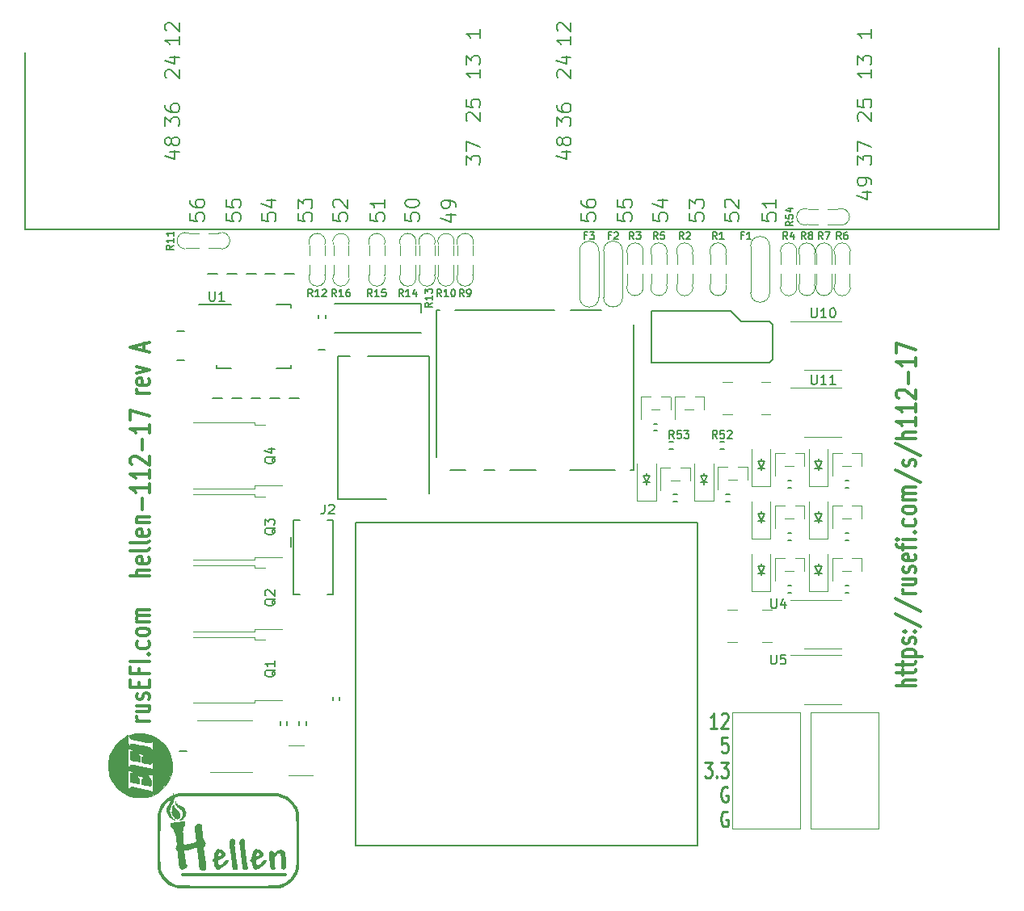
<source format=gto>
G04 #@! TF.GenerationSoftware,KiCad,Pcbnew,7.0.7-7.0.7~ubuntu22.04.1*
G04 #@! TF.CreationDate,2023-09-11T02:56:25+00:00*
G04 #@! TF.ProjectId,hellen-112-17,68656c6c-656e-42d3-9131-322d31372e6b,a*
G04 #@! TF.SameCoordinates,Original*
G04 #@! TF.FileFunction,Legend,Top*
G04 #@! TF.FilePolarity,Positive*
%FSLAX46Y46*%
G04 Gerber Fmt 4.6, Leading zero omitted, Abs format (unit mm)*
G04 Created by KiCad (PCBNEW 7.0.7-7.0.7~ubuntu22.04.1) date 2023-09-11 02:56:25*
%MOMM*%
%LPD*%
G01*
G04 APERTURE LIST*
%ADD10C,0.250000*%
%ADD11C,0.304800*%
%ADD12C,0.150000*%
%ADD13C,0.200000*%
%ADD14C,0.127000*%
%ADD15C,0.170000*%
%ADD16C,0.099060*%
%ADD17C,0.120000*%
%ADD18C,0.203200*%
%ADD19C,0.002540*%
G04 APERTURE END LIST*
D10*
X63908098Y17384810D02*
X63222384Y17384810D01*
X63565241Y17384810D02*
X63565241Y18984810D01*
X63565241Y18984810D02*
X63450955Y18756239D01*
X63450955Y18756239D02*
X63336670Y18603858D01*
X63336670Y18603858D02*
X63222384Y18527667D01*
X64365241Y18832429D02*
X64422384Y18908620D01*
X64422384Y18908620D02*
X64536670Y18984810D01*
X64536670Y18984810D02*
X64822384Y18984810D01*
X64822384Y18984810D02*
X64936670Y18908620D01*
X64936670Y18908620D02*
X64993812Y18832429D01*
X64993812Y18832429D02*
X65050955Y18680048D01*
X65050955Y18680048D02*
X65050955Y18527667D01*
X65050955Y18527667D02*
X64993812Y18299096D01*
X64993812Y18299096D02*
X64308098Y17384810D01*
X64308098Y17384810D02*
X65050955Y17384810D01*
X64993812Y16408810D02*
X64422384Y16408810D01*
X64422384Y16408810D02*
X64365241Y15646905D01*
X64365241Y15646905D02*
X64422384Y15723096D01*
X64422384Y15723096D02*
X64536670Y15799286D01*
X64536670Y15799286D02*
X64822384Y15799286D01*
X64822384Y15799286D02*
X64936670Y15723096D01*
X64936670Y15723096D02*
X64993812Y15646905D01*
X64993812Y15646905D02*
X65050955Y15494524D01*
X65050955Y15494524D02*
X65050955Y15113572D01*
X65050955Y15113572D02*
X64993812Y14961191D01*
X64993812Y14961191D02*
X64936670Y14885000D01*
X64936670Y14885000D02*
X64822384Y14808810D01*
X64822384Y14808810D02*
X64536670Y14808810D01*
X64536670Y14808810D02*
X64422384Y14885000D01*
X64422384Y14885000D02*
X64365241Y14961191D01*
X62593812Y13832810D02*
X63336669Y13832810D01*
X63336669Y13832810D02*
X62936669Y13223286D01*
X62936669Y13223286D02*
X63108098Y13223286D01*
X63108098Y13223286D02*
X63222384Y13147096D01*
X63222384Y13147096D02*
X63279526Y13070905D01*
X63279526Y13070905D02*
X63336669Y12918524D01*
X63336669Y12918524D02*
X63336669Y12537572D01*
X63336669Y12537572D02*
X63279526Y12385191D01*
X63279526Y12385191D02*
X63222384Y12309000D01*
X63222384Y12309000D02*
X63108098Y12232810D01*
X63108098Y12232810D02*
X62765241Y12232810D01*
X62765241Y12232810D02*
X62650955Y12309000D01*
X62650955Y12309000D02*
X62593812Y12385191D01*
X63850955Y12385191D02*
X63908098Y12309000D01*
X63908098Y12309000D02*
X63850955Y12232810D01*
X63850955Y12232810D02*
X63793812Y12309000D01*
X63793812Y12309000D02*
X63850955Y12385191D01*
X63850955Y12385191D02*
X63850955Y12232810D01*
X64308098Y13832810D02*
X65050955Y13832810D01*
X65050955Y13832810D02*
X64650955Y13223286D01*
X64650955Y13223286D02*
X64822384Y13223286D01*
X64822384Y13223286D02*
X64936670Y13147096D01*
X64936670Y13147096D02*
X64993812Y13070905D01*
X64993812Y13070905D02*
X65050955Y12918524D01*
X65050955Y12918524D02*
X65050955Y12537572D01*
X65050955Y12537572D02*
X64993812Y12385191D01*
X64993812Y12385191D02*
X64936670Y12309000D01*
X64936670Y12309000D02*
X64822384Y12232810D01*
X64822384Y12232810D02*
X64479527Y12232810D01*
X64479527Y12232810D02*
X64365241Y12309000D01*
X64365241Y12309000D02*
X64308098Y12385191D01*
X64993812Y11180620D02*
X64879527Y11256810D01*
X64879527Y11256810D02*
X64708098Y11256810D01*
X64708098Y11256810D02*
X64536669Y11180620D01*
X64536669Y11180620D02*
X64422384Y11028239D01*
X64422384Y11028239D02*
X64365241Y10875858D01*
X64365241Y10875858D02*
X64308098Y10571096D01*
X64308098Y10571096D02*
X64308098Y10342524D01*
X64308098Y10342524D02*
X64365241Y10037762D01*
X64365241Y10037762D02*
X64422384Y9885381D01*
X64422384Y9885381D02*
X64536669Y9733000D01*
X64536669Y9733000D02*
X64708098Y9656810D01*
X64708098Y9656810D02*
X64822384Y9656810D01*
X64822384Y9656810D02*
X64993812Y9733000D01*
X64993812Y9733000D02*
X65050955Y9809191D01*
X65050955Y9809191D02*
X65050955Y10342524D01*
X65050955Y10342524D02*
X64822384Y10342524D01*
X64993812Y8604620D02*
X64879527Y8680810D01*
X64879527Y8680810D02*
X64708098Y8680810D01*
X64708098Y8680810D02*
X64536669Y8604620D01*
X64536669Y8604620D02*
X64422384Y8452239D01*
X64422384Y8452239D02*
X64365241Y8299858D01*
X64365241Y8299858D02*
X64308098Y7995096D01*
X64308098Y7995096D02*
X64308098Y7766524D01*
X64308098Y7766524D02*
X64365241Y7461762D01*
X64365241Y7461762D02*
X64422384Y7309381D01*
X64422384Y7309381D02*
X64536669Y7157000D01*
X64536669Y7157000D02*
X64708098Y7080810D01*
X64708098Y7080810D02*
X64822384Y7080810D01*
X64822384Y7080810D02*
X64993812Y7157000D01*
X64993812Y7157000D02*
X65050955Y7233191D01*
X65050955Y7233191D02*
X65050955Y7766524D01*
X65050955Y7766524D02*
X64822384Y7766524D01*
D11*
X4424191Y33344285D02*
X2392191Y33344285D01*
X4424191Y33997427D02*
X3359810Y33997427D01*
X3359810Y33997427D02*
X3166287Y33924856D01*
X3166287Y33924856D02*
X3069525Y33779713D01*
X3069525Y33779713D02*
X3069525Y33561999D01*
X3069525Y33561999D02*
X3166287Y33416856D01*
X3166287Y33416856D02*
X3263049Y33344285D01*
X4327430Y35303713D02*
X4424191Y35158570D01*
X4424191Y35158570D02*
X4424191Y34868284D01*
X4424191Y34868284D02*
X4327430Y34723142D01*
X4327430Y34723142D02*
X4133906Y34650570D01*
X4133906Y34650570D02*
X3359810Y34650570D01*
X3359810Y34650570D02*
X3166287Y34723142D01*
X3166287Y34723142D02*
X3069525Y34868284D01*
X3069525Y34868284D02*
X3069525Y35158570D01*
X3069525Y35158570D02*
X3166287Y35303713D01*
X3166287Y35303713D02*
X3359810Y35376284D01*
X3359810Y35376284D02*
X3553334Y35376284D01*
X3553334Y35376284D02*
X3746858Y34650570D01*
X4424191Y36247142D02*
X4327430Y36101999D01*
X4327430Y36101999D02*
X4133906Y36029428D01*
X4133906Y36029428D02*
X2392191Y36029428D01*
X4424191Y37045428D02*
X4327430Y36900285D01*
X4327430Y36900285D02*
X4133906Y36827714D01*
X4133906Y36827714D02*
X2392191Y36827714D01*
X4327430Y38206571D02*
X4424191Y38061428D01*
X4424191Y38061428D02*
X4424191Y37771142D01*
X4424191Y37771142D02*
X4327430Y37626000D01*
X4327430Y37626000D02*
X4133906Y37553428D01*
X4133906Y37553428D02*
X3359810Y37553428D01*
X3359810Y37553428D02*
X3166287Y37626000D01*
X3166287Y37626000D02*
X3069525Y37771142D01*
X3069525Y37771142D02*
X3069525Y38061428D01*
X3069525Y38061428D02*
X3166287Y38206571D01*
X3166287Y38206571D02*
X3359810Y38279142D01*
X3359810Y38279142D02*
X3553334Y38279142D01*
X3553334Y38279142D02*
X3746858Y37553428D01*
X3069525Y38932286D02*
X4424191Y38932286D01*
X3263049Y38932286D02*
X3166287Y39004857D01*
X3166287Y39004857D02*
X3069525Y39150000D01*
X3069525Y39150000D02*
X3069525Y39367714D01*
X3069525Y39367714D02*
X3166287Y39512857D01*
X3166287Y39512857D02*
X3359810Y39585428D01*
X3359810Y39585428D02*
X4424191Y39585428D01*
X3650096Y40311143D02*
X3650096Y41472285D01*
X4424191Y42996285D02*
X4424191Y42125428D01*
X4424191Y42560857D02*
X2392191Y42560857D01*
X2392191Y42560857D02*
X2682477Y42415714D01*
X2682477Y42415714D02*
X2876001Y42270571D01*
X2876001Y42270571D02*
X2972763Y42125428D01*
X4424191Y44447714D02*
X4424191Y43576857D01*
X4424191Y44012286D02*
X2392191Y44012286D01*
X2392191Y44012286D02*
X2682477Y43867143D01*
X2682477Y43867143D02*
X2876001Y43722000D01*
X2876001Y43722000D02*
X2972763Y43576857D01*
X2585715Y45028286D02*
X2488953Y45100858D01*
X2488953Y45100858D02*
X2392191Y45246000D01*
X2392191Y45246000D02*
X2392191Y45608858D01*
X2392191Y45608858D02*
X2488953Y45754000D01*
X2488953Y45754000D02*
X2585715Y45826572D01*
X2585715Y45826572D02*
X2779239Y45899143D01*
X2779239Y45899143D02*
X2972763Y45899143D01*
X2972763Y45899143D02*
X3263049Y45826572D01*
X3263049Y45826572D02*
X4424191Y44955715D01*
X4424191Y44955715D02*
X4424191Y45899143D01*
X3650096Y46552287D02*
X3650096Y47713429D01*
X4424191Y49237429D02*
X4424191Y48366572D01*
X4424191Y48802001D02*
X2392191Y48802001D01*
X2392191Y48802001D02*
X2682477Y48656858D01*
X2682477Y48656858D02*
X2876001Y48511715D01*
X2876001Y48511715D02*
X2972763Y48366572D01*
X2392191Y49745430D02*
X2392191Y50761430D01*
X2392191Y50761430D02*
X4424191Y50108287D01*
X4424191Y52503145D02*
X3069525Y52503145D01*
X3456572Y52503145D02*
X3263049Y52575716D01*
X3263049Y52575716D02*
X3166287Y52648287D01*
X3166287Y52648287D02*
X3069525Y52793430D01*
X3069525Y52793430D02*
X3069525Y52938573D01*
X4327430Y54027145D02*
X4424191Y53882002D01*
X4424191Y53882002D02*
X4424191Y53591716D01*
X4424191Y53591716D02*
X4327430Y53446574D01*
X4327430Y53446574D02*
X4133906Y53374002D01*
X4133906Y53374002D02*
X3359810Y53374002D01*
X3359810Y53374002D02*
X3166287Y53446574D01*
X3166287Y53446574D02*
X3069525Y53591716D01*
X3069525Y53591716D02*
X3069525Y53882002D01*
X3069525Y53882002D02*
X3166287Y54027145D01*
X3166287Y54027145D02*
X3359810Y54099716D01*
X3359810Y54099716D02*
X3553334Y54099716D01*
X3553334Y54099716D02*
X3746858Y53374002D01*
X3069525Y54607717D02*
X4424191Y54970574D01*
X4424191Y54970574D02*
X3069525Y55333431D01*
X3843620Y57002574D02*
X3843620Y57728288D01*
X4424191Y56857431D02*
X2392191Y57365431D01*
X2392191Y57365431D02*
X4424191Y57873431D01*
X84724191Y21811145D02*
X82692191Y21811145D01*
X84724191Y22464287D02*
X83659810Y22464287D01*
X83659810Y22464287D02*
X83466287Y22391716D01*
X83466287Y22391716D02*
X83369525Y22246573D01*
X83369525Y22246573D02*
X83369525Y22028859D01*
X83369525Y22028859D02*
X83466287Y21883716D01*
X83466287Y21883716D02*
X83563049Y21811145D01*
X83369525Y22972287D02*
X83369525Y23552859D01*
X82692191Y23190002D02*
X84433906Y23190002D01*
X84433906Y23190002D02*
X84627430Y23262573D01*
X84627430Y23262573D02*
X84724191Y23407716D01*
X84724191Y23407716D02*
X84724191Y23552859D01*
X83369525Y23843144D02*
X83369525Y24423716D01*
X82692191Y24060859D02*
X84433906Y24060859D01*
X84433906Y24060859D02*
X84627430Y24133430D01*
X84627430Y24133430D02*
X84724191Y24278573D01*
X84724191Y24278573D02*
X84724191Y24423716D01*
X83369525Y24931716D02*
X85401525Y24931716D01*
X83466287Y24931716D02*
X83369525Y25076858D01*
X83369525Y25076858D02*
X83369525Y25367144D01*
X83369525Y25367144D02*
X83466287Y25512287D01*
X83466287Y25512287D02*
X83563049Y25584858D01*
X83563049Y25584858D02*
X83756572Y25657430D01*
X83756572Y25657430D02*
X84337144Y25657430D01*
X84337144Y25657430D02*
X84530668Y25584858D01*
X84530668Y25584858D02*
X84627430Y25512287D01*
X84627430Y25512287D02*
X84724191Y25367144D01*
X84724191Y25367144D02*
X84724191Y25076858D01*
X84724191Y25076858D02*
X84627430Y24931716D01*
X84627430Y26238001D02*
X84724191Y26383144D01*
X84724191Y26383144D02*
X84724191Y26673430D01*
X84724191Y26673430D02*
X84627430Y26818573D01*
X84627430Y26818573D02*
X84433906Y26891144D01*
X84433906Y26891144D02*
X84337144Y26891144D01*
X84337144Y26891144D02*
X84143620Y26818573D01*
X84143620Y26818573D02*
X84046858Y26673430D01*
X84046858Y26673430D02*
X84046858Y26455715D01*
X84046858Y26455715D02*
X83950096Y26310573D01*
X83950096Y26310573D02*
X83756572Y26238001D01*
X83756572Y26238001D02*
X83659810Y26238001D01*
X83659810Y26238001D02*
X83466287Y26310573D01*
X83466287Y26310573D02*
X83369525Y26455715D01*
X83369525Y26455715D02*
X83369525Y26673430D01*
X83369525Y26673430D02*
X83466287Y26818573D01*
X84530668Y27544287D02*
X84627430Y27616858D01*
X84627430Y27616858D02*
X84724191Y27544287D01*
X84724191Y27544287D02*
X84627430Y27471715D01*
X84627430Y27471715D02*
X84530668Y27544287D01*
X84530668Y27544287D02*
X84724191Y27544287D01*
X83466287Y27544287D02*
X83563049Y27616858D01*
X83563049Y27616858D02*
X83659810Y27544287D01*
X83659810Y27544287D02*
X83563049Y27471715D01*
X83563049Y27471715D02*
X83466287Y27544287D01*
X83466287Y27544287D02*
X83659810Y27544287D01*
X82595430Y29358572D02*
X85208001Y28052286D01*
X82595430Y30955143D02*
X85208001Y29648857D01*
X84724191Y31463143D02*
X83369525Y31463143D01*
X83756572Y31463143D02*
X83563049Y31535714D01*
X83563049Y31535714D02*
X83466287Y31608285D01*
X83466287Y31608285D02*
X83369525Y31753428D01*
X83369525Y31753428D02*
X83369525Y31898571D01*
X83369525Y33059714D02*
X84724191Y33059714D01*
X83369525Y32406572D02*
X84433906Y32406572D01*
X84433906Y32406572D02*
X84627430Y32479143D01*
X84627430Y32479143D02*
X84724191Y32624286D01*
X84724191Y32624286D02*
X84724191Y32842000D01*
X84724191Y32842000D02*
X84627430Y32987143D01*
X84627430Y32987143D02*
X84530668Y33059714D01*
X84627430Y33712857D02*
X84724191Y33858000D01*
X84724191Y33858000D02*
X84724191Y34148286D01*
X84724191Y34148286D02*
X84627430Y34293429D01*
X84627430Y34293429D02*
X84433906Y34366000D01*
X84433906Y34366000D02*
X84337144Y34366000D01*
X84337144Y34366000D02*
X84143620Y34293429D01*
X84143620Y34293429D02*
X84046858Y34148286D01*
X84046858Y34148286D02*
X84046858Y33930571D01*
X84046858Y33930571D02*
X83950096Y33785429D01*
X83950096Y33785429D02*
X83756572Y33712857D01*
X83756572Y33712857D02*
X83659810Y33712857D01*
X83659810Y33712857D02*
X83466287Y33785429D01*
X83466287Y33785429D02*
X83369525Y33930571D01*
X83369525Y33930571D02*
X83369525Y34148286D01*
X83369525Y34148286D02*
X83466287Y34293429D01*
X84627430Y35599714D02*
X84724191Y35454571D01*
X84724191Y35454571D02*
X84724191Y35164285D01*
X84724191Y35164285D02*
X84627430Y35019143D01*
X84627430Y35019143D02*
X84433906Y34946571D01*
X84433906Y34946571D02*
X83659810Y34946571D01*
X83659810Y34946571D02*
X83466287Y35019143D01*
X83466287Y35019143D02*
X83369525Y35164285D01*
X83369525Y35164285D02*
X83369525Y35454571D01*
X83369525Y35454571D02*
X83466287Y35599714D01*
X83466287Y35599714D02*
X83659810Y35672285D01*
X83659810Y35672285D02*
X83853334Y35672285D01*
X83853334Y35672285D02*
X84046858Y34946571D01*
X83369525Y36107714D02*
X83369525Y36688286D01*
X84724191Y36325429D02*
X82982477Y36325429D01*
X82982477Y36325429D02*
X82788953Y36398000D01*
X82788953Y36398000D02*
X82692191Y36543143D01*
X82692191Y36543143D02*
X82692191Y36688286D01*
X84724191Y37196286D02*
X83369525Y37196286D01*
X82692191Y37196286D02*
X82788953Y37123714D01*
X82788953Y37123714D02*
X82885715Y37196286D01*
X82885715Y37196286D02*
X82788953Y37268857D01*
X82788953Y37268857D02*
X82692191Y37196286D01*
X82692191Y37196286D02*
X82885715Y37196286D01*
X84530668Y37922000D02*
X84627430Y37994571D01*
X84627430Y37994571D02*
X84724191Y37922000D01*
X84724191Y37922000D02*
X84627430Y37849428D01*
X84627430Y37849428D02*
X84530668Y37922000D01*
X84530668Y37922000D02*
X84724191Y37922000D01*
X84627430Y39300856D02*
X84724191Y39155714D01*
X84724191Y39155714D02*
X84724191Y38865428D01*
X84724191Y38865428D02*
X84627430Y38720285D01*
X84627430Y38720285D02*
X84530668Y38647714D01*
X84530668Y38647714D02*
X84337144Y38575142D01*
X84337144Y38575142D02*
X83756572Y38575142D01*
X83756572Y38575142D02*
X83563049Y38647714D01*
X83563049Y38647714D02*
X83466287Y38720285D01*
X83466287Y38720285D02*
X83369525Y38865428D01*
X83369525Y38865428D02*
X83369525Y39155714D01*
X83369525Y39155714D02*
X83466287Y39300856D01*
X84724191Y40171714D02*
X84627430Y40026571D01*
X84627430Y40026571D02*
X84530668Y39954000D01*
X84530668Y39954000D02*
X84337144Y39881428D01*
X84337144Y39881428D02*
X83756572Y39881428D01*
X83756572Y39881428D02*
X83563049Y39954000D01*
X83563049Y39954000D02*
X83466287Y40026571D01*
X83466287Y40026571D02*
X83369525Y40171714D01*
X83369525Y40171714D02*
X83369525Y40389428D01*
X83369525Y40389428D02*
X83466287Y40534571D01*
X83466287Y40534571D02*
X83563049Y40607142D01*
X83563049Y40607142D02*
X83756572Y40679714D01*
X83756572Y40679714D02*
X84337144Y40679714D01*
X84337144Y40679714D02*
X84530668Y40607142D01*
X84530668Y40607142D02*
X84627430Y40534571D01*
X84627430Y40534571D02*
X84724191Y40389428D01*
X84724191Y40389428D02*
X84724191Y40171714D01*
X84724191Y41332857D02*
X83369525Y41332857D01*
X83563049Y41332857D02*
X83466287Y41405428D01*
X83466287Y41405428D02*
X83369525Y41550571D01*
X83369525Y41550571D02*
X83369525Y41768285D01*
X83369525Y41768285D02*
X83466287Y41913428D01*
X83466287Y41913428D02*
X83659810Y41985999D01*
X83659810Y41985999D02*
X84724191Y41985999D01*
X83659810Y41985999D02*
X83466287Y42058571D01*
X83466287Y42058571D02*
X83369525Y42203714D01*
X83369525Y42203714D02*
X83369525Y42421428D01*
X83369525Y42421428D02*
X83466287Y42566571D01*
X83466287Y42566571D02*
X83659810Y42639142D01*
X83659810Y42639142D02*
X84724191Y42639142D01*
X82595430Y44453428D02*
X85208001Y43147142D01*
X84627430Y44888856D02*
X84724191Y45033999D01*
X84724191Y45033999D02*
X84724191Y45324285D01*
X84724191Y45324285D02*
X84627430Y45469428D01*
X84627430Y45469428D02*
X84433906Y45541999D01*
X84433906Y45541999D02*
X84337144Y45541999D01*
X84337144Y45541999D02*
X84143620Y45469428D01*
X84143620Y45469428D02*
X84046858Y45324285D01*
X84046858Y45324285D02*
X84046858Y45106570D01*
X84046858Y45106570D02*
X83950096Y44961428D01*
X83950096Y44961428D02*
X83756572Y44888856D01*
X83756572Y44888856D02*
X83659810Y44888856D01*
X83659810Y44888856D02*
X83466287Y44961428D01*
X83466287Y44961428D02*
X83369525Y45106570D01*
X83369525Y45106570D02*
X83369525Y45324285D01*
X83369525Y45324285D02*
X83466287Y45469428D01*
X82595430Y47283713D02*
X85208001Y45977427D01*
X84724191Y47791713D02*
X82692191Y47791713D01*
X84724191Y48444855D02*
X83659810Y48444855D01*
X83659810Y48444855D02*
X83466287Y48372284D01*
X83466287Y48372284D02*
X83369525Y48227141D01*
X83369525Y48227141D02*
X83369525Y48009427D01*
X83369525Y48009427D02*
X83466287Y47864284D01*
X83466287Y47864284D02*
X83563049Y47791713D01*
X84724191Y49968855D02*
X84724191Y49097998D01*
X84724191Y49533427D02*
X82692191Y49533427D01*
X82692191Y49533427D02*
X82982477Y49388284D01*
X82982477Y49388284D02*
X83176001Y49243141D01*
X83176001Y49243141D02*
X83272763Y49097998D01*
X84724191Y51420284D02*
X84724191Y50549427D01*
X84724191Y50984856D02*
X82692191Y50984856D01*
X82692191Y50984856D02*
X82982477Y50839713D01*
X82982477Y50839713D02*
X83176001Y50694570D01*
X83176001Y50694570D02*
X83272763Y50549427D01*
X82885715Y52000856D02*
X82788953Y52073428D01*
X82788953Y52073428D02*
X82692191Y52218570D01*
X82692191Y52218570D02*
X82692191Y52581428D01*
X82692191Y52581428D02*
X82788953Y52726570D01*
X82788953Y52726570D02*
X82885715Y52799142D01*
X82885715Y52799142D02*
X83079239Y52871713D01*
X83079239Y52871713D02*
X83272763Y52871713D01*
X83272763Y52871713D02*
X83563049Y52799142D01*
X83563049Y52799142D02*
X84724191Y51928285D01*
X84724191Y51928285D02*
X84724191Y52871713D01*
X83950096Y53524857D02*
X83950096Y54685999D01*
X84724191Y56209999D02*
X84724191Y55339142D01*
X84724191Y55774571D02*
X82692191Y55774571D01*
X82692191Y55774571D02*
X82982477Y55629428D01*
X82982477Y55629428D02*
X83176001Y55484285D01*
X83176001Y55484285D02*
X83272763Y55339142D01*
X82692191Y56718000D02*
X82692191Y57734000D01*
X82692191Y57734000D02*
X84724191Y57080857D01*
X4424191Y18158001D02*
X3069525Y18158001D01*
X3456572Y18158001D02*
X3263049Y18230572D01*
X3263049Y18230572D02*
X3166287Y18303143D01*
X3166287Y18303143D02*
X3069525Y18448286D01*
X3069525Y18448286D02*
X3069525Y18593429D01*
X3069525Y19754572D02*
X4424191Y19754572D01*
X3069525Y19101430D02*
X4133906Y19101430D01*
X4133906Y19101430D02*
X4327430Y19174001D01*
X4327430Y19174001D02*
X4424191Y19319144D01*
X4424191Y19319144D02*
X4424191Y19536858D01*
X4424191Y19536858D02*
X4327430Y19682001D01*
X4327430Y19682001D02*
X4230668Y19754572D01*
X4327430Y20407715D02*
X4424191Y20552858D01*
X4424191Y20552858D02*
X4424191Y20843144D01*
X4424191Y20843144D02*
X4327430Y20988287D01*
X4327430Y20988287D02*
X4133906Y21060858D01*
X4133906Y21060858D02*
X4037144Y21060858D01*
X4037144Y21060858D02*
X3843620Y20988287D01*
X3843620Y20988287D02*
X3746858Y20843144D01*
X3746858Y20843144D02*
X3746858Y20625429D01*
X3746858Y20625429D02*
X3650096Y20480287D01*
X3650096Y20480287D02*
X3456572Y20407715D01*
X3456572Y20407715D02*
X3359810Y20407715D01*
X3359810Y20407715D02*
X3166287Y20480287D01*
X3166287Y20480287D02*
X3069525Y20625429D01*
X3069525Y20625429D02*
X3069525Y20843144D01*
X3069525Y20843144D02*
X3166287Y20988287D01*
X3359810Y21714001D02*
X3359810Y22222001D01*
X4424191Y22439715D02*
X4424191Y21714001D01*
X4424191Y21714001D02*
X2392191Y21714001D01*
X2392191Y21714001D02*
X2392191Y22439715D01*
X3359810Y23600858D02*
X3359810Y23092858D01*
X4424191Y23092858D02*
X2392191Y23092858D01*
X2392191Y23092858D02*
X2392191Y23818572D01*
X4424191Y24399144D02*
X2392191Y24399144D01*
X4230668Y25124858D02*
X4327430Y25197429D01*
X4327430Y25197429D02*
X4424191Y25124858D01*
X4424191Y25124858D02*
X4327430Y25052286D01*
X4327430Y25052286D02*
X4230668Y25124858D01*
X4230668Y25124858D02*
X4424191Y25124858D01*
X4327430Y26503714D02*
X4424191Y26358572D01*
X4424191Y26358572D02*
X4424191Y26068286D01*
X4424191Y26068286D02*
X4327430Y25923143D01*
X4327430Y25923143D02*
X4230668Y25850572D01*
X4230668Y25850572D02*
X4037144Y25778000D01*
X4037144Y25778000D02*
X3456572Y25778000D01*
X3456572Y25778000D02*
X3263049Y25850572D01*
X3263049Y25850572D02*
X3166287Y25923143D01*
X3166287Y25923143D02*
X3069525Y26068286D01*
X3069525Y26068286D02*
X3069525Y26358572D01*
X3069525Y26358572D02*
X3166287Y26503714D01*
X4424191Y27374572D02*
X4327430Y27229429D01*
X4327430Y27229429D02*
X4230668Y27156858D01*
X4230668Y27156858D02*
X4037144Y27084286D01*
X4037144Y27084286D02*
X3456572Y27084286D01*
X3456572Y27084286D02*
X3263049Y27156858D01*
X3263049Y27156858D02*
X3166287Y27229429D01*
X3166287Y27229429D02*
X3069525Y27374572D01*
X3069525Y27374572D02*
X3069525Y27592286D01*
X3069525Y27592286D02*
X3166287Y27737429D01*
X3166287Y27737429D02*
X3263049Y27810000D01*
X3263049Y27810000D02*
X3456572Y27882572D01*
X3456572Y27882572D02*
X4037144Y27882572D01*
X4037144Y27882572D02*
X4230668Y27810000D01*
X4230668Y27810000D02*
X4327430Y27737429D01*
X4327430Y27737429D02*
X4424191Y27592286D01*
X4424191Y27592286D02*
X4424191Y27374572D01*
X4424191Y28535715D02*
X3069525Y28535715D01*
X3263049Y28535715D02*
X3166287Y28608286D01*
X3166287Y28608286D02*
X3069525Y28753429D01*
X3069525Y28753429D02*
X3069525Y28971143D01*
X3069525Y28971143D02*
X3166287Y29116286D01*
X3166287Y29116286D02*
X3359810Y29188857D01*
X3359810Y29188857D02*
X4424191Y29188857D01*
X3359810Y29188857D02*
X3166287Y29261429D01*
X3166287Y29261429D02*
X3069525Y29406572D01*
X3069525Y29406572D02*
X3069525Y29624286D01*
X3069525Y29624286D02*
X3166287Y29769429D01*
X3166287Y29769429D02*
X3359810Y29842000D01*
X3359810Y29842000D02*
X4424191Y29842000D01*
D12*
X10712644Y63173638D02*
X10712644Y62364115D01*
X10712644Y62364115D02*
X10760263Y62268877D01*
X10760263Y62268877D02*
X10807882Y62221257D01*
X10807882Y62221257D02*
X10903120Y62173638D01*
X10903120Y62173638D02*
X11093596Y62173638D01*
X11093596Y62173638D02*
X11188834Y62221257D01*
X11188834Y62221257D02*
X11236453Y62268877D01*
X11236453Y62268877D02*
X11284072Y62364115D01*
X11284072Y62364115D02*
X11284072Y63173638D01*
X12284072Y62173638D02*
X11712644Y62173638D01*
X11998358Y62173638D02*
X11998358Y63173638D01*
X11998358Y63173638D02*
X11903120Y63030781D01*
X11903120Y63030781D02*
X11807882Y62935543D01*
X11807882Y62935543D02*
X11712644Y62887924D01*
D13*
X47230652Y85573623D02*
X47159224Y85645051D01*
X47159224Y85645051D02*
X47087795Y85787908D01*
X47087795Y85787908D02*
X47087795Y86145051D01*
X47087795Y86145051D02*
X47159224Y86287908D01*
X47159224Y86287908D02*
X47230652Y86359337D01*
X47230652Y86359337D02*
X47373509Y86430766D01*
X47373509Y86430766D02*
X47516367Y86430766D01*
X47516367Y86430766D02*
X47730652Y86359337D01*
X47730652Y86359337D02*
X48587795Y85502194D01*
X48587795Y85502194D02*
X48587795Y86430766D01*
X47587795Y87716479D02*
X48587795Y87716479D01*
X47016367Y87359337D02*
X48087795Y87002194D01*
X48087795Y87002194D02*
X48087795Y87930765D01*
X39087795Y90645052D02*
X39087795Y89787909D01*
X39087795Y90216480D02*
X37587795Y90216480D01*
X37587795Y90216480D02*
X37802081Y90073623D01*
X37802081Y90073623D02*
X37944938Y89930766D01*
X37944938Y89930766D02*
X38016367Y89787909D01*
X37730652Y81073623D02*
X37659224Y81145051D01*
X37659224Y81145051D02*
X37587795Y81287908D01*
X37587795Y81287908D02*
X37587795Y81645051D01*
X37587795Y81645051D02*
X37659224Y81787908D01*
X37659224Y81787908D02*
X37730652Y81859337D01*
X37730652Y81859337D02*
X37873509Y81930766D01*
X37873509Y81930766D02*
X38016367Y81930766D01*
X38016367Y81930766D02*
X38230652Y81859337D01*
X38230652Y81859337D02*
X39087795Y81002194D01*
X39087795Y81002194D02*
X39087795Y81930766D01*
X37587795Y83287908D02*
X37587795Y82573622D01*
X37587795Y82573622D02*
X38302081Y82502194D01*
X38302081Y82502194D02*
X38230652Y82573622D01*
X38230652Y82573622D02*
X38159224Y82716479D01*
X38159224Y82716479D02*
X38159224Y83073622D01*
X38159224Y83073622D02*
X38230652Y83216479D01*
X38230652Y83216479D02*
X38302081Y83287908D01*
X38302081Y83287908D02*
X38444938Y83359337D01*
X38444938Y83359337D02*
X38802081Y83359337D01*
X38802081Y83359337D02*
X38944938Y83287908D01*
X38944938Y83287908D02*
X39016367Y83216479D01*
X39016367Y83216479D02*
X39087795Y83073622D01*
X39087795Y83073622D02*
X39087795Y82716479D01*
X39087795Y82716479D02*
X39016367Y82573622D01*
X39016367Y82573622D02*
X38944938Y82502194D01*
X79083528Y73571429D02*
X80083528Y73571429D01*
X78512100Y73214287D02*
X79583528Y72857144D01*
X79583528Y72857144D02*
X79583528Y73785715D01*
X80083528Y74428572D02*
X80083528Y74714286D01*
X80083528Y74714286D02*
X80012100Y74857143D01*
X80012100Y74857143D02*
X79940671Y74928572D01*
X79940671Y74928572D02*
X79726385Y75071429D01*
X79726385Y75071429D02*
X79440671Y75142858D01*
X79440671Y75142858D02*
X78869242Y75142858D01*
X78869242Y75142858D02*
X78726385Y75071429D01*
X78726385Y75071429D02*
X78654957Y75000000D01*
X78654957Y75000000D02*
X78583528Y74857143D01*
X78583528Y74857143D02*
X78583528Y74571429D01*
X78583528Y74571429D02*
X78654957Y74428572D01*
X78654957Y74428572D02*
X78726385Y74357143D01*
X78726385Y74357143D02*
X78869242Y74285715D01*
X78869242Y74285715D02*
X79226385Y74285715D01*
X79226385Y74285715D02*
X79369242Y74357143D01*
X79369242Y74357143D02*
X79440671Y74428572D01*
X79440671Y74428572D02*
X79512100Y74571429D01*
X79512100Y74571429D02*
X79512100Y74857143D01*
X79512100Y74857143D02*
X79440671Y75000000D01*
X79440671Y75000000D02*
X79369242Y75071429D01*
X79369242Y75071429D02*
X79226385Y75142858D01*
X23687795Y71359337D02*
X23687795Y70645051D01*
X23687795Y70645051D02*
X24402081Y70573623D01*
X24402081Y70573623D02*
X24330652Y70645051D01*
X24330652Y70645051D02*
X24259224Y70787908D01*
X24259224Y70787908D02*
X24259224Y71145051D01*
X24259224Y71145051D02*
X24330652Y71287908D01*
X24330652Y71287908D02*
X24402081Y71359337D01*
X24402081Y71359337D02*
X24544938Y71430766D01*
X24544938Y71430766D02*
X24902081Y71430766D01*
X24902081Y71430766D02*
X25044938Y71359337D01*
X25044938Y71359337D02*
X25116367Y71287908D01*
X25116367Y71287908D02*
X25187795Y71145051D01*
X25187795Y71145051D02*
X25187795Y70787908D01*
X25187795Y70787908D02*
X25116367Y70645051D01*
X25116367Y70645051D02*
X25044938Y70573623D01*
X23830652Y72002194D02*
X23759224Y72073622D01*
X23759224Y72073622D02*
X23687795Y72216479D01*
X23687795Y72216479D02*
X23687795Y72573622D01*
X23687795Y72573622D02*
X23759224Y72716479D01*
X23759224Y72716479D02*
X23830652Y72787908D01*
X23830652Y72787908D02*
X23973509Y72859337D01*
X23973509Y72859337D02*
X24116367Y72859337D01*
X24116367Y72859337D02*
X24330652Y72787908D01*
X24330652Y72787908D02*
X25187795Y71930765D01*
X25187795Y71930765D02*
X25187795Y72859337D01*
X48587795Y89930766D02*
X48587795Y89073623D01*
X48587795Y89502194D02*
X47087795Y89502194D01*
X47087795Y89502194D02*
X47302081Y89359337D01*
X47302081Y89359337D02*
X47444938Y89216480D01*
X47444938Y89216480D02*
X47516367Y89073623D01*
X47230652Y90502194D02*
X47159224Y90573622D01*
X47159224Y90573622D02*
X47087795Y90716479D01*
X47087795Y90716479D02*
X47087795Y91073622D01*
X47087795Y91073622D02*
X47159224Y91216479D01*
X47159224Y91216479D02*
X47230652Y91287908D01*
X47230652Y91287908D02*
X47373509Y91359337D01*
X47373509Y91359337D02*
X47516367Y91359337D01*
X47516367Y91359337D02*
X47730652Y91287908D01*
X47730652Y91287908D02*
X48587795Y90430765D01*
X48587795Y90430765D02*
X48587795Y91359337D01*
X35487795Y71187908D02*
X36487795Y71187908D01*
X34916367Y70830766D02*
X35987795Y70473623D01*
X35987795Y70473623D02*
X35987795Y71402194D01*
X36487795Y72045051D02*
X36487795Y72330765D01*
X36487795Y72330765D02*
X36416367Y72473622D01*
X36416367Y72473622D02*
X36344938Y72545051D01*
X36344938Y72545051D02*
X36130652Y72687908D01*
X36130652Y72687908D02*
X35844938Y72759337D01*
X35844938Y72759337D02*
X35273509Y72759337D01*
X35273509Y72759337D02*
X35130652Y72687908D01*
X35130652Y72687908D02*
X35059224Y72616479D01*
X35059224Y72616479D02*
X34987795Y72473622D01*
X34987795Y72473622D02*
X34987795Y72187908D01*
X34987795Y72187908D02*
X35059224Y72045051D01*
X35059224Y72045051D02*
X35130652Y71973622D01*
X35130652Y71973622D02*
X35273509Y71902194D01*
X35273509Y71902194D02*
X35630652Y71902194D01*
X35630652Y71902194D02*
X35773509Y71973622D01*
X35773509Y71973622D02*
X35844938Y72045051D01*
X35844938Y72045051D02*
X35916367Y72187908D01*
X35916367Y72187908D02*
X35916367Y72473622D01*
X35916367Y72473622D02*
X35844938Y72616479D01*
X35844938Y72616479D02*
X35773509Y72687908D01*
X35773509Y72687908D02*
X35630652Y72759337D01*
X6587795Y77787908D02*
X7587795Y77787908D01*
X6016367Y77430766D02*
X7087795Y77073623D01*
X7087795Y77073623D02*
X7087795Y78002194D01*
X6730652Y78787908D02*
X6659224Y78645051D01*
X6659224Y78645051D02*
X6587795Y78573622D01*
X6587795Y78573622D02*
X6444938Y78502194D01*
X6444938Y78502194D02*
X6373509Y78502194D01*
X6373509Y78502194D02*
X6230652Y78573622D01*
X6230652Y78573622D02*
X6159224Y78645051D01*
X6159224Y78645051D02*
X6087795Y78787908D01*
X6087795Y78787908D02*
X6087795Y79073622D01*
X6087795Y79073622D02*
X6159224Y79216479D01*
X6159224Y79216479D02*
X6230652Y79287908D01*
X6230652Y79287908D02*
X6373509Y79359337D01*
X6373509Y79359337D02*
X6444938Y79359337D01*
X6444938Y79359337D02*
X6587795Y79287908D01*
X6587795Y79287908D02*
X6659224Y79216479D01*
X6659224Y79216479D02*
X6730652Y79073622D01*
X6730652Y79073622D02*
X6730652Y78787908D01*
X6730652Y78787908D02*
X6802081Y78645051D01*
X6802081Y78645051D02*
X6873509Y78573622D01*
X6873509Y78573622D02*
X7016367Y78502194D01*
X7016367Y78502194D02*
X7302081Y78502194D01*
X7302081Y78502194D02*
X7444938Y78573622D01*
X7444938Y78573622D02*
X7516367Y78645051D01*
X7516367Y78645051D02*
X7587795Y78787908D01*
X7587795Y78787908D02*
X7587795Y79073622D01*
X7587795Y79073622D02*
X7516367Y79216479D01*
X7516367Y79216479D02*
X7444938Y79287908D01*
X7444938Y79287908D02*
X7302081Y79359337D01*
X7302081Y79359337D02*
X7016367Y79359337D01*
X7016367Y79359337D02*
X6873509Y79287908D01*
X6873509Y79287908D02*
X6802081Y79216479D01*
X6802081Y79216479D02*
X6730652Y79073622D01*
X78730652Y81073623D02*
X78659224Y81145051D01*
X78659224Y81145051D02*
X78587795Y81287908D01*
X78587795Y81287908D02*
X78587795Y81645051D01*
X78587795Y81645051D02*
X78659224Y81787908D01*
X78659224Y81787908D02*
X78730652Y81859337D01*
X78730652Y81859337D02*
X78873509Y81930766D01*
X78873509Y81930766D02*
X79016367Y81930766D01*
X79016367Y81930766D02*
X79230652Y81859337D01*
X79230652Y81859337D02*
X80087795Y81002194D01*
X80087795Y81002194D02*
X80087795Y81930766D01*
X78587795Y83287908D02*
X78587795Y82573622D01*
X78587795Y82573622D02*
X79302081Y82502194D01*
X79302081Y82502194D02*
X79230652Y82573622D01*
X79230652Y82573622D02*
X79159224Y82716479D01*
X79159224Y82716479D02*
X79159224Y83073622D01*
X79159224Y83073622D02*
X79230652Y83216479D01*
X79230652Y83216479D02*
X79302081Y83287908D01*
X79302081Y83287908D02*
X79444938Y83359337D01*
X79444938Y83359337D02*
X79802081Y83359337D01*
X79802081Y83359337D02*
X79944938Y83287908D01*
X79944938Y83287908D02*
X80016367Y83216479D01*
X80016367Y83216479D02*
X80087795Y83073622D01*
X80087795Y83073622D02*
X80087795Y82716479D01*
X80087795Y82716479D02*
X80016367Y82573622D01*
X80016367Y82573622D02*
X79944938Y82502194D01*
X49687795Y71359337D02*
X49687795Y70645051D01*
X49687795Y70645051D02*
X50402081Y70573623D01*
X50402081Y70573623D02*
X50330652Y70645051D01*
X50330652Y70645051D02*
X50259224Y70787908D01*
X50259224Y70787908D02*
X50259224Y71145051D01*
X50259224Y71145051D02*
X50330652Y71287908D01*
X50330652Y71287908D02*
X50402081Y71359337D01*
X50402081Y71359337D02*
X50544938Y71430766D01*
X50544938Y71430766D02*
X50902081Y71430766D01*
X50902081Y71430766D02*
X51044938Y71359337D01*
X51044938Y71359337D02*
X51116367Y71287908D01*
X51116367Y71287908D02*
X51187795Y71145051D01*
X51187795Y71145051D02*
X51187795Y70787908D01*
X51187795Y70787908D02*
X51116367Y70645051D01*
X51116367Y70645051D02*
X51044938Y70573623D01*
X49687795Y72716479D02*
X49687795Y72430765D01*
X49687795Y72430765D02*
X49759224Y72287908D01*
X49759224Y72287908D02*
X49830652Y72216479D01*
X49830652Y72216479D02*
X50044938Y72073622D01*
X50044938Y72073622D02*
X50330652Y72002194D01*
X50330652Y72002194D02*
X50902081Y72002194D01*
X50902081Y72002194D02*
X51044938Y72073622D01*
X51044938Y72073622D02*
X51116367Y72145051D01*
X51116367Y72145051D02*
X51187795Y72287908D01*
X51187795Y72287908D02*
X51187795Y72573622D01*
X51187795Y72573622D02*
X51116367Y72716479D01*
X51116367Y72716479D02*
X51044938Y72787908D01*
X51044938Y72787908D02*
X50902081Y72859337D01*
X50902081Y72859337D02*
X50544938Y72859337D01*
X50544938Y72859337D02*
X50402081Y72787908D01*
X50402081Y72787908D02*
X50330652Y72716479D01*
X50330652Y72716479D02*
X50259224Y72573622D01*
X50259224Y72573622D02*
X50259224Y72287908D01*
X50259224Y72287908D02*
X50330652Y72145051D01*
X50330652Y72145051D02*
X50402081Y72073622D01*
X50402081Y72073622D02*
X50544938Y72002194D01*
X12487795Y71359337D02*
X12487795Y70645051D01*
X12487795Y70645051D02*
X13202081Y70573623D01*
X13202081Y70573623D02*
X13130652Y70645051D01*
X13130652Y70645051D02*
X13059224Y70787908D01*
X13059224Y70787908D02*
X13059224Y71145051D01*
X13059224Y71145051D02*
X13130652Y71287908D01*
X13130652Y71287908D02*
X13202081Y71359337D01*
X13202081Y71359337D02*
X13344938Y71430766D01*
X13344938Y71430766D02*
X13702081Y71430766D01*
X13702081Y71430766D02*
X13844938Y71359337D01*
X13844938Y71359337D02*
X13916367Y71287908D01*
X13916367Y71287908D02*
X13987795Y71145051D01*
X13987795Y71145051D02*
X13987795Y70787908D01*
X13987795Y70787908D02*
X13916367Y70645051D01*
X13916367Y70645051D02*
X13844938Y70573623D01*
X12487795Y72787908D02*
X12487795Y72073622D01*
X12487795Y72073622D02*
X13202081Y72002194D01*
X13202081Y72002194D02*
X13130652Y72073622D01*
X13130652Y72073622D02*
X13059224Y72216479D01*
X13059224Y72216479D02*
X13059224Y72573622D01*
X13059224Y72573622D02*
X13130652Y72716479D01*
X13130652Y72716479D02*
X13202081Y72787908D01*
X13202081Y72787908D02*
X13344938Y72859337D01*
X13344938Y72859337D02*
X13702081Y72859337D01*
X13702081Y72859337D02*
X13844938Y72787908D01*
X13844938Y72787908D02*
X13916367Y72716479D01*
X13916367Y72716479D02*
X13987795Y72573622D01*
X13987795Y72573622D02*
X13987795Y72216479D01*
X13987795Y72216479D02*
X13916367Y72073622D01*
X13916367Y72073622D02*
X13844938Y72002194D01*
X78587795Y76502194D02*
X78587795Y77430766D01*
X78587795Y77430766D02*
X79159224Y76930766D01*
X79159224Y76930766D02*
X79159224Y77145051D01*
X79159224Y77145051D02*
X79230652Y77287908D01*
X79230652Y77287908D02*
X79302081Y77359337D01*
X79302081Y77359337D02*
X79444938Y77430766D01*
X79444938Y77430766D02*
X79802081Y77430766D01*
X79802081Y77430766D02*
X79944938Y77359337D01*
X79944938Y77359337D02*
X80016367Y77287908D01*
X80016367Y77287908D02*
X80087795Y77145051D01*
X80087795Y77145051D02*
X80087795Y76716480D01*
X80087795Y76716480D02*
X80016367Y76573623D01*
X80016367Y76573623D02*
X79944938Y76502194D01*
X78587795Y77930765D02*
X78587795Y78930765D01*
X78587795Y78930765D02*
X80087795Y78287908D01*
X57187795Y71359337D02*
X57187795Y70645051D01*
X57187795Y70645051D02*
X57902081Y70573623D01*
X57902081Y70573623D02*
X57830652Y70645051D01*
X57830652Y70645051D02*
X57759224Y70787908D01*
X57759224Y70787908D02*
X57759224Y71145051D01*
X57759224Y71145051D02*
X57830652Y71287908D01*
X57830652Y71287908D02*
X57902081Y71359337D01*
X57902081Y71359337D02*
X58044938Y71430766D01*
X58044938Y71430766D02*
X58402081Y71430766D01*
X58402081Y71430766D02*
X58544938Y71359337D01*
X58544938Y71359337D02*
X58616367Y71287908D01*
X58616367Y71287908D02*
X58687795Y71145051D01*
X58687795Y71145051D02*
X58687795Y70787908D01*
X58687795Y70787908D02*
X58616367Y70645051D01*
X58616367Y70645051D02*
X58544938Y70573623D01*
X57687795Y72716479D02*
X58687795Y72716479D01*
X57116367Y72359337D02*
X58187795Y72002194D01*
X58187795Y72002194D02*
X58187795Y72930765D01*
X8687795Y71359337D02*
X8687795Y70645051D01*
X8687795Y70645051D02*
X9402081Y70573623D01*
X9402081Y70573623D02*
X9330652Y70645051D01*
X9330652Y70645051D02*
X9259224Y70787908D01*
X9259224Y70787908D02*
X9259224Y71145051D01*
X9259224Y71145051D02*
X9330652Y71287908D01*
X9330652Y71287908D02*
X9402081Y71359337D01*
X9402081Y71359337D02*
X9544938Y71430766D01*
X9544938Y71430766D02*
X9902081Y71430766D01*
X9902081Y71430766D02*
X10044938Y71359337D01*
X10044938Y71359337D02*
X10116367Y71287908D01*
X10116367Y71287908D02*
X10187795Y71145051D01*
X10187795Y71145051D02*
X10187795Y70787908D01*
X10187795Y70787908D02*
X10116367Y70645051D01*
X10116367Y70645051D02*
X10044938Y70573623D01*
X8687795Y72716479D02*
X8687795Y72430765D01*
X8687795Y72430765D02*
X8759224Y72287908D01*
X8759224Y72287908D02*
X8830652Y72216479D01*
X8830652Y72216479D02*
X9044938Y72073622D01*
X9044938Y72073622D02*
X9330652Y72002194D01*
X9330652Y72002194D02*
X9902081Y72002194D01*
X9902081Y72002194D02*
X10044938Y72073622D01*
X10044938Y72073622D02*
X10116367Y72145051D01*
X10116367Y72145051D02*
X10187795Y72287908D01*
X10187795Y72287908D02*
X10187795Y72573622D01*
X10187795Y72573622D02*
X10116367Y72716479D01*
X10116367Y72716479D02*
X10044938Y72787908D01*
X10044938Y72787908D02*
X9902081Y72859337D01*
X9902081Y72859337D02*
X9544938Y72859337D01*
X9544938Y72859337D02*
X9402081Y72787908D01*
X9402081Y72787908D02*
X9330652Y72716479D01*
X9330652Y72716479D02*
X9259224Y72573622D01*
X9259224Y72573622D02*
X9259224Y72287908D01*
X9259224Y72287908D02*
X9330652Y72145051D01*
X9330652Y72145051D02*
X9402081Y72073622D01*
X9402081Y72073622D02*
X9544938Y72002194D01*
X60987795Y71359337D02*
X60987795Y70645051D01*
X60987795Y70645051D02*
X61702081Y70573623D01*
X61702081Y70573623D02*
X61630652Y70645051D01*
X61630652Y70645051D02*
X61559224Y70787908D01*
X61559224Y70787908D02*
X61559224Y71145051D01*
X61559224Y71145051D02*
X61630652Y71287908D01*
X61630652Y71287908D02*
X61702081Y71359337D01*
X61702081Y71359337D02*
X61844938Y71430766D01*
X61844938Y71430766D02*
X62202081Y71430766D01*
X62202081Y71430766D02*
X62344938Y71359337D01*
X62344938Y71359337D02*
X62416367Y71287908D01*
X62416367Y71287908D02*
X62487795Y71145051D01*
X62487795Y71145051D02*
X62487795Y70787908D01*
X62487795Y70787908D02*
X62416367Y70645051D01*
X62416367Y70645051D02*
X62344938Y70573623D01*
X60987795Y71930765D02*
X60987795Y72859337D01*
X60987795Y72859337D02*
X61559224Y72359337D01*
X61559224Y72359337D02*
X61559224Y72573622D01*
X61559224Y72573622D02*
X61630652Y72716479D01*
X61630652Y72716479D02*
X61702081Y72787908D01*
X61702081Y72787908D02*
X61844938Y72859337D01*
X61844938Y72859337D02*
X62202081Y72859337D01*
X62202081Y72859337D02*
X62344938Y72787908D01*
X62344938Y72787908D02*
X62416367Y72716479D01*
X62416367Y72716479D02*
X62487795Y72573622D01*
X62487795Y72573622D02*
X62487795Y72145051D01*
X62487795Y72145051D02*
X62416367Y72002194D01*
X62416367Y72002194D02*
X62344938Y71930765D01*
X27587795Y71359337D02*
X27587795Y70645051D01*
X27587795Y70645051D02*
X28302081Y70573623D01*
X28302081Y70573623D02*
X28230652Y70645051D01*
X28230652Y70645051D02*
X28159224Y70787908D01*
X28159224Y70787908D02*
X28159224Y71145051D01*
X28159224Y71145051D02*
X28230652Y71287908D01*
X28230652Y71287908D02*
X28302081Y71359337D01*
X28302081Y71359337D02*
X28444938Y71430766D01*
X28444938Y71430766D02*
X28802081Y71430766D01*
X28802081Y71430766D02*
X28944938Y71359337D01*
X28944938Y71359337D02*
X29016367Y71287908D01*
X29016367Y71287908D02*
X29087795Y71145051D01*
X29087795Y71145051D02*
X29087795Y70787908D01*
X29087795Y70787908D02*
X29016367Y70645051D01*
X29016367Y70645051D02*
X28944938Y70573623D01*
X29087795Y72859337D02*
X29087795Y72002194D01*
X29087795Y72430765D02*
X27587795Y72430765D01*
X27587795Y72430765D02*
X27802081Y72287908D01*
X27802081Y72287908D02*
X27944938Y72145051D01*
X27944938Y72145051D02*
X28016367Y72002194D01*
X19987795Y71359337D02*
X19987795Y70645051D01*
X19987795Y70645051D02*
X20702081Y70573623D01*
X20702081Y70573623D02*
X20630652Y70645051D01*
X20630652Y70645051D02*
X20559224Y70787908D01*
X20559224Y70787908D02*
X20559224Y71145051D01*
X20559224Y71145051D02*
X20630652Y71287908D01*
X20630652Y71287908D02*
X20702081Y71359337D01*
X20702081Y71359337D02*
X20844938Y71430766D01*
X20844938Y71430766D02*
X21202081Y71430766D01*
X21202081Y71430766D02*
X21344938Y71359337D01*
X21344938Y71359337D02*
X21416367Y71287908D01*
X21416367Y71287908D02*
X21487795Y71145051D01*
X21487795Y71145051D02*
X21487795Y70787908D01*
X21487795Y70787908D02*
X21416367Y70645051D01*
X21416367Y70645051D02*
X21344938Y70573623D01*
X19987795Y71930765D02*
X19987795Y72859337D01*
X19987795Y72859337D02*
X20559224Y72359337D01*
X20559224Y72359337D02*
X20559224Y72573622D01*
X20559224Y72573622D02*
X20630652Y72716479D01*
X20630652Y72716479D02*
X20702081Y72787908D01*
X20702081Y72787908D02*
X20844938Y72859337D01*
X20844938Y72859337D02*
X21202081Y72859337D01*
X21202081Y72859337D02*
X21344938Y72787908D01*
X21344938Y72787908D02*
X21416367Y72716479D01*
X21416367Y72716479D02*
X21487795Y72573622D01*
X21487795Y72573622D02*
X21487795Y72145051D01*
X21487795Y72145051D02*
X21416367Y72002194D01*
X21416367Y72002194D02*
X21344938Y71930765D01*
X68587795Y71359337D02*
X68587795Y70645051D01*
X68587795Y70645051D02*
X69302081Y70573623D01*
X69302081Y70573623D02*
X69230652Y70645051D01*
X69230652Y70645051D02*
X69159224Y70787908D01*
X69159224Y70787908D02*
X69159224Y71145051D01*
X69159224Y71145051D02*
X69230652Y71287908D01*
X69230652Y71287908D02*
X69302081Y71359337D01*
X69302081Y71359337D02*
X69444938Y71430766D01*
X69444938Y71430766D02*
X69802081Y71430766D01*
X69802081Y71430766D02*
X69944938Y71359337D01*
X69944938Y71359337D02*
X70016367Y71287908D01*
X70016367Y71287908D02*
X70087795Y71145051D01*
X70087795Y71145051D02*
X70087795Y70787908D01*
X70087795Y70787908D02*
X70016367Y70645051D01*
X70016367Y70645051D02*
X69944938Y70573623D01*
X70087795Y72859337D02*
X70087795Y72002194D01*
X70087795Y72430765D02*
X68587795Y72430765D01*
X68587795Y72430765D02*
X68802081Y72287908D01*
X68802081Y72287908D02*
X68944938Y72145051D01*
X68944938Y72145051D02*
X69016367Y72002194D01*
X6230652Y85573623D02*
X6159224Y85645051D01*
X6159224Y85645051D02*
X6087795Y85787908D01*
X6087795Y85787908D02*
X6087795Y86145051D01*
X6087795Y86145051D02*
X6159224Y86287908D01*
X6159224Y86287908D02*
X6230652Y86359337D01*
X6230652Y86359337D02*
X6373509Y86430766D01*
X6373509Y86430766D02*
X6516367Y86430766D01*
X6516367Y86430766D02*
X6730652Y86359337D01*
X6730652Y86359337D02*
X7587795Y85502194D01*
X7587795Y85502194D02*
X7587795Y86430766D01*
X6587795Y87716479D02*
X7587795Y87716479D01*
X6016367Y87359337D02*
X7087795Y87002194D01*
X7087795Y87002194D02*
X7087795Y87930765D01*
X31187795Y71359337D02*
X31187795Y70645051D01*
X31187795Y70645051D02*
X31902081Y70573623D01*
X31902081Y70573623D02*
X31830652Y70645051D01*
X31830652Y70645051D02*
X31759224Y70787908D01*
X31759224Y70787908D02*
X31759224Y71145051D01*
X31759224Y71145051D02*
X31830652Y71287908D01*
X31830652Y71287908D02*
X31902081Y71359337D01*
X31902081Y71359337D02*
X32044938Y71430766D01*
X32044938Y71430766D02*
X32402081Y71430766D01*
X32402081Y71430766D02*
X32544938Y71359337D01*
X32544938Y71359337D02*
X32616367Y71287908D01*
X32616367Y71287908D02*
X32687795Y71145051D01*
X32687795Y71145051D02*
X32687795Y70787908D01*
X32687795Y70787908D02*
X32616367Y70645051D01*
X32616367Y70645051D02*
X32544938Y70573623D01*
X31187795Y72359337D02*
X31187795Y72502194D01*
X31187795Y72502194D02*
X31259224Y72645051D01*
X31259224Y72645051D02*
X31330652Y72716479D01*
X31330652Y72716479D02*
X31473509Y72787908D01*
X31473509Y72787908D02*
X31759224Y72859337D01*
X31759224Y72859337D02*
X32116367Y72859337D01*
X32116367Y72859337D02*
X32402081Y72787908D01*
X32402081Y72787908D02*
X32544938Y72716479D01*
X32544938Y72716479D02*
X32616367Y72645051D01*
X32616367Y72645051D02*
X32687795Y72502194D01*
X32687795Y72502194D02*
X32687795Y72359337D01*
X32687795Y72359337D02*
X32616367Y72216479D01*
X32616367Y72216479D02*
X32544938Y72145051D01*
X32544938Y72145051D02*
X32402081Y72073622D01*
X32402081Y72073622D02*
X32116367Y72002194D01*
X32116367Y72002194D02*
X31759224Y72002194D01*
X31759224Y72002194D02*
X31473509Y72073622D01*
X31473509Y72073622D02*
X31330652Y72145051D01*
X31330652Y72145051D02*
X31259224Y72216479D01*
X31259224Y72216479D02*
X31187795Y72359337D01*
X80087795Y86430766D02*
X80087795Y85573623D01*
X80087795Y86002194D02*
X78587795Y86002194D01*
X78587795Y86002194D02*
X78802081Y85859337D01*
X78802081Y85859337D02*
X78944938Y85716480D01*
X78944938Y85716480D02*
X79016367Y85573623D01*
X78587795Y86930765D02*
X78587795Y87859337D01*
X78587795Y87859337D02*
X79159224Y87359337D01*
X79159224Y87359337D02*
X79159224Y87573622D01*
X79159224Y87573622D02*
X79230652Y87716479D01*
X79230652Y87716479D02*
X79302081Y87787908D01*
X79302081Y87787908D02*
X79444938Y87859337D01*
X79444938Y87859337D02*
X79802081Y87859337D01*
X79802081Y87859337D02*
X79944938Y87787908D01*
X79944938Y87787908D02*
X80016367Y87716479D01*
X80016367Y87716479D02*
X80087795Y87573622D01*
X80087795Y87573622D02*
X80087795Y87145051D01*
X80087795Y87145051D02*
X80016367Y87002194D01*
X80016367Y87002194D02*
X79944938Y86930765D01*
X37587795Y76502194D02*
X37587795Y77430766D01*
X37587795Y77430766D02*
X38159224Y76930766D01*
X38159224Y76930766D02*
X38159224Y77145051D01*
X38159224Y77145051D02*
X38230652Y77287908D01*
X38230652Y77287908D02*
X38302081Y77359337D01*
X38302081Y77359337D02*
X38444938Y77430766D01*
X38444938Y77430766D02*
X38802081Y77430766D01*
X38802081Y77430766D02*
X38944938Y77359337D01*
X38944938Y77359337D02*
X39016367Y77287908D01*
X39016367Y77287908D02*
X39087795Y77145051D01*
X39087795Y77145051D02*
X39087795Y76716480D01*
X39087795Y76716480D02*
X39016367Y76573623D01*
X39016367Y76573623D02*
X38944938Y76502194D01*
X37587795Y77930765D02*
X37587795Y78930765D01*
X37587795Y78930765D02*
X39087795Y78287908D01*
X39087795Y86430766D02*
X39087795Y85573623D01*
X39087795Y86002194D02*
X37587795Y86002194D01*
X37587795Y86002194D02*
X37802081Y85859337D01*
X37802081Y85859337D02*
X37944938Y85716480D01*
X37944938Y85716480D02*
X38016367Y85573623D01*
X37587795Y86930765D02*
X37587795Y87859337D01*
X37587795Y87859337D02*
X38159224Y87359337D01*
X38159224Y87359337D02*
X38159224Y87573622D01*
X38159224Y87573622D02*
X38230652Y87716479D01*
X38230652Y87716479D02*
X38302081Y87787908D01*
X38302081Y87787908D02*
X38444938Y87859337D01*
X38444938Y87859337D02*
X38802081Y87859337D01*
X38802081Y87859337D02*
X38944938Y87787908D01*
X38944938Y87787908D02*
X39016367Y87716479D01*
X39016367Y87716479D02*
X39087795Y87573622D01*
X39087795Y87573622D02*
X39087795Y87145051D01*
X39087795Y87145051D02*
X39016367Y87002194D01*
X39016367Y87002194D02*
X38944938Y86930765D01*
X7587795Y89930766D02*
X7587795Y89073623D01*
X7587795Y89502194D02*
X6087795Y89502194D01*
X6087795Y89502194D02*
X6302081Y89359337D01*
X6302081Y89359337D02*
X6444938Y89216480D01*
X6444938Y89216480D02*
X6516367Y89073623D01*
X6230652Y90502194D02*
X6159224Y90573622D01*
X6159224Y90573622D02*
X6087795Y90716479D01*
X6087795Y90716479D02*
X6087795Y91073622D01*
X6087795Y91073622D02*
X6159224Y91216479D01*
X6159224Y91216479D02*
X6230652Y91287908D01*
X6230652Y91287908D02*
X6373509Y91359337D01*
X6373509Y91359337D02*
X6516367Y91359337D01*
X6516367Y91359337D02*
X6730652Y91287908D01*
X6730652Y91287908D02*
X7587795Y90430765D01*
X7587795Y90430765D02*
X7587795Y91359337D01*
X47087795Y80502194D02*
X47087795Y81430766D01*
X47087795Y81430766D02*
X47659224Y80930766D01*
X47659224Y80930766D02*
X47659224Y81145051D01*
X47659224Y81145051D02*
X47730652Y81287908D01*
X47730652Y81287908D02*
X47802081Y81359337D01*
X47802081Y81359337D02*
X47944938Y81430766D01*
X47944938Y81430766D02*
X48302081Y81430766D01*
X48302081Y81430766D02*
X48444938Y81359337D01*
X48444938Y81359337D02*
X48516367Y81287908D01*
X48516367Y81287908D02*
X48587795Y81145051D01*
X48587795Y81145051D02*
X48587795Y80716480D01*
X48587795Y80716480D02*
X48516367Y80573623D01*
X48516367Y80573623D02*
X48444938Y80502194D01*
X47087795Y82716479D02*
X47087795Y82430765D01*
X47087795Y82430765D02*
X47159224Y82287908D01*
X47159224Y82287908D02*
X47230652Y82216479D01*
X47230652Y82216479D02*
X47444938Y82073622D01*
X47444938Y82073622D02*
X47730652Y82002194D01*
X47730652Y82002194D02*
X48302081Y82002194D01*
X48302081Y82002194D02*
X48444938Y82073622D01*
X48444938Y82073622D02*
X48516367Y82145051D01*
X48516367Y82145051D02*
X48587795Y82287908D01*
X48587795Y82287908D02*
X48587795Y82573622D01*
X48587795Y82573622D02*
X48516367Y82716479D01*
X48516367Y82716479D02*
X48444938Y82787908D01*
X48444938Y82787908D02*
X48302081Y82859337D01*
X48302081Y82859337D02*
X47944938Y82859337D01*
X47944938Y82859337D02*
X47802081Y82787908D01*
X47802081Y82787908D02*
X47730652Y82716479D01*
X47730652Y82716479D02*
X47659224Y82573622D01*
X47659224Y82573622D02*
X47659224Y82287908D01*
X47659224Y82287908D02*
X47730652Y82145051D01*
X47730652Y82145051D02*
X47802081Y82073622D01*
X47802081Y82073622D02*
X47944938Y82002194D01*
X16187795Y71359337D02*
X16187795Y70645051D01*
X16187795Y70645051D02*
X16902081Y70573623D01*
X16902081Y70573623D02*
X16830652Y70645051D01*
X16830652Y70645051D02*
X16759224Y70787908D01*
X16759224Y70787908D02*
X16759224Y71145051D01*
X16759224Y71145051D02*
X16830652Y71287908D01*
X16830652Y71287908D02*
X16902081Y71359337D01*
X16902081Y71359337D02*
X17044938Y71430766D01*
X17044938Y71430766D02*
X17402081Y71430766D01*
X17402081Y71430766D02*
X17544938Y71359337D01*
X17544938Y71359337D02*
X17616367Y71287908D01*
X17616367Y71287908D02*
X17687795Y71145051D01*
X17687795Y71145051D02*
X17687795Y70787908D01*
X17687795Y70787908D02*
X17616367Y70645051D01*
X17616367Y70645051D02*
X17544938Y70573623D01*
X16687795Y72716479D02*
X17687795Y72716479D01*
X16116367Y72359337D02*
X17187795Y72002194D01*
X17187795Y72002194D02*
X17187795Y72930765D01*
X53487795Y71359337D02*
X53487795Y70645051D01*
X53487795Y70645051D02*
X54202081Y70573623D01*
X54202081Y70573623D02*
X54130652Y70645051D01*
X54130652Y70645051D02*
X54059224Y70787908D01*
X54059224Y70787908D02*
X54059224Y71145051D01*
X54059224Y71145051D02*
X54130652Y71287908D01*
X54130652Y71287908D02*
X54202081Y71359337D01*
X54202081Y71359337D02*
X54344938Y71430766D01*
X54344938Y71430766D02*
X54702081Y71430766D01*
X54702081Y71430766D02*
X54844938Y71359337D01*
X54844938Y71359337D02*
X54916367Y71287908D01*
X54916367Y71287908D02*
X54987795Y71145051D01*
X54987795Y71145051D02*
X54987795Y70787908D01*
X54987795Y70787908D02*
X54916367Y70645051D01*
X54916367Y70645051D02*
X54844938Y70573623D01*
X53487795Y72787908D02*
X53487795Y72073622D01*
X53487795Y72073622D02*
X54202081Y72002194D01*
X54202081Y72002194D02*
X54130652Y72073622D01*
X54130652Y72073622D02*
X54059224Y72216479D01*
X54059224Y72216479D02*
X54059224Y72573622D01*
X54059224Y72573622D02*
X54130652Y72716479D01*
X54130652Y72716479D02*
X54202081Y72787908D01*
X54202081Y72787908D02*
X54344938Y72859337D01*
X54344938Y72859337D02*
X54702081Y72859337D01*
X54702081Y72859337D02*
X54844938Y72787908D01*
X54844938Y72787908D02*
X54916367Y72716479D01*
X54916367Y72716479D02*
X54987795Y72573622D01*
X54987795Y72573622D02*
X54987795Y72216479D01*
X54987795Y72216479D02*
X54916367Y72073622D01*
X54916367Y72073622D02*
X54844938Y72002194D01*
X64687795Y71359337D02*
X64687795Y70645051D01*
X64687795Y70645051D02*
X65402081Y70573623D01*
X65402081Y70573623D02*
X65330652Y70645051D01*
X65330652Y70645051D02*
X65259224Y70787908D01*
X65259224Y70787908D02*
X65259224Y71145051D01*
X65259224Y71145051D02*
X65330652Y71287908D01*
X65330652Y71287908D02*
X65402081Y71359337D01*
X65402081Y71359337D02*
X65544938Y71430766D01*
X65544938Y71430766D02*
X65902081Y71430766D01*
X65902081Y71430766D02*
X66044938Y71359337D01*
X66044938Y71359337D02*
X66116367Y71287908D01*
X66116367Y71287908D02*
X66187795Y71145051D01*
X66187795Y71145051D02*
X66187795Y70787908D01*
X66187795Y70787908D02*
X66116367Y70645051D01*
X66116367Y70645051D02*
X66044938Y70573623D01*
X64830652Y72002194D02*
X64759224Y72073622D01*
X64759224Y72073622D02*
X64687795Y72216479D01*
X64687795Y72216479D02*
X64687795Y72573622D01*
X64687795Y72573622D02*
X64759224Y72716479D01*
X64759224Y72716479D02*
X64830652Y72787908D01*
X64830652Y72787908D02*
X64973509Y72859337D01*
X64973509Y72859337D02*
X65116367Y72859337D01*
X65116367Y72859337D02*
X65330652Y72787908D01*
X65330652Y72787908D02*
X66187795Y71930765D01*
X66187795Y71930765D02*
X66187795Y72859337D01*
X47587795Y77787908D02*
X48587795Y77787908D01*
X47016367Y77430766D02*
X48087795Y77073623D01*
X48087795Y77073623D02*
X48087795Y78002194D01*
X47730652Y78787908D02*
X47659224Y78645051D01*
X47659224Y78645051D02*
X47587795Y78573622D01*
X47587795Y78573622D02*
X47444938Y78502194D01*
X47444938Y78502194D02*
X47373509Y78502194D01*
X47373509Y78502194D02*
X47230652Y78573622D01*
X47230652Y78573622D02*
X47159224Y78645051D01*
X47159224Y78645051D02*
X47087795Y78787908D01*
X47087795Y78787908D02*
X47087795Y79073622D01*
X47087795Y79073622D02*
X47159224Y79216479D01*
X47159224Y79216479D02*
X47230652Y79287908D01*
X47230652Y79287908D02*
X47373509Y79359337D01*
X47373509Y79359337D02*
X47444938Y79359337D01*
X47444938Y79359337D02*
X47587795Y79287908D01*
X47587795Y79287908D02*
X47659224Y79216479D01*
X47659224Y79216479D02*
X47730652Y79073622D01*
X47730652Y79073622D02*
X47730652Y78787908D01*
X47730652Y78787908D02*
X47802081Y78645051D01*
X47802081Y78645051D02*
X47873509Y78573622D01*
X47873509Y78573622D02*
X48016367Y78502194D01*
X48016367Y78502194D02*
X48302081Y78502194D01*
X48302081Y78502194D02*
X48444938Y78573622D01*
X48444938Y78573622D02*
X48516367Y78645051D01*
X48516367Y78645051D02*
X48587795Y78787908D01*
X48587795Y78787908D02*
X48587795Y79073622D01*
X48587795Y79073622D02*
X48516367Y79216479D01*
X48516367Y79216479D02*
X48444938Y79287908D01*
X48444938Y79287908D02*
X48302081Y79359337D01*
X48302081Y79359337D02*
X48016367Y79359337D01*
X48016367Y79359337D02*
X47873509Y79287908D01*
X47873509Y79287908D02*
X47802081Y79216479D01*
X47802081Y79216479D02*
X47730652Y79073622D01*
X6087795Y80502194D02*
X6087795Y81430766D01*
X6087795Y81430766D02*
X6659224Y80930766D01*
X6659224Y80930766D02*
X6659224Y81145051D01*
X6659224Y81145051D02*
X6730652Y81287908D01*
X6730652Y81287908D02*
X6802081Y81359337D01*
X6802081Y81359337D02*
X6944938Y81430766D01*
X6944938Y81430766D02*
X7302081Y81430766D01*
X7302081Y81430766D02*
X7444938Y81359337D01*
X7444938Y81359337D02*
X7516367Y81287908D01*
X7516367Y81287908D02*
X7587795Y81145051D01*
X7587795Y81145051D02*
X7587795Y80716480D01*
X7587795Y80716480D02*
X7516367Y80573623D01*
X7516367Y80573623D02*
X7444938Y80502194D01*
X6087795Y82716479D02*
X6087795Y82430765D01*
X6087795Y82430765D02*
X6159224Y82287908D01*
X6159224Y82287908D02*
X6230652Y82216479D01*
X6230652Y82216479D02*
X6444938Y82073622D01*
X6444938Y82073622D02*
X6730652Y82002194D01*
X6730652Y82002194D02*
X7302081Y82002194D01*
X7302081Y82002194D02*
X7444938Y82073622D01*
X7444938Y82073622D02*
X7516367Y82145051D01*
X7516367Y82145051D02*
X7587795Y82287908D01*
X7587795Y82287908D02*
X7587795Y82573622D01*
X7587795Y82573622D02*
X7516367Y82716479D01*
X7516367Y82716479D02*
X7444938Y82787908D01*
X7444938Y82787908D02*
X7302081Y82859337D01*
X7302081Y82859337D02*
X6944938Y82859337D01*
X6944938Y82859337D02*
X6802081Y82787908D01*
X6802081Y82787908D02*
X6730652Y82716479D01*
X6730652Y82716479D02*
X6659224Y82573622D01*
X6659224Y82573622D02*
X6659224Y82287908D01*
X6659224Y82287908D02*
X6730652Y82145051D01*
X6730652Y82145051D02*
X6802081Y82073622D01*
X6802081Y82073622D02*
X6944938Y82002194D01*
X80087795Y90645052D02*
X80087795Y89787909D01*
X80087795Y90216480D02*
X78587795Y90216480D01*
X78587795Y90216480D02*
X78802081Y90073623D01*
X78802081Y90073623D02*
X78944938Y89930766D01*
X78944938Y89930766D02*
X79016367Y89787909D01*
D14*
X34045911Y62010144D02*
X33683054Y61756144D01*
X34045911Y61574715D02*
X33283911Y61574715D01*
X33283911Y61574715D02*
X33283911Y61865001D01*
X33283911Y61865001D02*
X33320197Y61937572D01*
X33320197Y61937572D02*
X33356483Y61973858D01*
X33356483Y61973858D02*
X33429054Y62010144D01*
X33429054Y62010144D02*
X33537911Y62010144D01*
X33537911Y62010144D02*
X33610483Y61973858D01*
X33610483Y61973858D02*
X33646768Y61937572D01*
X33646768Y61937572D02*
X33683054Y61865001D01*
X33683054Y61865001D02*
X33683054Y61574715D01*
X34045911Y62735858D02*
X34045911Y62300429D01*
X34045911Y62518144D02*
X33283911Y62518144D01*
X33283911Y62518144D02*
X33392768Y62445572D01*
X33392768Y62445572D02*
X33465340Y62373001D01*
X33465340Y62373001D02*
X33501626Y62300429D01*
X33283911Y62989858D02*
X33283911Y63461572D01*
X33283911Y63461572D02*
X33574197Y63207572D01*
X33574197Y63207572D02*
X33574197Y63316429D01*
X33574197Y63316429D02*
X33610483Y63389000D01*
X33610483Y63389000D02*
X33646768Y63425286D01*
X33646768Y63425286D02*
X33719340Y63461572D01*
X33719340Y63461572D02*
X33900768Y63461572D01*
X33900768Y63461572D02*
X33973340Y63425286D01*
X33973340Y63425286D02*
X34009626Y63389000D01*
X34009626Y63389000D02*
X34045911Y63316429D01*
X34045911Y63316429D02*
X34045911Y63098715D01*
X34045911Y63098715D02*
X34009626Y63026143D01*
X34009626Y63026143D02*
X33973340Y62989858D01*
X6940911Y68010144D02*
X6578054Y67756144D01*
X6940911Y67574715D02*
X6178911Y67574715D01*
X6178911Y67574715D02*
X6178911Y67865001D01*
X6178911Y67865001D02*
X6215197Y67937572D01*
X6215197Y67937572D02*
X6251483Y67973858D01*
X6251483Y67973858D02*
X6324054Y68010144D01*
X6324054Y68010144D02*
X6432911Y68010144D01*
X6432911Y68010144D02*
X6505483Y67973858D01*
X6505483Y67973858D02*
X6541768Y67937572D01*
X6541768Y67937572D02*
X6578054Y67865001D01*
X6578054Y67865001D02*
X6578054Y67574715D01*
X6940911Y68735858D02*
X6940911Y68300429D01*
X6940911Y68518144D02*
X6178911Y68518144D01*
X6178911Y68518144D02*
X6287768Y68445572D01*
X6287768Y68445572D02*
X6360340Y68373001D01*
X6360340Y68373001D02*
X6396626Y68300429D01*
X6940911Y69461572D02*
X6940911Y69026143D01*
X6940911Y69243858D02*
X6178911Y69243858D01*
X6178911Y69243858D02*
X6287768Y69171286D01*
X6287768Y69171286D02*
X6360340Y69098715D01*
X6360340Y69098715D02*
X6396626Y69026143D01*
X31010143Y62654089D02*
X30756143Y63016946D01*
X30574714Y62654089D02*
X30574714Y63416089D01*
X30574714Y63416089D02*
X30865000Y63416089D01*
X30865000Y63416089D02*
X30937571Y63379803D01*
X30937571Y63379803D02*
X30973857Y63343517D01*
X30973857Y63343517D02*
X31010143Y63270946D01*
X31010143Y63270946D02*
X31010143Y63162089D01*
X31010143Y63162089D02*
X30973857Y63089517D01*
X30973857Y63089517D02*
X30937571Y63053232D01*
X30937571Y63053232D02*
X30865000Y63016946D01*
X30865000Y63016946D02*
X30574714Y63016946D01*
X31735857Y62654089D02*
X31300428Y62654089D01*
X31518143Y62654089D02*
X31518143Y63416089D01*
X31518143Y63416089D02*
X31445571Y63307232D01*
X31445571Y63307232D02*
X31373000Y63234660D01*
X31373000Y63234660D02*
X31300428Y63198374D01*
X32389000Y63162089D02*
X32389000Y62654089D01*
X32207571Y63452374D02*
X32026142Y62908089D01*
X32026142Y62908089D02*
X32497857Y62908089D01*
D12*
X73761905Y54445181D02*
X73761905Y53635658D01*
X73761905Y53635658D02*
X73809524Y53540420D01*
X73809524Y53540420D02*
X73857143Y53492800D01*
X73857143Y53492800D02*
X73952381Y53445181D01*
X73952381Y53445181D02*
X74142857Y53445181D01*
X74142857Y53445181D02*
X74238095Y53492800D01*
X74238095Y53492800D02*
X74285714Y53540420D01*
X74285714Y53540420D02*
X74333333Y53635658D01*
X74333333Y53635658D02*
X74333333Y54445181D01*
X75333333Y53445181D02*
X74761905Y53445181D01*
X75047619Y53445181D02*
X75047619Y54445181D01*
X75047619Y54445181D02*
X74952381Y54302324D01*
X74952381Y54302324D02*
X74857143Y54207086D01*
X74857143Y54207086D02*
X74761905Y54159467D01*
X76285714Y53445181D02*
X75714286Y53445181D01*
X76000000Y53445181D02*
X76000000Y54445181D01*
X76000000Y54445181D02*
X75904762Y54302324D01*
X75904762Y54302324D02*
X75809524Y54207086D01*
X75809524Y54207086D02*
X75714286Y54159467D01*
D14*
X21510143Y62654089D02*
X21256143Y63016946D01*
X21074714Y62654089D02*
X21074714Y63416089D01*
X21074714Y63416089D02*
X21365000Y63416089D01*
X21365000Y63416089D02*
X21437571Y63379803D01*
X21437571Y63379803D02*
X21473857Y63343517D01*
X21473857Y63343517D02*
X21510143Y63270946D01*
X21510143Y63270946D02*
X21510143Y63162089D01*
X21510143Y63162089D02*
X21473857Y63089517D01*
X21473857Y63089517D02*
X21437571Y63053232D01*
X21437571Y63053232D02*
X21365000Y63016946D01*
X21365000Y63016946D02*
X21074714Y63016946D01*
X22235857Y62654089D02*
X21800428Y62654089D01*
X22018143Y62654089D02*
X22018143Y63416089D01*
X22018143Y63416089D02*
X21945571Y63307232D01*
X21945571Y63307232D02*
X21873000Y63234660D01*
X21873000Y63234660D02*
X21800428Y63198374D01*
X22526142Y63343517D02*
X22562428Y63379803D01*
X22562428Y63379803D02*
X22635000Y63416089D01*
X22635000Y63416089D02*
X22816428Y63416089D01*
X22816428Y63416089D02*
X22889000Y63379803D01*
X22889000Y63379803D02*
X22925285Y63343517D01*
X22925285Y63343517D02*
X22961571Y63270946D01*
X22961571Y63270946D02*
X22961571Y63198374D01*
X22961571Y63198374D02*
X22925285Y63089517D01*
X22925285Y63089517D02*
X22489857Y62654089D01*
X22489857Y62654089D02*
X22961571Y62654089D01*
X52746000Y69053232D02*
X52492000Y69053232D01*
X52492000Y68654089D02*
X52492000Y69416089D01*
X52492000Y69416089D02*
X52854857Y69416089D01*
X53108857Y69343517D02*
X53145143Y69379803D01*
X53145143Y69379803D02*
X53217715Y69416089D01*
X53217715Y69416089D02*
X53399143Y69416089D01*
X53399143Y69416089D02*
X53471715Y69379803D01*
X53471715Y69379803D02*
X53508000Y69343517D01*
X53508000Y69343517D02*
X53544286Y69270946D01*
X53544286Y69270946D02*
X53544286Y69198374D01*
X53544286Y69198374D02*
X53508000Y69089517D01*
X53508000Y69089517D02*
X53072572Y68654089D01*
X53072572Y68654089D02*
X53544286Y68654089D01*
X27760143Y62654089D02*
X27506143Y63016946D01*
X27324714Y62654089D02*
X27324714Y63416089D01*
X27324714Y63416089D02*
X27615000Y63416089D01*
X27615000Y63416089D02*
X27687571Y63379803D01*
X27687571Y63379803D02*
X27723857Y63343517D01*
X27723857Y63343517D02*
X27760143Y63270946D01*
X27760143Y63270946D02*
X27760143Y63162089D01*
X27760143Y63162089D02*
X27723857Y63089517D01*
X27723857Y63089517D02*
X27687571Y63053232D01*
X27687571Y63053232D02*
X27615000Y63016946D01*
X27615000Y63016946D02*
X27324714Y63016946D01*
X28485857Y62654089D02*
X28050428Y62654089D01*
X28268143Y62654089D02*
X28268143Y63416089D01*
X28268143Y63416089D02*
X28195571Y63307232D01*
X28195571Y63307232D02*
X28123000Y63234660D01*
X28123000Y63234660D02*
X28050428Y63198374D01*
X29175285Y63416089D02*
X28812428Y63416089D01*
X28812428Y63416089D02*
X28776142Y63053232D01*
X28776142Y63053232D02*
X28812428Y63089517D01*
X28812428Y63089517D02*
X28885000Y63125803D01*
X28885000Y63125803D02*
X29066428Y63125803D01*
X29066428Y63125803D02*
X29139000Y63089517D01*
X29139000Y63089517D02*
X29175285Y63053232D01*
X29175285Y63053232D02*
X29211571Y62980660D01*
X29211571Y62980660D02*
X29211571Y62799232D01*
X29211571Y62799232D02*
X29175285Y62726660D01*
X29175285Y62726660D02*
X29139000Y62690374D01*
X29139000Y62690374D02*
X29066428Y62654089D01*
X29066428Y62654089D02*
X28885000Y62654089D01*
X28885000Y62654089D02*
X28812428Y62690374D01*
X28812428Y62690374D02*
X28776142Y62726660D01*
X66646000Y69053232D02*
X66392000Y69053232D01*
X66392000Y68654089D02*
X66392000Y69416089D01*
X66392000Y69416089D02*
X66754857Y69416089D01*
X67444286Y68654089D02*
X67008857Y68654089D01*
X67226572Y68654089D02*
X67226572Y69416089D01*
X67226572Y69416089D02*
X67154000Y69307232D01*
X67154000Y69307232D02*
X67081429Y69234660D01*
X67081429Y69234660D02*
X67008857Y69198374D01*
D12*
X69526214Y25099714D02*
X69526214Y24290191D01*
X69526214Y24290191D02*
X69573833Y24194953D01*
X69573833Y24194953D02*
X69621452Y24147333D01*
X69621452Y24147333D02*
X69716690Y24099714D01*
X69716690Y24099714D02*
X69907166Y24099714D01*
X69907166Y24099714D02*
X70002404Y24147333D01*
X70002404Y24147333D02*
X70050023Y24194953D01*
X70050023Y24194953D02*
X70097642Y24290191D01*
X70097642Y24290191D02*
X70097642Y25099714D01*
X71050023Y25099714D02*
X70573833Y25099714D01*
X70573833Y25099714D02*
X70526214Y24623524D01*
X70526214Y24623524D02*
X70573833Y24671143D01*
X70573833Y24671143D02*
X70669071Y24718762D01*
X70669071Y24718762D02*
X70907166Y24718762D01*
X70907166Y24718762D02*
X71002404Y24671143D01*
X71002404Y24671143D02*
X71050023Y24623524D01*
X71050023Y24623524D02*
X71097642Y24528286D01*
X71097642Y24528286D02*
X71097642Y24290191D01*
X71097642Y24290191D02*
X71050023Y24194953D01*
X71050023Y24194953D02*
X71002404Y24147333D01*
X71002404Y24147333D02*
X70907166Y24099714D01*
X70907166Y24099714D02*
X70669071Y24099714D01*
X70669071Y24099714D02*
X70573833Y24147333D01*
X70573833Y24147333D02*
X70526214Y24194953D01*
X17625057Y30979762D02*
X17577438Y30884524D01*
X17577438Y30884524D02*
X17482200Y30789286D01*
X17482200Y30789286D02*
X17339342Y30646429D01*
X17339342Y30646429D02*
X17291723Y30551191D01*
X17291723Y30551191D02*
X17291723Y30455953D01*
X17529819Y30503572D02*
X17482200Y30408334D01*
X17482200Y30408334D02*
X17386961Y30313096D01*
X17386961Y30313096D02*
X17196485Y30265477D01*
X17196485Y30265477D02*
X16863152Y30265477D01*
X16863152Y30265477D02*
X16672676Y30313096D01*
X16672676Y30313096D02*
X16577438Y30408334D01*
X16577438Y30408334D02*
X16529819Y30503572D01*
X16529819Y30503572D02*
X16529819Y30694048D01*
X16529819Y30694048D02*
X16577438Y30789286D01*
X16577438Y30789286D02*
X16672676Y30884524D01*
X16672676Y30884524D02*
X16863152Y30932143D01*
X16863152Y30932143D02*
X17196485Y30932143D01*
X17196485Y30932143D02*
X17386961Y30884524D01*
X17386961Y30884524D02*
X17482200Y30789286D01*
X17482200Y30789286D02*
X17529819Y30694048D01*
X17529819Y30694048D02*
X17529819Y30503572D01*
X16625057Y31313096D02*
X16577438Y31360715D01*
X16577438Y31360715D02*
X16529819Y31455953D01*
X16529819Y31455953D02*
X16529819Y31694048D01*
X16529819Y31694048D02*
X16577438Y31789286D01*
X16577438Y31789286D02*
X16625057Y31836905D01*
X16625057Y31836905D02*
X16720295Y31884524D01*
X16720295Y31884524D02*
X16815533Y31884524D01*
X16815533Y31884524D02*
X16958390Y31836905D01*
X16958390Y31836905D02*
X17529819Y31265477D01*
X17529819Y31265477D02*
X17529819Y31884524D01*
D14*
X50246000Y69053232D02*
X49992000Y69053232D01*
X49992000Y68654089D02*
X49992000Y69416089D01*
X49992000Y69416089D02*
X50354857Y69416089D01*
X50572572Y69416089D02*
X51044286Y69416089D01*
X51044286Y69416089D02*
X50790286Y69125803D01*
X50790286Y69125803D02*
X50899143Y69125803D01*
X50899143Y69125803D02*
X50971715Y69089517D01*
X50971715Y69089517D02*
X51008000Y69053232D01*
X51008000Y69053232D02*
X51044286Y68980660D01*
X51044286Y68980660D02*
X51044286Y68799232D01*
X51044286Y68799232D02*
X51008000Y68726660D01*
X51008000Y68726660D02*
X50971715Y68690374D01*
X50971715Y68690374D02*
X50899143Y68654089D01*
X50899143Y68654089D02*
X50681429Y68654089D01*
X50681429Y68654089D02*
X50608857Y68690374D01*
X50608857Y68690374D02*
X50572572Y68726660D01*
X63873000Y68654089D02*
X63619000Y69016946D01*
X63437571Y68654089D02*
X63437571Y69416089D01*
X63437571Y69416089D02*
X63727857Y69416089D01*
X63727857Y69416089D02*
X63800428Y69379803D01*
X63800428Y69379803D02*
X63836714Y69343517D01*
X63836714Y69343517D02*
X63873000Y69270946D01*
X63873000Y69270946D02*
X63873000Y69162089D01*
X63873000Y69162089D02*
X63836714Y69089517D01*
X63836714Y69089517D02*
X63800428Y69053232D01*
X63800428Y69053232D02*
X63727857Y69016946D01*
X63727857Y69016946D02*
X63437571Y69016946D01*
X64598714Y68654089D02*
X64163285Y68654089D01*
X64381000Y68654089D02*
X64381000Y69416089D01*
X64381000Y69416089D02*
X64308428Y69307232D01*
X64308428Y69307232D02*
X64235857Y69234660D01*
X64235857Y69234660D02*
X64163285Y69198374D01*
X37373000Y62654089D02*
X37119000Y63016946D01*
X36937571Y62654089D02*
X36937571Y63416089D01*
X36937571Y63416089D02*
X37227857Y63416089D01*
X37227857Y63416089D02*
X37300428Y63379803D01*
X37300428Y63379803D02*
X37336714Y63343517D01*
X37336714Y63343517D02*
X37373000Y63270946D01*
X37373000Y63270946D02*
X37373000Y63162089D01*
X37373000Y63162089D02*
X37336714Y63089517D01*
X37336714Y63089517D02*
X37300428Y63053232D01*
X37300428Y63053232D02*
X37227857Y63016946D01*
X37227857Y63016946D02*
X36937571Y63016946D01*
X37735857Y62654089D02*
X37881000Y62654089D01*
X37881000Y62654089D02*
X37953571Y62690374D01*
X37953571Y62690374D02*
X37989857Y62726660D01*
X37989857Y62726660D02*
X38062428Y62835517D01*
X38062428Y62835517D02*
X38098714Y62980660D01*
X38098714Y62980660D02*
X38098714Y63270946D01*
X38098714Y63270946D02*
X38062428Y63343517D01*
X38062428Y63343517D02*
X38026143Y63379803D01*
X38026143Y63379803D02*
X37953571Y63416089D01*
X37953571Y63416089D02*
X37808428Y63416089D01*
X37808428Y63416089D02*
X37735857Y63379803D01*
X37735857Y63379803D02*
X37699571Y63343517D01*
X37699571Y63343517D02*
X37663285Y63270946D01*
X37663285Y63270946D02*
X37663285Y63089517D01*
X37663285Y63089517D02*
X37699571Y63016946D01*
X37699571Y63016946D02*
X37735857Y62980660D01*
X37735857Y62980660D02*
X37808428Y62944374D01*
X37808428Y62944374D02*
X37953571Y62944374D01*
X37953571Y62944374D02*
X38026143Y62980660D01*
X38026143Y62980660D02*
X38062428Y63016946D01*
X38062428Y63016946D02*
X38098714Y63089517D01*
X76873000Y68654089D02*
X76619000Y69016946D01*
X76437571Y68654089D02*
X76437571Y69416089D01*
X76437571Y69416089D02*
X76727857Y69416089D01*
X76727857Y69416089D02*
X76800428Y69379803D01*
X76800428Y69379803D02*
X76836714Y69343517D01*
X76836714Y69343517D02*
X76873000Y69270946D01*
X76873000Y69270946D02*
X76873000Y69162089D01*
X76873000Y69162089D02*
X76836714Y69089517D01*
X76836714Y69089517D02*
X76800428Y69053232D01*
X76800428Y69053232D02*
X76727857Y69016946D01*
X76727857Y69016946D02*
X76437571Y69016946D01*
X77526143Y69416089D02*
X77381000Y69416089D01*
X77381000Y69416089D02*
X77308428Y69379803D01*
X77308428Y69379803D02*
X77272143Y69343517D01*
X77272143Y69343517D02*
X77199571Y69234660D01*
X77199571Y69234660D02*
X77163285Y69089517D01*
X77163285Y69089517D02*
X77163285Y68799232D01*
X77163285Y68799232D02*
X77199571Y68726660D01*
X77199571Y68726660D02*
X77235857Y68690374D01*
X77235857Y68690374D02*
X77308428Y68654089D01*
X77308428Y68654089D02*
X77453571Y68654089D01*
X77453571Y68654089D02*
X77526143Y68690374D01*
X77526143Y68690374D02*
X77562428Y68726660D01*
X77562428Y68726660D02*
X77598714Y68799232D01*
X77598714Y68799232D02*
X77598714Y68980660D01*
X77598714Y68980660D02*
X77562428Y69053232D01*
X77562428Y69053232D02*
X77526143Y69089517D01*
X77526143Y69089517D02*
X77453571Y69125803D01*
X77453571Y69125803D02*
X77308428Y69125803D01*
X77308428Y69125803D02*
X77235857Y69089517D01*
X77235857Y69089517D02*
X77199571Y69053232D01*
X77199571Y69053232D02*
X77163285Y68980660D01*
D12*
X22791666Y40845181D02*
X22791666Y40130896D01*
X22791666Y40130896D02*
X22744047Y39988039D01*
X22744047Y39988039D02*
X22648809Y39892800D01*
X22648809Y39892800D02*
X22505952Y39845181D01*
X22505952Y39845181D02*
X22410714Y39845181D01*
X23220238Y40749943D02*
X23267857Y40797562D01*
X23267857Y40797562D02*
X23363095Y40845181D01*
X23363095Y40845181D02*
X23601190Y40845181D01*
X23601190Y40845181D02*
X23696428Y40797562D01*
X23696428Y40797562D02*
X23744047Y40749943D01*
X23744047Y40749943D02*
X23791666Y40654705D01*
X23791666Y40654705D02*
X23791666Y40559467D01*
X23791666Y40559467D02*
X23744047Y40416610D01*
X23744047Y40416610D02*
X23172619Y39845181D01*
X23172619Y39845181D02*
X23791666Y39845181D01*
X69544896Y30973612D02*
X69544896Y30164089D01*
X69544896Y30164089D02*
X69592515Y30068851D01*
X69592515Y30068851D02*
X69640134Y30021231D01*
X69640134Y30021231D02*
X69735372Y29973612D01*
X69735372Y29973612D02*
X69925848Y29973612D01*
X69925848Y29973612D02*
X70021086Y30021231D01*
X70021086Y30021231D02*
X70068705Y30068851D01*
X70068705Y30068851D02*
X70116324Y30164089D01*
X70116324Y30164089D02*
X70116324Y30973612D01*
X71021086Y30640279D02*
X71021086Y29973612D01*
X70782991Y31021231D02*
X70544896Y30306946D01*
X70544896Y30306946D02*
X71163943Y30306946D01*
D15*
X59379236Y47768973D02*
X59105903Y48159449D01*
X58910665Y47768973D02*
X58910665Y48588973D01*
X58910665Y48588973D02*
X59223046Y48588973D01*
X59223046Y48588973D02*
X59301141Y48549925D01*
X59301141Y48549925D02*
X59340188Y48510878D01*
X59340188Y48510878D02*
X59379236Y48432782D01*
X59379236Y48432782D02*
X59379236Y48315640D01*
X59379236Y48315640D02*
X59340188Y48237544D01*
X59340188Y48237544D02*
X59301141Y48198497D01*
X59301141Y48198497D02*
X59223046Y48159449D01*
X59223046Y48159449D02*
X58910665Y48159449D01*
X60121141Y48588973D02*
X59730665Y48588973D01*
X59730665Y48588973D02*
X59691617Y48198497D01*
X59691617Y48198497D02*
X59730665Y48237544D01*
X59730665Y48237544D02*
X59808760Y48276592D01*
X59808760Y48276592D02*
X60003998Y48276592D01*
X60003998Y48276592D02*
X60082093Y48237544D01*
X60082093Y48237544D02*
X60121141Y48198497D01*
X60121141Y48198497D02*
X60160188Y48120401D01*
X60160188Y48120401D02*
X60160188Y47925163D01*
X60160188Y47925163D02*
X60121141Y47847068D01*
X60121141Y47847068D02*
X60082093Y47808020D01*
X60082093Y47808020D02*
X60003998Y47768973D01*
X60003998Y47768973D02*
X59808760Y47768973D01*
X59808760Y47768973D02*
X59730665Y47808020D01*
X59730665Y47808020D02*
X59691617Y47847068D01*
X60433521Y48588973D02*
X60941140Y48588973D01*
X60941140Y48588973D02*
X60667807Y48276592D01*
X60667807Y48276592D02*
X60784950Y48276592D01*
X60784950Y48276592D02*
X60863045Y48237544D01*
X60863045Y48237544D02*
X60902093Y48198497D01*
X60902093Y48198497D02*
X60941140Y48120401D01*
X60941140Y48120401D02*
X60941140Y47925163D01*
X60941140Y47925163D02*
X60902093Y47847068D01*
X60902093Y47847068D02*
X60863045Y47808020D01*
X60863045Y47808020D02*
X60784950Y47768973D01*
X60784950Y47768973D02*
X60550664Y47768973D01*
X60550664Y47768973D02*
X60472569Y47808020D01*
X60472569Y47808020D02*
X60433521Y47847068D01*
D14*
X71273000Y68654089D02*
X71019000Y69016946D01*
X70837571Y68654089D02*
X70837571Y69416089D01*
X70837571Y69416089D02*
X71127857Y69416089D01*
X71127857Y69416089D02*
X71200428Y69379803D01*
X71200428Y69379803D02*
X71236714Y69343517D01*
X71236714Y69343517D02*
X71273000Y69270946D01*
X71273000Y69270946D02*
X71273000Y69162089D01*
X71273000Y69162089D02*
X71236714Y69089517D01*
X71236714Y69089517D02*
X71200428Y69053232D01*
X71200428Y69053232D02*
X71127857Y69016946D01*
X71127857Y69016946D02*
X70837571Y69016946D01*
X71926143Y69162089D02*
X71926143Y68654089D01*
X71744714Y69452374D02*
X71563285Y68908089D01*
X71563285Y68908089D02*
X72035000Y68908089D01*
X73173000Y68654089D02*
X72919000Y69016946D01*
X72737571Y68654089D02*
X72737571Y69416089D01*
X72737571Y69416089D02*
X73027857Y69416089D01*
X73027857Y69416089D02*
X73100428Y69379803D01*
X73100428Y69379803D02*
X73136714Y69343517D01*
X73136714Y69343517D02*
X73173000Y69270946D01*
X73173000Y69270946D02*
X73173000Y69162089D01*
X73173000Y69162089D02*
X73136714Y69089517D01*
X73136714Y69089517D02*
X73100428Y69053232D01*
X73100428Y69053232D02*
X73027857Y69016946D01*
X73027857Y69016946D02*
X72737571Y69016946D01*
X73608428Y69089517D02*
X73535857Y69125803D01*
X73535857Y69125803D02*
X73499571Y69162089D01*
X73499571Y69162089D02*
X73463285Y69234660D01*
X73463285Y69234660D02*
X73463285Y69270946D01*
X73463285Y69270946D02*
X73499571Y69343517D01*
X73499571Y69343517D02*
X73535857Y69379803D01*
X73535857Y69379803D02*
X73608428Y69416089D01*
X73608428Y69416089D02*
X73753571Y69416089D01*
X73753571Y69416089D02*
X73826143Y69379803D01*
X73826143Y69379803D02*
X73862428Y69343517D01*
X73862428Y69343517D02*
X73898714Y69270946D01*
X73898714Y69270946D02*
X73898714Y69234660D01*
X73898714Y69234660D02*
X73862428Y69162089D01*
X73862428Y69162089D02*
X73826143Y69125803D01*
X73826143Y69125803D02*
X73753571Y69089517D01*
X73753571Y69089517D02*
X73608428Y69089517D01*
X73608428Y69089517D02*
X73535857Y69053232D01*
X73535857Y69053232D02*
X73499571Y69016946D01*
X73499571Y69016946D02*
X73463285Y68944374D01*
X73463285Y68944374D02*
X73463285Y68799232D01*
X73463285Y68799232D02*
X73499571Y68726660D01*
X73499571Y68726660D02*
X73535857Y68690374D01*
X73535857Y68690374D02*
X73608428Y68654089D01*
X73608428Y68654089D02*
X73753571Y68654089D01*
X73753571Y68654089D02*
X73826143Y68690374D01*
X73826143Y68690374D02*
X73862428Y68726660D01*
X73862428Y68726660D02*
X73898714Y68799232D01*
X73898714Y68799232D02*
X73898714Y68944374D01*
X73898714Y68944374D02*
X73862428Y69016946D01*
X73862428Y69016946D02*
X73826143Y69053232D01*
X73826143Y69053232D02*
X73753571Y69089517D01*
D15*
X63887740Y47793882D02*
X63614407Y48184358D01*
X63419169Y47793882D02*
X63419169Y48613882D01*
X63419169Y48613882D02*
X63731550Y48613882D01*
X63731550Y48613882D02*
X63809645Y48574834D01*
X63809645Y48574834D02*
X63848692Y48535787D01*
X63848692Y48535787D02*
X63887740Y48457691D01*
X63887740Y48457691D02*
X63887740Y48340549D01*
X63887740Y48340549D02*
X63848692Y48262453D01*
X63848692Y48262453D02*
X63809645Y48223406D01*
X63809645Y48223406D02*
X63731550Y48184358D01*
X63731550Y48184358D02*
X63419169Y48184358D01*
X64629645Y48613882D02*
X64239169Y48613882D01*
X64239169Y48613882D02*
X64200121Y48223406D01*
X64200121Y48223406D02*
X64239169Y48262453D01*
X64239169Y48262453D02*
X64317264Y48301501D01*
X64317264Y48301501D02*
X64512502Y48301501D01*
X64512502Y48301501D02*
X64590597Y48262453D01*
X64590597Y48262453D02*
X64629645Y48223406D01*
X64629645Y48223406D02*
X64668692Y48145310D01*
X64668692Y48145310D02*
X64668692Y47950072D01*
X64668692Y47950072D02*
X64629645Y47871977D01*
X64629645Y47871977D02*
X64590597Y47832929D01*
X64590597Y47832929D02*
X64512502Y47793882D01*
X64512502Y47793882D02*
X64317264Y47793882D01*
X64317264Y47793882D02*
X64239169Y47832929D01*
X64239169Y47832929D02*
X64200121Y47871977D01*
X64981073Y48535787D02*
X65020121Y48574834D01*
X65020121Y48574834D02*
X65098216Y48613882D01*
X65098216Y48613882D02*
X65293454Y48613882D01*
X65293454Y48613882D02*
X65371549Y48574834D01*
X65371549Y48574834D02*
X65410597Y48535787D01*
X65410597Y48535787D02*
X65449644Y48457691D01*
X65449644Y48457691D02*
X65449644Y48379596D01*
X65449644Y48379596D02*
X65410597Y48262453D01*
X65410597Y48262453D02*
X64942025Y47793882D01*
X64942025Y47793882D02*
X65449644Y47793882D01*
D14*
X35010143Y62654089D02*
X34756143Y63016946D01*
X34574714Y62654089D02*
X34574714Y63416089D01*
X34574714Y63416089D02*
X34865000Y63416089D01*
X34865000Y63416089D02*
X34937571Y63379803D01*
X34937571Y63379803D02*
X34973857Y63343517D01*
X34973857Y63343517D02*
X35010143Y63270946D01*
X35010143Y63270946D02*
X35010143Y63162089D01*
X35010143Y63162089D02*
X34973857Y63089517D01*
X34973857Y63089517D02*
X34937571Y63053232D01*
X34937571Y63053232D02*
X34865000Y63016946D01*
X34865000Y63016946D02*
X34574714Y63016946D01*
X35735857Y62654089D02*
X35300428Y62654089D01*
X35518143Y62654089D02*
X35518143Y63416089D01*
X35518143Y63416089D02*
X35445571Y63307232D01*
X35445571Y63307232D02*
X35373000Y63234660D01*
X35373000Y63234660D02*
X35300428Y63198374D01*
X36207571Y63416089D02*
X36280142Y63416089D01*
X36280142Y63416089D02*
X36352714Y63379803D01*
X36352714Y63379803D02*
X36389000Y63343517D01*
X36389000Y63343517D02*
X36425285Y63270946D01*
X36425285Y63270946D02*
X36461571Y63125803D01*
X36461571Y63125803D02*
X36461571Y62944374D01*
X36461571Y62944374D02*
X36425285Y62799232D01*
X36425285Y62799232D02*
X36389000Y62726660D01*
X36389000Y62726660D02*
X36352714Y62690374D01*
X36352714Y62690374D02*
X36280142Y62654089D01*
X36280142Y62654089D02*
X36207571Y62654089D01*
X36207571Y62654089D02*
X36135000Y62690374D01*
X36135000Y62690374D02*
X36098714Y62726660D01*
X36098714Y62726660D02*
X36062428Y62799232D01*
X36062428Y62799232D02*
X36026142Y62944374D01*
X36026142Y62944374D02*
X36026142Y63125803D01*
X36026142Y63125803D02*
X36062428Y63270946D01*
X36062428Y63270946D02*
X36098714Y63343517D01*
X36098714Y63343517D02*
X36135000Y63379803D01*
X36135000Y63379803D02*
X36207571Y63416089D01*
X74973000Y68654089D02*
X74719000Y69016946D01*
X74537571Y68654089D02*
X74537571Y69416089D01*
X74537571Y69416089D02*
X74827857Y69416089D01*
X74827857Y69416089D02*
X74900428Y69379803D01*
X74900428Y69379803D02*
X74936714Y69343517D01*
X74936714Y69343517D02*
X74973000Y69270946D01*
X74973000Y69270946D02*
X74973000Y69162089D01*
X74973000Y69162089D02*
X74936714Y69089517D01*
X74936714Y69089517D02*
X74900428Y69053232D01*
X74900428Y69053232D02*
X74827857Y69016946D01*
X74827857Y69016946D02*
X74537571Y69016946D01*
X75227000Y69416089D02*
X75735000Y69416089D01*
X75735000Y69416089D02*
X75408428Y68654089D01*
X24010143Y62654089D02*
X23756143Y63016946D01*
X23574714Y62654089D02*
X23574714Y63416089D01*
X23574714Y63416089D02*
X23865000Y63416089D01*
X23865000Y63416089D02*
X23937571Y63379803D01*
X23937571Y63379803D02*
X23973857Y63343517D01*
X23973857Y63343517D02*
X24010143Y63270946D01*
X24010143Y63270946D02*
X24010143Y63162089D01*
X24010143Y63162089D02*
X23973857Y63089517D01*
X23973857Y63089517D02*
X23937571Y63053232D01*
X23937571Y63053232D02*
X23865000Y63016946D01*
X23865000Y63016946D02*
X23574714Y63016946D01*
X24735857Y62654089D02*
X24300428Y62654089D01*
X24518143Y62654089D02*
X24518143Y63416089D01*
X24518143Y63416089D02*
X24445571Y63307232D01*
X24445571Y63307232D02*
X24373000Y63234660D01*
X24373000Y63234660D02*
X24300428Y63198374D01*
X25389000Y63416089D02*
X25243857Y63416089D01*
X25243857Y63416089D02*
X25171285Y63379803D01*
X25171285Y63379803D02*
X25135000Y63343517D01*
X25135000Y63343517D02*
X25062428Y63234660D01*
X25062428Y63234660D02*
X25026142Y63089517D01*
X25026142Y63089517D02*
X25026142Y62799232D01*
X25026142Y62799232D02*
X25062428Y62726660D01*
X25062428Y62726660D02*
X25098714Y62690374D01*
X25098714Y62690374D02*
X25171285Y62654089D01*
X25171285Y62654089D02*
X25316428Y62654089D01*
X25316428Y62654089D02*
X25389000Y62690374D01*
X25389000Y62690374D02*
X25425285Y62726660D01*
X25425285Y62726660D02*
X25461571Y62799232D01*
X25461571Y62799232D02*
X25461571Y62980660D01*
X25461571Y62980660D02*
X25425285Y63053232D01*
X25425285Y63053232D02*
X25389000Y63089517D01*
X25389000Y63089517D02*
X25316428Y63125803D01*
X25316428Y63125803D02*
X25171285Y63125803D01*
X25171285Y63125803D02*
X25098714Y63089517D01*
X25098714Y63089517D02*
X25062428Y63053232D01*
X25062428Y63053232D02*
X25026142Y62980660D01*
X57673000Y68654089D02*
X57419000Y69016946D01*
X57237571Y68654089D02*
X57237571Y69416089D01*
X57237571Y69416089D02*
X57527857Y69416089D01*
X57527857Y69416089D02*
X57600428Y69379803D01*
X57600428Y69379803D02*
X57636714Y69343517D01*
X57636714Y69343517D02*
X57673000Y69270946D01*
X57673000Y69270946D02*
X57673000Y69162089D01*
X57673000Y69162089D02*
X57636714Y69089517D01*
X57636714Y69089517D02*
X57600428Y69053232D01*
X57600428Y69053232D02*
X57527857Y69016946D01*
X57527857Y69016946D02*
X57237571Y69016946D01*
X58362428Y69416089D02*
X57999571Y69416089D01*
X57999571Y69416089D02*
X57963285Y69053232D01*
X57963285Y69053232D02*
X57999571Y69089517D01*
X57999571Y69089517D02*
X58072143Y69125803D01*
X58072143Y69125803D02*
X58253571Y69125803D01*
X58253571Y69125803D02*
X58326143Y69089517D01*
X58326143Y69089517D02*
X58362428Y69053232D01*
X58362428Y69053232D02*
X58398714Y68980660D01*
X58398714Y68980660D02*
X58398714Y68799232D01*
X58398714Y68799232D02*
X58362428Y68726660D01*
X58362428Y68726660D02*
X58326143Y68690374D01*
X58326143Y68690374D02*
X58253571Y68654089D01*
X58253571Y68654089D02*
X58072143Y68654089D01*
X58072143Y68654089D02*
X57999571Y68690374D01*
X57999571Y68690374D02*
X57963285Y68726660D01*
X60373000Y68654089D02*
X60119000Y69016946D01*
X59937571Y68654089D02*
X59937571Y69416089D01*
X59937571Y69416089D02*
X60227857Y69416089D01*
X60227857Y69416089D02*
X60300428Y69379803D01*
X60300428Y69379803D02*
X60336714Y69343517D01*
X60336714Y69343517D02*
X60373000Y69270946D01*
X60373000Y69270946D02*
X60373000Y69162089D01*
X60373000Y69162089D02*
X60336714Y69089517D01*
X60336714Y69089517D02*
X60300428Y69053232D01*
X60300428Y69053232D02*
X60227857Y69016946D01*
X60227857Y69016946D02*
X59937571Y69016946D01*
X60663285Y69343517D02*
X60699571Y69379803D01*
X60699571Y69379803D02*
X60772143Y69416089D01*
X60772143Y69416089D02*
X60953571Y69416089D01*
X60953571Y69416089D02*
X61026143Y69379803D01*
X61026143Y69379803D02*
X61062428Y69343517D01*
X61062428Y69343517D02*
X61098714Y69270946D01*
X61098714Y69270946D02*
X61098714Y69198374D01*
X61098714Y69198374D02*
X61062428Y69089517D01*
X61062428Y69089517D02*
X60627000Y68654089D01*
X60627000Y68654089D02*
X61098714Y68654089D01*
X55173000Y68654089D02*
X54919000Y69016946D01*
X54737571Y68654089D02*
X54737571Y69416089D01*
X54737571Y69416089D02*
X55027857Y69416089D01*
X55027857Y69416089D02*
X55100428Y69379803D01*
X55100428Y69379803D02*
X55136714Y69343517D01*
X55136714Y69343517D02*
X55173000Y69270946D01*
X55173000Y69270946D02*
X55173000Y69162089D01*
X55173000Y69162089D02*
X55136714Y69089517D01*
X55136714Y69089517D02*
X55100428Y69053232D01*
X55100428Y69053232D02*
X55027857Y69016946D01*
X55027857Y69016946D02*
X54737571Y69016946D01*
X55427000Y69416089D02*
X55898714Y69416089D01*
X55898714Y69416089D02*
X55644714Y69125803D01*
X55644714Y69125803D02*
X55753571Y69125803D01*
X55753571Y69125803D02*
X55826143Y69089517D01*
X55826143Y69089517D02*
X55862428Y69053232D01*
X55862428Y69053232D02*
X55898714Y68980660D01*
X55898714Y68980660D02*
X55898714Y68799232D01*
X55898714Y68799232D02*
X55862428Y68726660D01*
X55862428Y68726660D02*
X55826143Y68690374D01*
X55826143Y68690374D02*
X55753571Y68654089D01*
X55753571Y68654089D02*
X55535857Y68654089D01*
X55535857Y68654089D02*
X55463285Y68690374D01*
X55463285Y68690374D02*
X55427000Y68726660D01*
D12*
X17625057Y38429762D02*
X17577438Y38334524D01*
X17577438Y38334524D02*
X17482200Y38239286D01*
X17482200Y38239286D02*
X17339342Y38096429D01*
X17339342Y38096429D02*
X17291723Y38001191D01*
X17291723Y38001191D02*
X17291723Y37905953D01*
X17529819Y37953572D02*
X17482200Y37858334D01*
X17482200Y37858334D02*
X17386961Y37763096D01*
X17386961Y37763096D02*
X17196485Y37715477D01*
X17196485Y37715477D02*
X16863152Y37715477D01*
X16863152Y37715477D02*
X16672676Y37763096D01*
X16672676Y37763096D02*
X16577438Y37858334D01*
X16577438Y37858334D02*
X16529819Y37953572D01*
X16529819Y37953572D02*
X16529819Y38144048D01*
X16529819Y38144048D02*
X16577438Y38239286D01*
X16577438Y38239286D02*
X16672676Y38334524D01*
X16672676Y38334524D02*
X16863152Y38382143D01*
X16863152Y38382143D02*
X17196485Y38382143D01*
X17196485Y38382143D02*
X17386961Y38334524D01*
X17386961Y38334524D02*
X17482200Y38239286D01*
X17482200Y38239286D02*
X17529819Y38144048D01*
X17529819Y38144048D02*
X17529819Y37953572D01*
X16529819Y38715477D02*
X16529819Y39334524D01*
X16529819Y39334524D02*
X16910771Y39001191D01*
X16910771Y39001191D02*
X16910771Y39144048D01*
X16910771Y39144048D02*
X16958390Y39239286D01*
X16958390Y39239286D02*
X17006009Y39286905D01*
X17006009Y39286905D02*
X17101247Y39334524D01*
X17101247Y39334524D02*
X17339342Y39334524D01*
X17339342Y39334524D02*
X17434580Y39286905D01*
X17434580Y39286905D02*
X17482200Y39239286D01*
X17482200Y39239286D02*
X17529819Y39144048D01*
X17529819Y39144048D02*
X17529819Y38858334D01*
X17529819Y38858334D02*
X17482200Y38763096D01*
X17482200Y38763096D02*
X17434580Y38715477D01*
X73761905Y61445181D02*
X73761905Y60635658D01*
X73761905Y60635658D02*
X73809524Y60540420D01*
X73809524Y60540420D02*
X73857143Y60492800D01*
X73857143Y60492800D02*
X73952381Y60445181D01*
X73952381Y60445181D02*
X74142857Y60445181D01*
X74142857Y60445181D02*
X74238095Y60492800D01*
X74238095Y60492800D02*
X74285714Y60540420D01*
X74285714Y60540420D02*
X74333333Y60635658D01*
X74333333Y60635658D02*
X74333333Y61445181D01*
X75333333Y60445181D02*
X74761905Y60445181D01*
X75047619Y60445181D02*
X75047619Y61445181D01*
X75047619Y61445181D02*
X74952381Y61302324D01*
X74952381Y61302324D02*
X74857143Y61207086D01*
X74857143Y61207086D02*
X74761905Y61159467D01*
X75952381Y61445181D02*
X76047619Y61445181D01*
X76047619Y61445181D02*
X76142857Y61397562D01*
X76142857Y61397562D02*
X76190476Y61349943D01*
X76190476Y61349943D02*
X76238095Y61254705D01*
X76238095Y61254705D02*
X76285714Y61064229D01*
X76285714Y61064229D02*
X76285714Y60826134D01*
X76285714Y60826134D02*
X76238095Y60635658D01*
X76238095Y60635658D02*
X76190476Y60540420D01*
X76190476Y60540420D02*
X76142857Y60492800D01*
X76142857Y60492800D02*
X76047619Y60445181D01*
X76047619Y60445181D02*
X75952381Y60445181D01*
X75952381Y60445181D02*
X75857143Y60492800D01*
X75857143Y60492800D02*
X75809524Y60540420D01*
X75809524Y60540420D02*
X75761905Y60635658D01*
X75761905Y60635658D02*
X75714286Y60826134D01*
X75714286Y60826134D02*
X75714286Y61064229D01*
X75714286Y61064229D02*
X75761905Y61254705D01*
X75761905Y61254705D02*
X75809524Y61349943D01*
X75809524Y61349943D02*
X75857143Y61397562D01*
X75857143Y61397562D02*
X75952381Y61445181D01*
X17625057Y45879762D02*
X17577438Y45784524D01*
X17577438Y45784524D02*
X17482200Y45689286D01*
X17482200Y45689286D02*
X17339342Y45546429D01*
X17339342Y45546429D02*
X17291723Y45451191D01*
X17291723Y45451191D02*
X17291723Y45355953D01*
X17529819Y45403572D02*
X17482200Y45308334D01*
X17482200Y45308334D02*
X17386961Y45213096D01*
X17386961Y45213096D02*
X17196485Y45165477D01*
X17196485Y45165477D02*
X16863152Y45165477D01*
X16863152Y45165477D02*
X16672676Y45213096D01*
X16672676Y45213096D02*
X16577438Y45308334D01*
X16577438Y45308334D02*
X16529819Y45403572D01*
X16529819Y45403572D02*
X16529819Y45594048D01*
X16529819Y45594048D02*
X16577438Y45689286D01*
X16577438Y45689286D02*
X16672676Y45784524D01*
X16672676Y45784524D02*
X16863152Y45832143D01*
X16863152Y45832143D02*
X17196485Y45832143D01*
X17196485Y45832143D02*
X17386961Y45784524D01*
X17386961Y45784524D02*
X17482200Y45689286D01*
X17482200Y45689286D02*
X17529819Y45594048D01*
X17529819Y45594048D02*
X17529819Y45403572D01*
X16863152Y46689286D02*
X17529819Y46689286D01*
X16482200Y46451191D02*
X17196485Y46213096D01*
X17196485Y46213096D02*
X17196485Y46832143D01*
X17625057Y23529762D02*
X17577438Y23434524D01*
X17577438Y23434524D02*
X17482200Y23339286D01*
X17482200Y23339286D02*
X17339342Y23196429D01*
X17339342Y23196429D02*
X17291723Y23101191D01*
X17291723Y23101191D02*
X17291723Y23005953D01*
X17529819Y23053572D02*
X17482200Y22958334D01*
X17482200Y22958334D02*
X17386961Y22863096D01*
X17386961Y22863096D02*
X17196485Y22815477D01*
X17196485Y22815477D02*
X16863152Y22815477D01*
X16863152Y22815477D02*
X16672676Y22863096D01*
X16672676Y22863096D02*
X16577438Y22958334D01*
X16577438Y22958334D02*
X16529819Y23053572D01*
X16529819Y23053572D02*
X16529819Y23244048D01*
X16529819Y23244048D02*
X16577438Y23339286D01*
X16577438Y23339286D02*
X16672676Y23434524D01*
X16672676Y23434524D02*
X16863152Y23482143D01*
X16863152Y23482143D02*
X17196485Y23482143D01*
X17196485Y23482143D02*
X17386961Y23434524D01*
X17386961Y23434524D02*
X17482200Y23339286D01*
X17482200Y23339286D02*
X17529819Y23244048D01*
X17529819Y23244048D02*
X17529819Y23053572D01*
X17529819Y24434524D02*
X17529819Y23863096D01*
X17529819Y24148810D02*
X16529819Y24148810D01*
X16529819Y24148810D02*
X16672676Y24053572D01*
X16672676Y24053572D02*
X16767914Y23958334D01*
X16767914Y23958334D02*
X16815533Y23863096D01*
D14*
X71840911Y70510144D02*
X71478054Y70256144D01*
X71840911Y70074715D02*
X71078911Y70074715D01*
X71078911Y70074715D02*
X71078911Y70365001D01*
X71078911Y70365001D02*
X71115197Y70437572D01*
X71115197Y70437572D02*
X71151483Y70473858D01*
X71151483Y70473858D02*
X71224054Y70510144D01*
X71224054Y70510144D02*
X71332911Y70510144D01*
X71332911Y70510144D02*
X71405483Y70473858D01*
X71405483Y70473858D02*
X71441768Y70437572D01*
X71441768Y70437572D02*
X71478054Y70365001D01*
X71478054Y70365001D02*
X71478054Y70074715D01*
X71078911Y71199572D02*
X71078911Y70836715D01*
X71078911Y70836715D02*
X71441768Y70800429D01*
X71441768Y70800429D02*
X71405483Y70836715D01*
X71405483Y70836715D02*
X71369197Y70909286D01*
X71369197Y70909286D02*
X71369197Y71090715D01*
X71369197Y71090715D02*
X71405483Y71163286D01*
X71405483Y71163286D02*
X71441768Y71199572D01*
X71441768Y71199572D02*
X71514340Y71235858D01*
X71514340Y71235858D02*
X71695768Y71235858D01*
X71695768Y71235858D02*
X71768340Y71199572D01*
X71768340Y71199572D02*
X71804626Y71163286D01*
X71804626Y71163286D02*
X71840911Y71090715D01*
X71840911Y71090715D02*
X71840911Y70909286D01*
X71840911Y70909286D02*
X71804626Y70836715D01*
X71804626Y70836715D02*
X71768340Y70800429D01*
X71332911Y71889000D02*
X71840911Y71889000D01*
X71042626Y71707572D02*
X71586911Y71526143D01*
X71586911Y71526143D02*
X71586911Y71997858D01*
D13*
G04 #@! TO.C,C13*
X22849986Y57040000D02*
X22100001Y57040000D01*
D12*
G04 #@! TO.C,U1*
X9575000Y61850000D02*
X12975000Y61850000D01*
X11475000Y55500000D02*
X11475000Y55150000D01*
X11475000Y55150000D02*
X13025000Y55150000D01*
X19275000Y61850000D02*
X17725000Y61850000D01*
X19275000Y61500000D02*
X19275000Y61850000D01*
X19275000Y55500000D02*
X19275000Y55150000D01*
X19275000Y55150000D02*
X17725000Y55150000D01*
G04 #@! TO.C,J1*
X-8595733Y88216479D02*
X-8595733Y69716479D01*
X-8595733Y69716479D02*
X93404267Y69716479D01*
X93404267Y69716479D02*
X93404267Y88716479D01*
D16*
G04 #@! TO.C,R13*
X34300000Y68024000D02*
X34300000Y67008000D01*
X32700000Y67008000D02*
X32700000Y68024000D01*
X34300000Y65992000D02*
X34300000Y64976000D01*
X32700000Y64976000D02*
X32700000Y65992000D01*
D17*
X34300000Y68075000D02*
G75*
G03*
X32696506Y68083602I-800000J330000D01*
G01*
X32698362Y64921000D02*
G75*
G03*
X34300000Y64925000I801638J-326000D01*
G01*
D13*
G04 #@! TO.C,C4*
X17075000Y52000000D02*
X18075000Y52000000D01*
D17*
G04 #@! TO.C,G2*
X73676000Y6864000D02*
X80788000Y6864000D01*
X80788000Y6864000D02*
X80788000Y19056000D01*
X80788000Y19056000D02*
X73676000Y19056000D01*
X73676000Y19056000D02*
X73676000Y6864000D01*
D16*
G04 #@! TO.C,R11*
X8571000Y69300000D02*
X9587000Y69300000D01*
X9587000Y67700000D02*
X8571000Y67700000D01*
X10603000Y69300000D02*
X11619000Y69300000D01*
X11619000Y67700000D02*
X10603000Y67700000D01*
D17*
X8520000Y69300000D02*
G75*
G03*
X8511398Y67696506I-330000J-800000D01*
G01*
X11674000Y67698362D02*
G75*
G03*
X11670000Y69300000I326000J801638D01*
G01*
D13*
G04 #@! TO.C,C5*
X19075000Y52000000D02*
X20075000Y52000000D01*
D17*
G04 #@! TO.C,Q10*
X59950000Y43350000D02*
X59025000Y43350000D01*
X57940000Y44000000D02*
X57940000Y42325000D01*
X57940000Y44000000D02*
X57940000Y44650000D01*
X61060000Y44000000D02*
X61060000Y43350000D01*
X61060000Y44000000D02*
X61060000Y44650000D01*
X59000000Y44750000D02*
X57940000Y44750000D01*
X61050000Y44750000D02*
X60050000Y44750000D01*
D16*
G04 #@! TO.C,R14*
X32300000Y68024000D02*
X32300000Y67008000D01*
X30700000Y67008000D02*
X30700000Y68024000D01*
X32300000Y65992000D02*
X32300000Y64976000D01*
X30700000Y64976000D02*
X30700000Y65992000D01*
D17*
X32300000Y68075000D02*
G75*
G03*
X30696506Y68083602I-800000J330000D01*
G01*
X30698362Y64921000D02*
G75*
G03*
X32300000Y64925000I801638J-326000D01*
G01*
G04 #@! TO.C,Q7*
X77950000Y39350000D02*
X77025000Y39350000D01*
X75940000Y40000000D02*
X75940000Y38325000D01*
X75940000Y40000000D02*
X75940000Y40650000D01*
X79060000Y40000000D02*
X79060000Y39350000D01*
X79060000Y40000000D02*
X79060000Y40650000D01*
X77000000Y40750000D02*
X75940000Y40750000D01*
X79050000Y40750000D02*
X78050000Y40750000D01*
G04 #@! TO.C,Q9*
X65950000Y43412500D02*
X65025000Y43412500D01*
X63940000Y44062500D02*
X63940000Y42387500D01*
X63940000Y44062500D02*
X63940000Y44712500D01*
X67060000Y44062500D02*
X67060000Y43412500D01*
X67060000Y44062500D02*
X67060000Y44712500D01*
X65000000Y44812500D02*
X63940000Y44812500D01*
X67050000Y44812500D02*
X66050000Y44812500D01*
D13*
G04 #@! TO.C,C12*
X7350014Y56000000D02*
X8099999Y56000000D01*
D17*
G04 #@! TO.C,U11*
X75000000Y53060000D02*
X71550000Y53060000D01*
X75000000Y53060000D02*
X76950000Y53060000D01*
X75000000Y47940000D02*
X73050000Y47940000D01*
X75000000Y47940000D02*
X76950000Y47940000D01*
D18*
G04 #@! TO.C,R38*
X59298944Y41129160D02*
X59698943Y41129149D01*
X59300000Y41874995D02*
X59700000Y41874985D01*
G04 #@! TO.C,R40*
X77298944Y31629160D02*
X77698943Y31629149D01*
X77300000Y32374995D02*
X77700000Y32374985D01*
D17*
G04 #@! TO.C,Q8*
X57900000Y50787500D02*
X56975000Y50787500D01*
X55890000Y51437500D02*
X55890000Y49762500D01*
X55890000Y51437500D02*
X55890000Y52087500D01*
X59010000Y51437500D02*
X59010000Y50787500D01*
X59010000Y51437500D02*
X59010000Y52087500D01*
X56950000Y52187500D02*
X55890000Y52187500D01*
X59000000Y52187500D02*
X58000000Y52187500D01*
D16*
G04 #@! TO.C,R12*
X22800000Y68024000D02*
X22800000Y67008000D01*
X21200000Y67008000D02*
X21200000Y68024000D01*
X22800000Y65992000D02*
X22800000Y64976000D01*
X21200000Y64976000D02*
X21200000Y65992000D01*
D17*
X22800000Y68075000D02*
G75*
G03*
X21196506Y68083602I-800000J330000D01*
G01*
X21198362Y64921000D02*
G75*
G03*
X22800000Y64925000I801638J-326000D01*
G01*
G04 #@! TO.C,F2*
X54000000Y67400000D02*
X54000000Y62550000D01*
X52000000Y67400000D02*
X52000000Y62550000D01*
X54000000Y67450000D02*
G75*
G03*
X52000000Y67450000I-1000000J0D01*
G01*
X52000000Y62550000D02*
G75*
G03*
X54000000Y62550000I1000000J0D01*
G01*
D18*
G04 #@! TO.C,R33*
X77298944Y42629160D02*
X77698943Y42629149D01*
X77300000Y43374995D02*
X77700000Y43374985D01*
G04 #@! TO.C,R41*
X71298944Y31629160D02*
X71698943Y31629149D01*
X71300000Y32374995D02*
X71700000Y32374985D01*
D16*
G04 #@! TO.C,R15*
X29050000Y68024000D02*
X29050000Y67008000D01*
X27450000Y67008000D02*
X27450000Y68024000D01*
X29050000Y65992000D02*
X29050000Y64976000D01*
X27450000Y64976000D02*
X27450000Y65992000D01*
D17*
X29050000Y68075000D02*
G75*
G03*
X27446506Y68083602I-800000J330000D01*
G01*
X27448362Y64921000D02*
G75*
G03*
X29050000Y64925000I801638J-326000D01*
G01*
D13*
G04 #@! TO.C,C14*
X8349986Y15000000D02*
X7600001Y15000000D01*
D17*
G04 #@! TO.C,F1*
X69400000Y67900000D02*
X69400000Y63050000D01*
X67400000Y67900000D02*
X67400000Y63050000D01*
X69400000Y67950000D02*
G75*
G03*
X67400000Y67950000I-1000000J0D01*
G01*
X67400000Y63050000D02*
G75*
G03*
X69400000Y63050000I1000000J0D01*
G01*
G04 #@! TO.C,R45*
X68600000Y26420000D02*
X69600000Y26420000D01*
X68600000Y29780000D02*
X69600000Y29780000D01*
G04 #@! TO.C,U5*
X75000000Y25060000D02*
X71550000Y25060000D01*
X75000000Y25060000D02*
X76950000Y25060000D01*
X75000000Y19940000D02*
X73050000Y19940000D01*
X75000000Y19940000D02*
X76950000Y19940000D01*
G04 #@! TO.C,Q12*
X77950000Y33850000D02*
X77025000Y33850000D01*
X75940000Y34500000D02*
X75940000Y32825000D01*
X75940000Y34500000D02*
X75940000Y35150000D01*
X79060000Y34500000D02*
X79060000Y33850000D01*
X79060000Y34500000D02*
X79060000Y35150000D01*
X77000000Y35250000D02*
X75940000Y35250000D01*
X79050000Y35250000D02*
X78050000Y35250000D01*
G04 #@! TO.C,Q11*
X71950000Y44850000D02*
X71025000Y44850000D01*
X69940000Y45500000D02*
X69940000Y43825000D01*
X69940000Y45500000D02*
X69940000Y46150000D01*
X73060000Y45500000D02*
X73060000Y44850000D01*
X73060000Y45500000D02*
X73060000Y46150000D01*
X71000000Y46250000D02*
X69940000Y46250000D01*
X73050000Y46250000D02*
X72050000Y46250000D01*
G04 #@! TO.C,Q5*
X77950000Y44850000D02*
X77025000Y44850000D01*
X75940000Y45500000D02*
X75940000Y43825000D01*
X75940000Y45500000D02*
X75940000Y46150000D01*
X79060000Y45500000D02*
X79060000Y44850000D01*
X79060000Y45500000D02*
X79060000Y46150000D01*
X77000000Y46250000D02*
X75940000Y46250000D01*
X79050000Y46250000D02*
X78050000Y46250000D01*
D13*
G04 #@! TO.C,C11*
X8049986Y59000000D02*
X7300001Y59000000D01*
D17*
G04 #@! TO.C,D5*
X61500000Y41250000D02*
X63500000Y41250000D01*
X61500000Y41250000D02*
X61500000Y45150000D01*
X63500000Y41250000D02*
X63500000Y45150000D01*
D15*
X62500000Y42950000D02*
X62500000Y43150000D01*
X62500000Y43150000D02*
X62150000Y43850000D01*
X62500000Y43150000D02*
X62850000Y43850000D01*
X62850000Y43150000D02*
X62150000Y43150000D01*
X62500000Y43850000D02*
X62500000Y44150000D01*
X62850000Y43850000D02*
X62150000Y43850000D01*
D17*
G04 #@! TO.C,Q2*
X15470000Y27550000D02*
X15470000Y27820000D01*
X15470000Y27820000D02*
X18300000Y27820000D01*
X15470000Y34180000D02*
X16570000Y34180000D01*
X15470000Y34450000D02*
X15470000Y34180000D01*
X9050000Y27550000D02*
X15470000Y27550000D01*
X9050000Y34450000D02*
X15470000Y34450000D01*
D18*
G04 #@! TO.C,R20*
X18870840Y17711444D02*
X18870851Y18111443D01*
X18125005Y17712500D02*
X18125015Y18112500D01*
G04 #@! TO.C,R39*
X71298944Y42629160D02*
X71698943Y42629149D01*
X71300000Y43374995D02*
X71700000Y43374985D01*
G04 #@! TO.C,R36*
X57248944Y48566660D02*
X57648943Y48566649D01*
X57250000Y49312495D02*
X57650000Y49312485D01*
D17*
G04 #@! TO.C,R44*
X66000000Y29780000D02*
X65000000Y29780000D01*
X66000000Y26420000D02*
X65000000Y26420000D01*
G04 #@! TO.C,Q13*
X71950000Y33850000D02*
X71025000Y33850000D01*
X69940000Y34500000D02*
X69940000Y32825000D01*
X69940000Y34500000D02*
X69940000Y35150000D01*
X73060000Y34500000D02*
X73060000Y33850000D01*
X73060000Y34500000D02*
X73060000Y35150000D01*
X71000000Y35250000D02*
X69940000Y35250000D01*
X73050000Y35250000D02*
X72050000Y35250000D01*
G04 #@! TO.C,F3*
X51500000Y67400000D02*
X51500000Y62550000D01*
X49500000Y67400000D02*
X49500000Y62550000D01*
X51500000Y67450000D02*
G75*
G03*
X49500000Y67450000I-1000000J0D01*
G01*
X49500000Y62550000D02*
G75*
G03*
X51500000Y62550000I1000000J0D01*
G01*
D18*
G04 #@! TO.C,R37*
X64798944Y41129160D02*
X65198943Y41129149D01*
X64800000Y41874995D02*
X65200000Y41874985D01*
D16*
G04 #@! TO.C,R1*
X64800000Y67024000D02*
X64800000Y66008000D01*
X63200000Y66008000D02*
X63200000Y67024000D01*
X64800000Y64992000D02*
X64800000Y63976000D01*
X63200000Y63976000D02*
X63200000Y64992000D01*
D17*
X64800000Y67075000D02*
G75*
G03*
X63196506Y67083602I-800000J330000D01*
G01*
X63198362Y63921000D02*
G75*
G03*
X64800000Y63925000I801638J-326000D01*
G01*
G04 #@! TO.C,G1*
X65444000Y6864000D02*
X72556000Y6864000D01*
X72556000Y6864000D02*
X72556000Y19056000D01*
X72556000Y19056000D02*
X65444000Y19056000D01*
X65444000Y19056000D02*
X65444000Y6864000D01*
G04 #@! TO.C,D8*
X73500000Y31750000D02*
X75500000Y31750000D01*
X73500000Y31750000D02*
X73500000Y35650000D01*
X75500000Y31750000D02*
X75500000Y35650000D01*
D15*
X74500000Y33450000D02*
X74500000Y33650000D01*
X74500000Y33650000D02*
X74150000Y34350000D01*
X74500000Y33650000D02*
X74850000Y34350000D01*
X74850000Y33650000D02*
X74150000Y33650000D01*
X74500000Y34350000D02*
X74500000Y34650000D01*
X74850000Y34350000D02*
X74150000Y34350000D01*
D17*
G04 #@! TO.C,U7*
X13000000Y18235000D02*
X9400000Y18235000D01*
X13000000Y18235000D02*
X15200000Y18235000D01*
X13000000Y12765000D02*
X10800000Y12765000D01*
X13000000Y12765000D02*
X15200000Y12765000D01*
D18*
G04 #@! TO.C,R34*
X71298944Y37129160D02*
X71698943Y37129149D01*
X71300000Y37874995D02*
X71700000Y37874985D01*
D13*
G04 #@! TO.C,C6*
X11575000Y65000000D02*
X10575000Y65000000D01*
D16*
G04 #@! TO.C,R9*
X38300000Y68024000D02*
X38300000Y67008000D01*
X36700000Y67008000D02*
X36700000Y68024000D01*
X38300000Y65992000D02*
X38300000Y64976000D01*
X36700000Y64976000D02*
X36700000Y65992000D01*
D17*
X38300000Y68075000D02*
G75*
G03*
X36696506Y68083602I-800000J330000D01*
G01*
X36698362Y64921000D02*
G75*
G03*
X38300000Y64925000I801638J-326000D01*
G01*
D16*
G04 #@! TO.C,R6*
X77800000Y67024000D02*
X77800000Y66008000D01*
X76200000Y66008000D02*
X76200000Y67024000D01*
X77800000Y64992000D02*
X77800000Y63976000D01*
X76200000Y63976000D02*
X76200000Y64992000D01*
D17*
X77800000Y67075000D02*
G75*
G03*
X76196506Y67083602I-800000J330000D01*
G01*
X76198362Y63921000D02*
G75*
G03*
X77800000Y63925000I801638J-326000D01*
G01*
D12*
G04 #@! TO.C,J2*
X23650000Y39200000D02*
X23650000Y31400000D01*
X23050000Y39200000D02*
X23650000Y39200000D01*
X20150000Y39200000D02*
X19550000Y39200000D01*
X19550000Y39200000D02*
X19550000Y31400000D01*
X19250000Y37400000D02*
X19250000Y36400000D01*
X23650000Y31400000D02*
X23050000Y31400000D01*
X19550000Y31400000D02*
X20150000Y31400000D01*
D13*
G04 #@! TO.C,M3*
X32925000Y58824998D02*
X23825000Y58824998D01*
X32925000Y61925001D02*
X32925000Y60924999D01*
X32925000Y61925001D02*
X23825000Y61925001D01*
D17*
G04 #@! TO.C,U4*
X75000000Y30825000D02*
X71550000Y30825000D01*
X75000000Y30825000D02*
X76950000Y30825000D01*
X75000000Y25705000D02*
X73050000Y25705000D01*
X75000000Y25705000D02*
X76950000Y25705000D01*
D13*
G04 #@! TO.C,C2*
X13075000Y52000000D02*
X14075000Y52000000D01*
D18*
G04 #@! TO.C,R53*
X58898944Y46691660D02*
X59298943Y46691649D01*
X58900000Y47437495D02*
X59300000Y47437485D01*
D16*
G04 #@! TO.C,R4*
X72200000Y67024000D02*
X72200000Y66008000D01*
X70600000Y66008000D02*
X70600000Y67024000D01*
X72200000Y64992000D02*
X72200000Y63976000D01*
X70600000Y63976000D02*
X70600000Y64992000D01*
D17*
X72200000Y67075000D02*
G75*
G03*
X70596506Y67083602I-800000J330000D01*
G01*
X70598362Y63921000D02*
G75*
G03*
X72200000Y63925000I801638J-326000D01*
G01*
G04 #@! TO.C,D1*
X61450000Y50800000D02*
X60525000Y50800000D01*
X59440000Y51450000D02*
X59440000Y49775000D01*
X59440000Y51450000D02*
X59440000Y52100000D01*
X62560000Y51450000D02*
X62560000Y50800000D01*
X62560000Y51450000D02*
X62560000Y52100000D01*
X60500000Y52200000D02*
X59440000Y52200000D01*
X62550000Y52200000D02*
X61550000Y52200000D01*
D16*
G04 #@! TO.C,R8*
X74100000Y67024000D02*
X74100000Y66008000D01*
X72500000Y66008000D02*
X72500000Y67024000D01*
X74100000Y64992000D02*
X74100000Y63976000D01*
X72500000Y63976000D02*
X72500000Y64992000D01*
D17*
X74100000Y67075000D02*
G75*
G03*
X72496506Y67083602I-800000J330000D01*
G01*
X72498362Y63921000D02*
G75*
G03*
X74100000Y63925000I801638J-326000D01*
G01*
D13*
G04 #@! TO.C,C1*
X11075000Y52000000D02*
X12075000Y52000000D01*
D17*
G04 #@! TO.C,D4*
X73500000Y37250000D02*
X75500000Y37250000D01*
X73500000Y37250000D02*
X73500000Y41150000D01*
X75500000Y37250000D02*
X75500000Y41150000D01*
D15*
X74500000Y38950000D02*
X74500000Y39150000D01*
X74500000Y39150000D02*
X74150000Y39850000D01*
X74500000Y39150000D02*
X74850000Y39850000D01*
X74850000Y39150000D02*
X74150000Y39150000D01*
X74500000Y39850000D02*
X74500000Y40150000D01*
X74850000Y39850000D02*
X74150000Y39850000D01*
D18*
G04 #@! TO.C,R52*
X64601056Y47433340D02*
X64201057Y47433351D01*
X64600000Y46687505D02*
X64200000Y46687515D01*
G04 #@! TO.C,G4*
D19*
X4640460Y15115440D02*
X4698880Y15123060D01*
X4744600Y15262760D01*
X4767460Y15519300D01*
X4770000Y15615820D01*
X4757300Y15887600D01*
X4724280Y16070480D01*
X4686180Y16123820D01*
X4609980Y16055240D01*
X4599820Y15996820D01*
X4594740Y15935860D01*
X4564260Y15897760D01*
X4482980Y15887600D01*
X4322960Y15902840D01*
X4061340Y15946020D01*
X3672720Y16022220D01*
X3418720Y16073020D01*
X2936120Y16177160D01*
X2605920Y16273680D01*
X2435740Y16354960D01*
X2412880Y16385440D01*
X2318900Y16532760D01*
X2283340Y16563240D01*
X2275720Y16626740D01*
X2407800Y16700400D01*
X2649100Y16774060D01*
X2966600Y16835020D01*
X3103760Y16852800D01*
X3799720Y16850260D01*
X4490600Y16695320D01*
X5143380Y16395600D01*
X5719960Y15966340D01*
X5877440Y15813940D01*
X6294000Y15300860D01*
X6570860Y14775080D01*
X6725800Y14188340D01*
X6774060Y13627000D01*
X6768980Y13032640D01*
X6700400Y12572900D01*
X6664840Y12443360D01*
X6362580Y11765180D01*
X5918080Y11178440D01*
X5331340Y10680600D01*
X4846200Y10391040D01*
X4627760Y10284360D01*
X4429640Y10215780D01*
X4208660Y10177680D01*
X3919100Y10159900D01*
X3510160Y10154820D01*
X3456820Y10154820D01*
X3032640Y10159900D01*
X2727840Y10175140D01*
X2496700Y10213240D01*
X2288420Y10279280D01*
X2057280Y10383420D01*
X2031880Y10398660D01*
X1503560Y10731400D01*
X1005720Y11183520D01*
X594240Y11701680D01*
X406280Y12024260D01*
X297060Y12263020D01*
X223400Y12468760D01*
X182760Y12694820D01*
X164044Y12961520D01*
X2146180Y12961520D01*
X2146180Y12003940D01*
X2148720Y11579760D01*
X2161420Y11297820D01*
X2186820Y11132720D01*
X2227460Y11059060D01*
X2273180Y11043820D01*
X2382400Y11112400D01*
X2400180Y11175900D01*
X2456060Y11272420D01*
X2547500Y11267340D01*
X2687200Y11234320D01*
X2953900Y11175900D01*
X3304420Y11104780D01*
X3647320Y11036200D01*
X4124840Y10934600D01*
X4439800Y10843160D01*
X4587120Y10766960D01*
X4599820Y10741560D01*
X4658240Y10601860D01*
X4686180Y10579000D01*
X4724280Y10634880D01*
X4752220Y10850780D01*
X4767460Y11221620D01*
X4770000Y11546740D01*
X4770000Y12567820D01*
X4516000Y12567820D01*
X4312800Y12529720D01*
X4262000Y12440820D01*
X4325500Y12329060D01*
X4381380Y12313820D01*
X4449960Y12240160D01*
X4518540Y12054740D01*
X4571880Y11821060D01*
X4599820Y11595000D01*
X4587120Y11437520D01*
X4569340Y11409580D01*
X4467740Y11394340D01*
X4249300Y11401960D01*
X4053720Y11422280D01*
X3583820Y11480700D01*
X3583820Y11813440D01*
X3604140Y12021720D01*
X3657480Y12138560D01*
X3675260Y12146180D01*
X3759080Y12179200D01*
X3723520Y12255400D01*
X3604140Y12344300D01*
X3431420Y12407800D01*
X3428880Y12407800D01*
X3235840Y12425580D01*
X3162180Y12369700D01*
X3162180Y12346840D01*
X3210440Y12240160D01*
X3246000Y12230000D01*
X3299340Y12153800D01*
X3329820Y11968380D01*
X3329820Y11904880D01*
X3329820Y11582300D01*
X2865000Y11666120D01*
X2397640Y11749940D01*
X2400180Y12252860D01*
X2405260Y12534800D01*
X2433200Y12679580D01*
X2491620Y12715140D01*
X2527180Y12707520D01*
X2636400Y12717680D01*
X2654180Y12773560D01*
X2577980Y12865000D01*
X2402720Y12923420D01*
X2400180Y12925960D01*
X2146180Y12961520D01*
X164044Y12961520D01*
X162440Y12984380D01*
X157360Y13390780D01*
X157360Y13459360D01*
X159900Y13878460D01*
X175140Y14180720D01*
X192130Y14289940D01*
X2146180Y14289940D01*
X2148720Y13865760D01*
X2161420Y13583820D01*
X2186820Y13418720D01*
X2227460Y13345060D01*
X2273180Y13329820D01*
X2384940Y13398400D01*
X2400180Y13456820D01*
X2395100Y13515240D01*
X2402720Y13553340D01*
X2445900Y13568580D01*
X2550040Y13560960D01*
X2745620Y13525400D01*
X3052960Y13464440D01*
X3500000Y13373000D01*
X3896240Y13291720D01*
X4228980Y13225680D01*
X4462660Y13179960D01*
X4566800Y13162180D01*
X4569340Y13162180D01*
X4597280Y13091060D01*
X4599820Y13035180D01*
X4627760Y12961520D01*
X4645540Y12920880D01*
X4686180Y12908180D01*
X4729360Y12984380D01*
X4759840Y13185040D01*
X4770000Y13416180D01*
X4757300Y13685420D01*
X4724280Y13868300D01*
X4686180Y13924180D01*
X4612520Y13853060D01*
X4599820Y13787020D01*
X4574420Y13705740D01*
X4467740Y13680340D01*
X4241680Y13703200D01*
X4208660Y13708280D01*
X3947040Y13754000D01*
X3748920Y13797180D01*
X3700660Y13812420D01*
X3629540Y13908940D01*
X3588900Y14084200D01*
X3588900Y14274700D01*
X3627000Y14406780D01*
X3670180Y14432180D01*
X3759080Y14472820D01*
X3741300Y14566800D01*
X3637160Y14665860D01*
X3520320Y14709040D01*
X3306960Y14729360D01*
X3246000Y14678560D01*
X3314580Y14582040D01*
X3383160Y14432180D01*
X3413640Y14208660D01*
X3416180Y14190880D01*
X3416180Y13901320D01*
X2974220Y13959740D01*
X2712600Y14000380D01*
X2522100Y14041020D01*
X2466220Y14058800D01*
X2430660Y14160400D01*
X2405260Y14378840D01*
X2400180Y14571880D01*
X2407800Y14841120D01*
X2438280Y14973200D01*
X2499240Y15001140D01*
X2524640Y14993520D01*
X2636400Y15003680D01*
X2654180Y15059560D01*
X2577980Y15151000D01*
X2402720Y15209420D01*
X2400180Y15211960D01*
X2146180Y15247520D01*
X2146180Y14289940D01*
X192130Y14289940D01*
X210700Y14409320D01*
X276740Y14617600D01*
X383420Y14853820D01*
X426600Y14940180D01*
X764420Y15476120D01*
X1211460Y15979040D01*
X1716920Y16387980D01*
X1828680Y16456560D01*
X2146180Y16647060D01*
X2146180Y16139060D01*
X2158880Y15826640D01*
X2204600Y15648840D01*
X2270640Y15585340D01*
X2379860Y15600580D01*
X2397640Y15671700D01*
X2440820Y15763140D01*
X2593220Y15765680D01*
X2631320Y15758060D01*
X2814200Y15722500D01*
X3113920Y15669160D01*
X3482220Y15600580D01*
X3703200Y15562480D01*
X4104520Y15483740D01*
X4366140Y15415160D01*
X4516000Y15346580D01*
X4576960Y15270380D01*
X4579500Y15260220D01*
X4584580Y15247520D01*
X4640460Y15115440D01*
G36*
X4640460Y15115440D02*
G01*
X4698880Y15123060D01*
X4744600Y15262760D01*
X4767460Y15519300D01*
X4770000Y15615820D01*
X4757300Y15887600D01*
X4724280Y16070480D01*
X4686180Y16123820D01*
X4609980Y16055240D01*
X4599820Y15996820D01*
X4594740Y15935860D01*
X4564260Y15897760D01*
X4482980Y15887600D01*
X4322960Y15902840D01*
X4061340Y15946020D01*
X3672720Y16022220D01*
X3418720Y16073020D01*
X2936120Y16177160D01*
X2605920Y16273680D01*
X2435740Y16354960D01*
X2412880Y16385440D01*
X2318900Y16532760D01*
X2283340Y16563240D01*
X2275720Y16626740D01*
X2407800Y16700400D01*
X2649100Y16774060D01*
X2966600Y16835020D01*
X3103760Y16852800D01*
X3799720Y16850260D01*
X4490600Y16695320D01*
X5143380Y16395600D01*
X5719960Y15966340D01*
X5877440Y15813940D01*
X6294000Y15300860D01*
X6570860Y14775080D01*
X6725800Y14188340D01*
X6774060Y13627000D01*
X6768980Y13032640D01*
X6700400Y12572900D01*
X6664840Y12443360D01*
X6362580Y11765180D01*
X5918080Y11178440D01*
X5331340Y10680600D01*
X4846200Y10391040D01*
X4627760Y10284360D01*
X4429640Y10215780D01*
X4208660Y10177680D01*
X3919100Y10159900D01*
X3510160Y10154820D01*
X3456820Y10154820D01*
X3032640Y10159900D01*
X2727840Y10175140D01*
X2496700Y10213240D01*
X2288420Y10279280D01*
X2057280Y10383420D01*
X2031880Y10398660D01*
X1503560Y10731400D01*
X1005720Y11183520D01*
X594240Y11701680D01*
X406280Y12024260D01*
X297060Y12263020D01*
X223400Y12468760D01*
X182760Y12694820D01*
X164044Y12961520D01*
X2146180Y12961520D01*
X2146180Y12003940D01*
X2148720Y11579760D01*
X2161420Y11297820D01*
X2186820Y11132720D01*
X2227460Y11059060D01*
X2273180Y11043820D01*
X2382400Y11112400D01*
X2400180Y11175900D01*
X2456060Y11272420D01*
X2547500Y11267340D01*
X2687200Y11234320D01*
X2953900Y11175900D01*
X3304420Y11104780D01*
X3647320Y11036200D01*
X4124840Y10934600D01*
X4439800Y10843160D01*
X4587120Y10766960D01*
X4599820Y10741560D01*
X4658240Y10601860D01*
X4686180Y10579000D01*
X4724280Y10634880D01*
X4752220Y10850780D01*
X4767460Y11221620D01*
X4770000Y11546740D01*
X4770000Y12567820D01*
X4516000Y12567820D01*
X4312800Y12529720D01*
X4262000Y12440820D01*
X4325500Y12329060D01*
X4381380Y12313820D01*
X4449960Y12240160D01*
X4518540Y12054740D01*
X4571880Y11821060D01*
X4599820Y11595000D01*
X4587120Y11437520D01*
X4569340Y11409580D01*
X4467740Y11394340D01*
X4249300Y11401960D01*
X4053720Y11422280D01*
X3583820Y11480700D01*
X3583820Y11813440D01*
X3604140Y12021720D01*
X3657480Y12138560D01*
X3675260Y12146180D01*
X3759080Y12179200D01*
X3723520Y12255400D01*
X3604140Y12344300D01*
X3431420Y12407800D01*
X3428880Y12407800D01*
X3235840Y12425580D01*
X3162180Y12369700D01*
X3162180Y12346840D01*
X3210440Y12240160D01*
X3246000Y12230000D01*
X3299340Y12153800D01*
X3329820Y11968380D01*
X3329820Y11904880D01*
X3329820Y11582300D01*
X2865000Y11666120D01*
X2397640Y11749940D01*
X2400180Y12252860D01*
X2405260Y12534800D01*
X2433200Y12679580D01*
X2491620Y12715140D01*
X2527180Y12707520D01*
X2636400Y12717680D01*
X2654180Y12773560D01*
X2577980Y12865000D01*
X2402720Y12923420D01*
X2400180Y12925960D01*
X2146180Y12961520D01*
X164044Y12961520D01*
X162440Y12984380D01*
X157360Y13390780D01*
X157360Y13459360D01*
X159900Y13878460D01*
X175140Y14180720D01*
X192130Y14289940D01*
X2146180Y14289940D01*
X2148720Y13865760D01*
X2161420Y13583820D01*
X2186820Y13418720D01*
X2227460Y13345060D01*
X2273180Y13329820D01*
X2384940Y13398400D01*
X2400180Y13456820D01*
X2395100Y13515240D01*
X2402720Y13553340D01*
X2445900Y13568580D01*
X2550040Y13560960D01*
X2745620Y13525400D01*
X3052960Y13464440D01*
X3500000Y13373000D01*
X3896240Y13291720D01*
X4228980Y13225680D01*
X4462660Y13179960D01*
X4566800Y13162180D01*
X4569340Y13162180D01*
X4597280Y13091060D01*
X4599820Y13035180D01*
X4627760Y12961520D01*
X4645540Y12920880D01*
X4686180Y12908180D01*
X4729360Y12984380D01*
X4759840Y13185040D01*
X4770000Y13416180D01*
X4757300Y13685420D01*
X4724280Y13868300D01*
X4686180Y13924180D01*
X4612520Y13853060D01*
X4599820Y13787020D01*
X4574420Y13705740D01*
X4467740Y13680340D01*
X4241680Y13703200D01*
X4208660Y13708280D01*
X3947040Y13754000D01*
X3748920Y13797180D01*
X3700660Y13812420D01*
X3629540Y13908940D01*
X3588900Y14084200D01*
X3588900Y14274700D01*
X3627000Y14406780D01*
X3670180Y14432180D01*
X3759080Y14472820D01*
X3741300Y14566800D01*
X3637160Y14665860D01*
X3520320Y14709040D01*
X3306960Y14729360D01*
X3246000Y14678560D01*
X3314580Y14582040D01*
X3383160Y14432180D01*
X3413640Y14208660D01*
X3416180Y14190880D01*
X3416180Y13901320D01*
X2974220Y13959740D01*
X2712600Y14000380D01*
X2522100Y14041020D01*
X2466220Y14058800D01*
X2430660Y14160400D01*
X2405260Y14378840D01*
X2400180Y14571880D01*
X2407800Y14841120D01*
X2438280Y14973200D01*
X2499240Y15001140D01*
X2524640Y14993520D01*
X2636400Y15003680D01*
X2654180Y15059560D01*
X2577980Y15151000D01*
X2402720Y15209420D01*
X2400180Y15211960D01*
X2146180Y15247520D01*
X2146180Y14289940D01*
X192130Y14289940D01*
X210700Y14409320D01*
X276740Y14617600D01*
X383420Y14853820D01*
X426600Y14940180D01*
X764420Y15476120D01*
X1211460Y15979040D01*
X1716920Y16387980D01*
X1828680Y16456560D01*
X2146180Y16647060D01*
X2146180Y16139060D01*
X2158880Y15826640D01*
X2204600Y15648840D01*
X2270640Y15585340D01*
X2379860Y15600580D01*
X2397640Y15671700D01*
X2440820Y15763140D01*
X2593220Y15765680D01*
X2631320Y15758060D01*
X2814200Y15722500D01*
X3113920Y15669160D01*
X3482220Y15600580D01*
X3703200Y15562480D01*
X4104520Y15483740D01*
X4366140Y15415160D01*
X4516000Y15346580D01*
X4576960Y15270380D01*
X4579500Y15260220D01*
X4584580Y15247520D01*
X4640460Y15115440D01*
G37*
D16*
G04 #@! TO.C,R10*
X36300000Y68024000D02*
X36300000Y67008000D01*
X34700000Y67008000D02*
X34700000Y68024000D01*
X36300000Y65992000D02*
X36300000Y64976000D01*
X34700000Y64976000D02*
X34700000Y65992000D01*
D17*
X36300000Y68075000D02*
G75*
G03*
X34696506Y68083602I-800000J330000D01*
G01*
X34698362Y64921000D02*
G75*
G03*
X36300000Y64925000I801638J-326000D01*
G01*
D13*
G04 #@! TO.C,C7*
X13575000Y65000000D02*
X12575000Y65000000D01*
D17*
G04 #@! TO.C,R47*
X68500000Y50320000D02*
X69500000Y50320000D01*
X68500000Y53680000D02*
X69500000Y53680000D01*
G04 #@! TO.C,R46*
X65500000Y53680000D02*
X64500000Y53680000D01*
X65500000Y50320000D02*
X64500000Y50320000D01*
G04 #@! TO.C,D6*
X55500000Y41250000D02*
X57500000Y41250000D01*
X55500000Y41250000D02*
X55500000Y45150000D01*
X57500000Y41250000D02*
X57500000Y45150000D01*
D15*
X56500000Y42950000D02*
X56500000Y43150000D01*
X56500000Y43150000D02*
X56150000Y43850000D01*
X56500000Y43150000D02*
X56850000Y43850000D01*
X56850000Y43150000D02*
X56150000Y43150000D01*
X56500000Y43850000D02*
X56500000Y44150000D01*
X56850000Y43850000D02*
X56150000Y43850000D01*
D13*
G04 #@! TO.C,M2*
X33725000Y56375000D02*
X27325000Y56375000D01*
X24125000Y56375000D02*
X25425000Y56375000D01*
X24125000Y56375000D02*
X24125000Y41375000D01*
X33725000Y41975000D02*
X33725000Y56375000D01*
X24125000Y41375000D02*
X29225000Y41375000D01*
D16*
G04 #@! TO.C,R7*
X75900000Y67024000D02*
X75900000Y66008000D01*
X74300000Y66008000D02*
X74300000Y67024000D01*
X75900000Y64992000D02*
X75900000Y63976000D01*
X74300000Y63976000D02*
X74300000Y64992000D01*
D17*
X75900000Y67075000D02*
G75*
G03*
X74296506Y67083602I-800000J330000D01*
G01*
X74298362Y63921000D02*
G75*
G03*
X75900000Y63925000I801638J-326000D01*
G01*
G04 #@! TO.C,G3*
G36*
X7010349Y9381113D02*
G01*
X7014459Y9358282D01*
X7014491Y9354766D01*
X7025084Y9291715D01*
X7054528Y9215182D01*
X7099318Y9130255D01*
X7155949Y9042022D01*
X7220918Y8955570D01*
X7290718Y8875987D01*
X7361846Y8808360D01*
X7421876Y8763342D01*
X7484754Y8710584D01*
X7546728Y8636253D01*
X7602810Y8547551D01*
X7648011Y8451679D01*
X7659493Y8420280D01*
X7677417Y8364046D01*
X7686021Y8322988D01*
X7686357Y8285133D01*
X7679480Y8238511D01*
X7676763Y8224112D01*
X7651669Y8132584D01*
X7614556Y8047632D01*
X7569694Y7978020D01*
X7542590Y7948831D01*
X7508428Y7919964D01*
X7466829Y7887684D01*
X7424758Y7857019D01*
X7389179Y7832994D01*
X7367059Y7820635D01*
X7364002Y7819961D01*
X7347034Y7825448D01*
X7312336Y7838636D01*
X7285964Y7849165D01*
X7215044Y7882246D01*
X7155096Y7921541D01*
X7097477Y7973664D01*
X7040364Y8037132D01*
X6946842Y8152862D01*
X6874820Y8254212D01*
X6822444Y8344096D01*
X6787859Y8425427D01*
X6782522Y8442233D01*
X6770944Y8482522D01*
X6763299Y8516287D01*
X6759423Y8549854D01*
X6759155Y8589547D01*
X6762333Y8641691D01*
X6768794Y8712612D01*
X6774191Y8766935D01*
X6784966Y8859657D01*
X6798729Y8956661D01*
X6813860Y9047567D01*
X6828736Y9121993D01*
X6831592Y9134214D01*
X6848636Y9201630D01*
X6863245Y9247962D01*
X6878966Y9280564D01*
X6899346Y9306792D01*
X6927932Y9334000D01*
X6927948Y9334014D01*
X6970596Y9369818D01*
X6996896Y9385238D01*
X7010349Y9381113D01*
G37*
G36*
X13808609Y2234842D02*
G01*
X14151431Y2234667D01*
X14491164Y2234404D01*
X14826570Y2234054D01*
X15156414Y2233616D01*
X15479458Y2233091D01*
X15794467Y2232478D01*
X16100203Y2231778D01*
X16395431Y2230990D01*
X16678912Y2230114D01*
X16949412Y2229151D01*
X17205693Y2228101D01*
X17446518Y2226962D01*
X17670652Y2225737D01*
X17876857Y2224423D01*
X18063897Y2223022D01*
X18230536Y2221534D01*
X18375536Y2219958D01*
X18497661Y2218294D01*
X18595675Y2216543D01*
X18668341Y2214704D01*
X18714423Y2212778D01*
X18732683Y2210764D01*
X18732695Y2210757D01*
X18778847Y2170342D01*
X18806678Y2111267D01*
X18813575Y2056938D01*
X18807256Y2014424D01*
X18784380Y1976380D01*
X18764170Y1954500D01*
X18714765Y1905095D01*
X7868907Y1905095D01*
X7819502Y1954500D01*
X7785783Y1995002D01*
X7771654Y2033688D01*
X7770097Y2056938D01*
X7781597Y2126165D01*
X7813925Y2181502D01*
X7850977Y2210757D01*
X7869147Y2212772D01*
X7915142Y2214698D01*
X7987726Y2216537D01*
X8085661Y2218289D01*
X8207712Y2219953D01*
X8352642Y2221529D01*
X8519213Y2223018D01*
X8706191Y2224419D01*
X8912337Y2225733D01*
X9136416Y2226959D01*
X9377190Y2228097D01*
X9633424Y2229148D01*
X9903880Y2230111D01*
X10187323Y2230987D01*
X10482515Y2231775D01*
X10788220Y2232476D01*
X11103201Y2233089D01*
X11426222Y2233615D01*
X11756046Y2234053D01*
X12091437Y2234403D01*
X12431158Y2234666D01*
X12773972Y2234841D01*
X13118643Y2234929D01*
X13463934Y2234929D01*
X13808609Y2234842D01*
G37*
G36*
X7196736Y9741181D02*
G01*
X7209663Y9715558D01*
X7229357Y9668579D01*
X7237099Y9649874D01*
X7268761Y9585234D01*
X7309492Y9517148D01*
X7339371Y9474989D01*
X7361174Y9448132D01*
X7382370Y9425664D01*
X7406972Y9405130D01*
X7438995Y9384076D01*
X7482452Y9360046D01*
X7541358Y9330585D01*
X7619725Y9293238D01*
X7691575Y9259563D01*
X7793145Y9211500D01*
X7871802Y9172713D01*
X7931350Y9141042D01*
X7975595Y9114330D01*
X8008341Y9090416D01*
X8033393Y9067144D01*
X8036414Y9063910D01*
X8128755Y8952773D01*
X8202394Y8841568D01*
X8255461Y8733924D01*
X8286088Y8633473D01*
X8293209Y8564939D01*
X8279411Y8402951D01*
X8238382Y8249942D01*
X8170673Y8107613D01*
X8121175Y8033030D01*
X8080555Y7987588D01*
X8022097Y7934273D01*
X7952792Y7878323D01*
X7879631Y7824976D01*
X7809604Y7779470D01*
X7749702Y7747044D01*
X7727332Y7737914D01*
X7662220Y7719011D01*
X7606438Y7709400D01*
X7566985Y7710052D01*
X7556099Y7714163D01*
X7555774Y7727677D01*
X7575048Y7756056D01*
X7614937Y7800585D01*
X7662558Y7848882D01*
X7722026Y7909667D01*
X7765913Y7960733D01*
X7800824Y8011131D01*
X7833365Y8069911D01*
X7852979Y8109786D01*
X7884675Y8178694D01*
X7905114Y8232290D01*
X7917181Y8280651D01*
X7923763Y8333852D01*
X7925822Y8364077D01*
X7925285Y8470560D01*
X7912435Y8572872D01*
X7888787Y8663565D01*
X7855858Y8735195D01*
X7847806Y8747258D01*
X7808095Y8789141D01*
X7753784Y8829636D01*
X7727227Y8845027D01*
X7671599Y8877472D01*
X7604028Y8921943D01*
X7530601Y8973878D01*
X7457408Y9028713D01*
X7390537Y9081887D01*
X7336076Y9128836D01*
X7300113Y9164998D01*
X7299864Y9165295D01*
X7221244Y9279548D01*
X7165795Y9405367D01*
X7135707Y9536927D01*
X7130738Y9615068D01*
X7132980Y9669898D01*
X7141176Y9704598D01*
X7157527Y9727855D01*
X7159889Y9730061D01*
X7175714Y9744418D01*
X7186708Y9749463D01*
X7196736Y9741181D01*
G37*
G36*
X13218470Y5806339D02*
G01*
X13293421Y5778124D01*
X13350013Y5734187D01*
X13384108Y5676859D01*
X13385658Y5672034D01*
X13387853Y5648091D01*
X13388289Y5599973D01*
X13387066Y5532508D01*
X13384285Y5450524D01*
X13380048Y5358848D01*
X13378529Y5330558D01*
X13374485Y5257066D01*
X13371339Y5193283D01*
X13369364Y5135985D01*
X13368833Y5081948D01*
X13370016Y5027946D01*
X13373188Y4970756D01*
X13378621Y4907153D01*
X13386586Y4833913D01*
X13397357Y4747811D01*
X13411206Y4645623D01*
X13428405Y4524124D01*
X13449226Y4380089D01*
X13472126Y4222772D01*
X13487608Y4114630D01*
X13502655Y4006180D01*
X13516394Y3903965D01*
X13527952Y3814532D01*
X13536456Y3744424D01*
X13538999Y3721456D01*
X13548750Y3635795D01*
X13559997Y3551904D01*
X13573702Y3464093D01*
X13590827Y3366670D01*
X13612337Y3253943D01*
X13639193Y3120222D01*
X13647947Y3077538D01*
X13664908Y2991395D01*
X13679462Y2910334D01*
X13690583Y2840656D01*
X13697243Y2788664D01*
X13698701Y2766187D01*
X13687921Y2684197D01*
X13655471Y2621368D01*
X13601187Y2577565D01*
X13524905Y2552649D01*
X13437145Y2546261D01*
X13379168Y2548633D01*
X13325845Y2553582D01*
X13295833Y2558563D01*
X13227244Y2585457D01*
X13173056Y2627460D01*
X13155694Y2650006D01*
X13148267Y2673605D01*
X13138410Y2722746D01*
X13126568Y2794050D01*
X13113186Y2884139D01*
X13098710Y2989635D01*
X13083586Y3107161D01*
X13068259Y3233337D01*
X13053175Y3364787D01*
X13038779Y3498131D01*
X13025517Y3629993D01*
X13023145Y3654780D01*
X13014430Y3736546D01*
X13001972Y3839509D01*
X12986762Y3956192D01*
X12969791Y4079119D01*
X12952051Y4200814D01*
X12942238Y4265078D01*
X12908386Y4486554D01*
X12879961Y4681525D01*
X12856790Y4852003D01*
X12838700Y5000000D01*
X12825518Y5127529D01*
X12817070Y5236601D01*
X12813184Y5329228D01*
X12813687Y5407422D01*
X12818405Y5473196D01*
X12827165Y5528562D01*
X12831824Y5548483D01*
X12868876Y5651773D01*
X12920356Y5729898D01*
X12986452Y5783029D01*
X13067353Y5811335D01*
X13129295Y5816500D01*
X13218470Y5806339D01*
G37*
G36*
X14233065Y5814646D02*
G01*
X14306982Y5797784D01*
X14370856Y5764479D01*
X14418485Y5714946D01*
X14428589Y5697137D01*
X14437617Y5676089D01*
X14443655Y5652906D01*
X14446848Y5622701D01*
X14447346Y5580585D01*
X14445297Y5521670D01*
X14440848Y5441066D01*
X14437825Y5391988D01*
X14432272Y5294211D01*
X14428890Y5206518D01*
X14427986Y5124343D01*
X14429864Y5043119D01*
X14434827Y4958278D01*
X14443180Y4865255D01*
X14455228Y4759482D01*
X14471275Y4636393D01*
X14491625Y4491420D01*
X14503164Y4411674D01*
X14520384Y4291905D01*
X14536972Y4173690D01*
X14552233Y4062201D01*
X14565470Y3962614D01*
X14575988Y3880101D01*
X14583090Y3819838D01*
X14584272Y3808642D01*
X14594413Y3717058D01*
X14606489Y3624998D01*
X14621359Y3527242D01*
X14639885Y3418568D01*
X14662927Y3293756D01*
X14691345Y3147585D01*
X14702157Y3093231D01*
X14719876Y3001789D01*
X14735369Y2916549D01*
X14747729Y2842934D01*
X14756050Y2786367D01*
X14759426Y2752272D01*
X14759456Y2750271D01*
X14745958Y2683956D01*
X14709272Y2623362D01*
X14655109Y2577279D01*
X14642691Y2570581D01*
X14598561Y2557286D01*
X14536659Y2548882D01*
X14467969Y2546044D01*
X14403471Y2549448D01*
X14374388Y2554090D01*
X14316866Y2572345D01*
X14263311Y2599211D01*
X14224105Y2629084D01*
X14215127Y2640061D01*
X14203212Y2669903D01*
X14191120Y2719288D01*
X14181053Y2778794D01*
X14179104Y2794205D01*
X14172921Y2846564D01*
X14164069Y2921046D01*
X14153351Y3010921D01*
X14141568Y3109459D01*
X14129525Y3209929D01*
X14128299Y3220141D01*
X14115991Y3324685D01*
X14103783Y3432023D01*
X14092544Y3534264D01*
X14083139Y3623518D01*
X14076436Y3691894D01*
X14076390Y3692395D01*
X14070053Y3751660D01*
X14059934Y3833941D01*
X14046803Y3933552D01*
X14031430Y4044806D01*
X14014582Y4162015D01*
X13997029Y4279492D01*
X13996815Y4280896D01*
X13963496Y4502094D01*
X13935273Y4696793D01*
X13912092Y4867098D01*
X13893902Y5015113D01*
X13880649Y5142941D01*
X13872282Y5252687D01*
X13868748Y5346454D01*
X13869994Y5426346D01*
X13875969Y5494467D01*
X13886619Y5552921D01*
X13901892Y5603813D01*
X13921735Y5649245D01*
X13946097Y5691322D01*
X13961092Y5713361D01*
X14013121Y5764423D01*
X14079930Y5798181D01*
X14155313Y5814850D01*
X14233065Y5814646D01*
G37*
G36*
X18333614Y4652974D02*
G01*
X18429289Y4614091D01*
X18511733Y4549451D01*
X18580797Y4459189D01*
X18636330Y4343438D01*
X18659025Y4275882D01*
X18673089Y4214554D01*
X18687012Y4127286D01*
X18700477Y4017200D01*
X18713166Y3887418D01*
X18724763Y3741062D01*
X18734949Y3581252D01*
X18740529Y3474431D01*
X18745683Y3367875D01*
X18751078Y3258014D01*
X18756316Y3152847D01*
X18760997Y3060374D01*
X18764724Y2988594D01*
X18764854Y2986148D01*
X18767769Y2914050D01*
X18768704Y2849516D01*
X18767659Y2799811D01*
X18764832Y2772938D01*
X18742410Y2725081D01*
X18703029Y2675368D01*
X18655897Y2634592D01*
X18637275Y2623376D01*
X18559310Y2595132D01*
X18476122Y2585319D01*
X18394254Y2592801D01*
X18320249Y2616439D01*
X18260650Y2655096D01*
X18228677Y2694406D01*
X18223952Y2710084D01*
X18220043Y2740479D01*
X18216895Y2787646D01*
X18214449Y2853638D01*
X18212648Y2940510D01*
X18211436Y3050317D01*
X18210753Y3185113D01*
X18210543Y3343653D01*
X18210428Y3497516D01*
X18210008Y3625412D01*
X18209170Y3730435D01*
X18207803Y3815677D01*
X18205794Y3884234D01*
X18203032Y3939200D01*
X18199405Y3983667D01*
X18194800Y4020730D01*
X18189105Y4053483D01*
X18183964Y4077463D01*
X18158182Y4173698D01*
X18130426Y4243168D01*
X18099364Y4288162D01*
X18063669Y4310970D01*
X18046216Y4314561D01*
X17985132Y4307365D01*
X17916325Y4277511D01*
X17844238Y4228734D01*
X17773312Y4164772D01*
X17707987Y4089361D01*
X17652705Y4006236D01*
X17631519Y3965699D01*
X17593203Y3873209D01*
X17565092Y3776026D01*
X17547014Y3670618D01*
X17538798Y3553455D01*
X17540273Y3421006D01*
X17551268Y3269741D01*
X17571613Y3096129D01*
X17584893Y3002177D01*
X17601450Y2885723D01*
X17612729Y2794217D01*
X17618856Y2724053D01*
X17619959Y2671626D01*
X17616163Y2633328D01*
X17607597Y2605554D01*
X17599364Y2591197D01*
X17550854Y2546325D01*
X17483483Y2519527D01*
X17402023Y2511964D01*
X17318836Y2522970D01*
X17244551Y2550246D01*
X17192271Y2589980D01*
X17174010Y2609812D01*
X17158100Y2631539D01*
X17144027Y2657733D01*
X17131281Y2690969D01*
X17119347Y2733820D01*
X17107715Y2788858D01*
X17095871Y2858659D01*
X17083303Y2945794D01*
X17069500Y3052839D01*
X17053948Y3182365D01*
X17036136Y3336948D01*
X17026319Y3423573D01*
X17005843Y3606027D01*
X16988675Y3761709D01*
X16974623Y3892696D01*
X16963496Y4001067D01*
X16955101Y4088900D01*
X16949246Y4158273D01*
X16945738Y4211263D01*
X16944387Y4249948D01*
X16944999Y4276408D01*
X16946381Y4288161D01*
X16975435Y4380768D01*
X17024196Y4454509D01*
X17089568Y4507226D01*
X17168452Y4536764D01*
X17257751Y4540964D01*
X17299731Y4534188D01*
X17363935Y4512206D01*
X17413104Y4475976D01*
X17450870Y4421168D01*
X17480862Y4343454D01*
X17491302Y4305741D01*
X17507230Y4243401D01*
X17579532Y4328898D01*
X17695462Y4447854D01*
X17820406Y4542141D01*
X17952254Y4610656D01*
X18088892Y4652295D01*
X18224859Y4665964D01*
X18333614Y4652974D01*
G37*
G36*
X11637604Y4733126D02*
G01*
X11823200Y4702774D01*
X11993639Y4647626D01*
X12148924Y4567680D01*
X12261344Y4486611D01*
X12346068Y4404060D01*
X12402409Y4318913D01*
X12431033Y4229388D01*
X12432606Y4133706D01*
X12418958Y4065622D01*
X12404690Y4029236D01*
X12380851Y3993542D01*
X12344673Y3956335D01*
X12293391Y3915410D01*
X12224239Y3868564D01*
X12134451Y3813590D01*
X12021259Y3748285D01*
X12019602Y3747347D01*
X11913275Y3687414D01*
X11829327Y3640070D01*
X11765144Y3603071D01*
X11718109Y3574177D01*
X11685610Y3551145D01*
X11665032Y3531733D01*
X11653759Y3513700D01*
X11649179Y3494804D01*
X11648675Y3472802D01*
X11649633Y3445453D01*
X11649845Y3430288D01*
X11654657Y3340576D01*
X11667981Y3252807D01*
X11688151Y3172391D01*
X11713498Y3104736D01*
X11742355Y3055251D01*
X11773057Y3029347D01*
X11773474Y3029184D01*
X11805470Y3024496D01*
X11844162Y3033915D01*
X11891627Y3058889D01*
X11949945Y3100864D01*
X12021192Y3161286D01*
X12107449Y3241603D01*
X12178689Y3311247D01*
X12268973Y3399847D01*
X12342355Y3469296D01*
X12401702Y3521747D01*
X12449881Y3559352D01*
X12489758Y3584265D01*
X12524199Y3598638D01*
X12556071Y3604624D01*
X12570037Y3605155D01*
X12630913Y3595849D01*
X12684220Y3571177D01*
X12721839Y3535841D01*
X12733808Y3510309D01*
X12733372Y3464973D01*
X12716508Y3411775D01*
X12687808Y3364786D01*
X12638092Y3304021D01*
X12570255Y3232227D01*
X12487189Y3152148D01*
X12391788Y3066531D01*
X12286945Y2978122D01*
X12175554Y2889667D01*
X12129365Y2854552D01*
X12016354Y2770226D01*
X11923406Y2702326D01*
X11847699Y2649366D01*
X11786409Y2609862D01*
X11736715Y2582328D01*
X11695794Y2565278D01*
X11660822Y2557227D01*
X11628978Y2556691D01*
X11597438Y2562182D01*
X11581854Y2566442D01*
X11489191Y2606404D01*
X11409789Y2668521D01*
X11341972Y2754584D01*
X11284068Y2866385D01*
X11270495Y2899723D01*
X11242369Y2985165D01*
X11217595Y3084379D01*
X11198402Y3186202D01*
X11187017Y3279474D01*
X11184857Y3328647D01*
X11184857Y3397020D01*
X11125031Y3395766D01*
X11068209Y3405972D01*
X11029188Y3438867D01*
X11008534Y3493739D01*
X11005348Y3546335D01*
X11011704Y3608644D01*
X11029975Y3651916D01*
X11065834Y3685499D01*
X11103193Y3707589D01*
X11168428Y3742196D01*
X11177453Y3851706D01*
X11188878Y3947846D01*
X11635314Y3947846D01*
X11636030Y3933340D01*
X11640989Y3925534D01*
X11654405Y3925505D01*
X11680497Y3934335D01*
X11723478Y3953100D01*
X11787566Y3982882D01*
X11806052Y3991553D01*
X11872054Y4023294D01*
X11929481Y4052360D01*
X11972604Y4075748D01*
X11995692Y4090458D01*
X11996843Y4091496D01*
X12005859Y4119097D01*
X11996023Y4158775D01*
X11970949Y4204170D01*
X11934249Y4248920D01*
X11889537Y4286666D01*
X11883878Y4290376D01*
X11825677Y4320831D01*
X11780776Y4327574D01*
X11744846Y4309996D01*
X11713558Y4267490D01*
X11712941Y4266365D01*
X11693880Y4220978D01*
X11674080Y4157134D01*
X11656080Y4085252D01*
X11642420Y4015752D01*
X11635638Y3959052D01*
X11635314Y3947846D01*
X11188878Y3947846D01*
X11202135Y4059411D01*
X11239934Y4241607D01*
X11291024Y4398807D01*
X11355580Y4531523D01*
X11433778Y4640267D01*
X11454708Y4662972D01*
X11532150Y4742927D01*
X11637604Y4733126D01*
G37*
G36*
X15604231Y4733154D02*
G01*
X15789833Y4702836D01*
X15960200Y4647785D01*
X16115398Y4567973D01*
X16228277Y4486611D01*
X16313002Y4404060D01*
X16369342Y4318913D01*
X16397966Y4229388D01*
X16399540Y4133706D01*
X16385892Y4065622D01*
X16371312Y4028629D01*
X16346869Y3992351D01*
X16309773Y3954554D01*
X16257235Y3913006D01*
X16186466Y3865475D01*
X16094677Y3809728D01*
X15993883Y3751867D01*
X15886418Y3691424D01*
X15801408Y3643499D01*
X15736246Y3605894D01*
X15688324Y3576412D01*
X15655036Y3552857D01*
X15633774Y3533032D01*
X15621933Y3514740D01*
X15616904Y3495784D01*
X15616081Y3473967D01*
X15616857Y3447092D01*
X15617031Y3434289D01*
X15622241Y3339421D01*
X15636312Y3249509D01*
X15657648Y3168950D01*
X15684654Y3102141D01*
X15715734Y3053476D01*
X15749292Y3027352D01*
X15765927Y3024110D01*
X15805416Y3032701D01*
X15856226Y3058918D01*
X15919812Y3103859D01*
X15997632Y3168621D01*
X16091141Y3254301D01*
X16161687Y3322380D01*
X16248759Y3407280D01*
X16318497Y3473654D01*
X16373991Y3523650D01*
X16418335Y3559412D01*
X16454621Y3583090D01*
X16485940Y3596828D01*
X16515384Y3602774D01*
X16546045Y3603075D01*
X16563956Y3601669D01*
X16616583Y3592819D01*
X16652113Y3575376D01*
X16674535Y3553676D01*
X16698062Y3514022D01*
X16702795Y3469466D01*
X16687699Y3418003D01*
X16651736Y3357627D01*
X16593867Y3286332D01*
X16513057Y3202113D01*
X16472307Y3162673D01*
X16420419Y3115887D01*
X16352116Y3058128D01*
X16271713Y2992697D01*
X16183523Y2922892D01*
X16091859Y2852012D01*
X16001036Y2783357D01*
X15915365Y2720225D01*
X15839161Y2665916D01*
X15776738Y2623729D01*
X15733267Y2597420D01*
X15676666Y2569212D01*
X15634599Y2555313D01*
X15597356Y2554003D01*
X15555227Y2563565D01*
X15550384Y2565049D01*
X15454814Y2609712D01*
X15370657Y2679826D01*
X15298834Y2773744D01*
X15240264Y2889814D01*
X15195869Y3026388D01*
X15166569Y3181816D01*
X15157653Y3268882D01*
X15148001Y3396740D01*
X15090070Y3395626D01*
X15034639Y3406225D01*
X14996377Y3439920D01*
X14975968Y3495871D01*
X14972576Y3539820D01*
X14984048Y3610149D01*
X15019734Y3666873D01*
X15081541Y3712994D01*
X15083145Y3713877D01*
X15111656Y3731229D01*
X15128285Y3749792D01*
X15137332Y3778269D01*
X15143099Y3825359D01*
X15144202Y3837390D01*
X15157238Y3946284D01*
X15602248Y3946284D01*
X15603215Y3932551D01*
X15608911Y3925549D01*
X15623531Y3926407D01*
X15651270Y3936253D01*
X15696322Y3956213D01*
X15762882Y3987417D01*
X15772986Y3992194D01*
X15838540Y4023109D01*
X15895389Y4049763D01*
X15937945Y4069545D01*
X15960617Y4079847D01*
X15961888Y4080385D01*
X15976270Y4092278D01*
X15977248Y4114669D01*
X15964264Y4153355D01*
X15952252Y4180866D01*
X15912324Y4242497D01*
X15858185Y4290163D01*
X15797466Y4318070D01*
X15765349Y4322864D01*
X15731843Y4321568D01*
X15710219Y4310645D01*
X15691362Y4283369D01*
X15678937Y4259099D01*
X15658817Y4208523D01*
X15638447Y4141387D01*
X15620471Y4068467D01*
X15607528Y4000542D01*
X15602263Y3948388D01*
X15602248Y3946284D01*
X15157238Y3946284D01*
X15168138Y4037340D01*
X15201856Y4211523D01*
X15245963Y4361743D01*
X15301066Y4489808D01*
X15367770Y4597524D01*
X15420435Y4660461D01*
X15498471Y4742984D01*
X15604231Y4733154D01*
G37*
G36*
X8116745Y7620897D02*
G01*
X8154431Y7598239D01*
X8155766Y7597109D01*
X8174901Y7577923D01*
X8187195Y7555462D01*
X8194824Y7522287D01*
X8199966Y7470960D01*
X8202123Y7438779D01*
X8204686Y7376745D01*
X8204630Y7321968D01*
X8202032Y7283869D01*
X8200754Y7277037D01*
X8184080Y7248197D01*
X8150815Y7212992D01*
X8122456Y7189730D01*
X8084614Y7159719D01*
X8060639Y7131783D01*
X8044205Y7095815D01*
X8028988Y7041711D01*
X8028439Y7039520D01*
X8015775Y6984377D01*
X8000440Y6910773D01*
X7984498Y6828917D01*
X7971861Y6759625D01*
X7958420Y6679232D01*
X7950549Y6618919D01*
X7947818Y6570331D01*
X7949799Y6525110D01*
X7956064Y6474901D01*
X7956951Y6469008D01*
X7963896Y6407680D01*
X7969447Y6328794D01*
X7972928Y6243846D01*
X7973769Y6184443D01*
X7975074Y6094021D01*
X7978709Y5991702D01*
X7984329Y5881437D01*
X7991584Y5767175D01*
X8000128Y5652867D01*
X8009613Y5542462D01*
X8019690Y5439910D01*
X8030013Y5349162D01*
X8040234Y5274168D01*
X8050005Y5218876D01*
X8058979Y5187238D01*
X8061965Y5182381D01*
X8082617Y5178563D01*
X8127727Y5181398D01*
X8193658Y5190096D01*
X8276773Y5203870D01*
X8373437Y5221931D01*
X8480013Y5243491D01*
X8592866Y5267763D01*
X8708359Y5293957D01*
X8822855Y5321286D01*
X8932720Y5348961D01*
X9034315Y5376195D01*
X9124007Y5402198D01*
X9198157Y5426182D01*
X9215921Y5432532D01*
X9332168Y5475240D01*
X9327481Y5575551D01*
X9323289Y5634587D01*
X9315283Y5711391D01*
X9303195Y5807929D01*
X9286759Y5926165D01*
X9265706Y6068064D01*
X9239770Y6235591D01*
X9224851Y6329806D01*
X9198711Y6502562D01*
X9178234Y6656670D01*
X9163624Y6790076D01*
X9155085Y6900726D01*
X9152822Y6986568D01*
X9155074Y7030719D01*
X9179221Y7126824D01*
X9230549Y7213474D01*
X9308544Y7290018D01*
X9412088Y7355496D01*
X9485554Y7380586D01*
X9572895Y7391167D01*
X9662823Y7387240D01*
X9744047Y7368805D01*
X9775360Y7355463D01*
X9831369Y7323875D01*
X9874256Y7291331D01*
X9906083Y7253269D01*
X9928908Y7205127D01*
X9944792Y7142344D01*
X9955794Y7060357D01*
X9963976Y6954605D01*
X9965163Y6935140D01*
X9973385Y6802815D01*
X9982223Y6673184D01*
X9992141Y6540363D01*
X10003605Y6398469D01*
X10017078Y6241617D01*
X10033026Y6063926D01*
X10039629Y5991908D01*
X10070752Y5654065D01*
X10118717Y5654065D01*
X10170468Y5640519D01*
X10220618Y5603630D01*
X10265250Y5549028D01*
X10300444Y5482340D01*
X10322280Y5409192D01*
X10327534Y5354240D01*
X10321343Y5296297D01*
X10304621Y5227222D01*
X10280143Y5153819D01*
X10250685Y5082888D01*
X10219020Y5021230D01*
X10187926Y4975647D01*
X10164588Y4954920D01*
X10152878Y4939817D01*
X10145169Y4908378D01*
X10141569Y4859452D01*
X10142187Y4791890D01*
X10147131Y4704541D01*
X10156508Y4596255D01*
X10170428Y4465882D01*
X10188999Y4312272D01*
X10212328Y4134274D01*
X10240525Y3930738D01*
X10273697Y3700515D01*
X10298493Y3532555D01*
X10324547Y3355819D01*
X10346073Y3205254D01*
X10363235Y3078354D01*
X10376199Y2972609D01*
X10385130Y2885511D01*
X10390195Y2814553D01*
X10391559Y2757225D01*
X10389388Y2711021D01*
X10383848Y2673431D01*
X10375104Y2641948D01*
X10363321Y2614063D01*
X10359647Y2606837D01*
X10310463Y2543930D01*
X10237508Y2495744D01*
X10142736Y2463479D01*
X10117800Y2458390D01*
X10064627Y2448998D01*
X10028667Y2445104D01*
X9998473Y2447408D01*
X9962594Y2456607D01*
X9918484Y2470561D01*
X9832689Y2505188D01*
X9768723Y2549122D01*
X9719661Y2607445D01*
X9709364Y2624099D01*
X9687883Y2663088D01*
X9671215Y2700740D01*
X9658218Y2742329D01*
X9647747Y2793126D01*
X9638658Y2858403D01*
X9629806Y2943434D01*
X9622580Y3023974D01*
X9607371Y3193882D01*
X9590586Y3370904D01*
X9572715Y3550511D01*
X9554250Y3728175D01*
X9535682Y3899369D01*
X9517500Y4059566D01*
X9500197Y4204237D01*
X9484261Y4328855D01*
X9470589Y4426205D01*
X9463418Y4478133D01*
X9454549Y4548284D01*
X9445305Y4625974D01*
X9439605Y4676520D01*
X9431513Y4747041D01*
X9424771Y4793368D01*
X9417926Y4820230D01*
X9409526Y4832359D01*
X9398120Y4834486D01*
X9391456Y4833407D01*
X9363640Y4827878D01*
X9316069Y4818628D01*
X9257538Y4807362D01*
X9237717Y4803570D01*
X8965416Y4748879D01*
X8671201Y4684748D01*
X8394437Y4620479D01*
X8081534Y4545844D01*
X8086897Y4493290D01*
X8098524Y4391949D01*
X8112790Y4287255D01*
X8128649Y4185432D01*
X8145058Y4092702D01*
X8160972Y4015289D01*
X8175346Y3959417D01*
X8177781Y3951855D01*
X8197429Y3880449D01*
X8202721Y3819501D01*
X8200353Y3786845D01*
X8199456Y3727461D01*
X8207619Y3640685D01*
X8224819Y3526732D01*
X8228848Y3503493D01*
X8248481Y3392304D01*
X8263933Y3306306D01*
X8276110Y3242078D01*
X8285920Y3196198D01*
X8294271Y3165245D01*
X8302070Y3145798D01*
X8310224Y3134434D01*
X8319640Y3127733D01*
X8329764Y3122942D01*
X8368143Y3090796D01*
X8389155Y3041081D01*
X8392715Y2979595D01*
X8378740Y2912133D01*
X8347145Y2844491D01*
X8334106Y2824875D01*
X8271136Y2751792D01*
X8194869Y2686205D01*
X8111835Y2632172D01*
X8028562Y2593748D01*
X7951578Y2574988D01*
X7929937Y2573800D01*
X7853569Y2585627D01*
X7772504Y2618083D01*
X7696578Y2666629D01*
X7661372Y2697741D01*
X7608283Y2762257D01*
X7565278Y2840996D01*
X7531357Y2937130D01*
X7505524Y3053833D01*
X7486780Y3194276D01*
X7479674Y3275469D01*
X7472475Y3367898D01*
X7463573Y3477095D01*
X7453980Y3590896D01*
X7444709Y3697132D01*
X7442527Y3721456D01*
X7433713Y3820853D01*
X7423604Y3937773D01*
X7413176Y4060766D01*
X7403402Y4178384D01*
X7398605Y4237303D01*
X7389969Y4338482D01*
X7382276Y4414079D01*
X7374993Y4467534D01*
X7367588Y4502292D01*
X7359529Y4521792D01*
X7353680Y4527921D01*
X7302687Y4565123D01*
X7264764Y4606020D01*
X7231452Y4660655D01*
X7216491Y4690761D01*
X7191911Y4745928D01*
X7179229Y4788062D01*
X7175897Y4829350D01*
X7178491Y4872612D01*
X7194002Y4948200D01*
X7223773Y5014849D01*
X7263812Y5065583D01*
X7303669Y5091265D01*
X7314776Y5094588D01*
X7323789Y5097280D01*
X7330489Y5102109D01*
X7334654Y5111840D01*
X7336065Y5129240D01*
X7334500Y5157075D01*
X7329739Y5198111D01*
X7321561Y5255114D01*
X7309747Y5330851D01*
X7294074Y5428087D01*
X7274323Y5549589D01*
X7260159Y5636922D01*
X7242363Y5747912D01*
X7226190Y5850747D01*
X7212214Y5941619D01*
X7201009Y6016719D01*
X7193150Y6072238D01*
X7189211Y6104367D01*
X7188861Y6109720D01*
X7183040Y6148056D01*
X7166850Y6207676D01*
X7142203Y6283525D01*
X7111009Y6370546D01*
X7075180Y6463685D01*
X7036627Y6557886D01*
X6997260Y6648093D01*
X6958991Y6729250D01*
X6942156Y6762390D01*
X6901271Y6839731D01*
X6869740Y6896126D01*
X6843876Y6936601D01*
X6819995Y6966184D01*
X6794413Y6989900D01*
X6763444Y7012778D01*
X6753726Y7019432D01*
X6708842Y7051398D01*
X6682589Y7076402D01*
X6668833Y7102691D01*
X6661439Y7138510D01*
X6660580Y7144628D01*
X6655575Y7196695D01*
X6652178Y7261788D01*
X6651218Y7312615D01*
X6655898Y7383219D01*
X6671968Y7430769D01*
X6702475Y7460048D01*
X6750466Y7475840D01*
X6755757Y7476765D01*
X6785966Y7481059D01*
X6840146Y7488023D01*
X6914662Y7497235D01*
X7005881Y7508274D01*
X7110166Y7520719D01*
X7223884Y7534148D01*
X7343399Y7548141D01*
X7465076Y7562274D01*
X7585282Y7576129D01*
X7700380Y7589282D01*
X7806737Y7601312D01*
X7900717Y7611800D01*
X7978686Y7620322D01*
X8037009Y7626457D01*
X8072051Y7629785D01*
X8079969Y7630267D01*
X8116745Y7620897D01*
G37*
G36*
X6938549Y10613076D02*
G01*
X6946342Y10610149D01*
X6974415Y10589470D01*
X6990014Y10549577D01*
X6991655Y10541127D01*
X7000992Y10489423D01*
X7010725Y10459629D01*
X7027401Y10448314D01*
X7057566Y10452049D01*
X7107765Y10467406D01*
X7123044Y10472287D01*
X7309636Y10521676D01*
X7516024Y10558249D01*
X7720765Y10579756D01*
X7754146Y10581100D01*
X7815249Y10582380D01*
X7902735Y10583596D01*
X8015266Y10584750D01*
X8151500Y10585840D01*
X8310101Y10586866D01*
X8489727Y10587830D01*
X8689040Y10588729D01*
X8906700Y10589566D01*
X9141369Y10590339D01*
X9391706Y10591049D01*
X9656374Y10591695D01*
X9934031Y10592278D01*
X10223340Y10592798D01*
X10522960Y10593254D01*
X10831553Y10593647D01*
X11147780Y10593976D01*
X11470300Y10594243D01*
X11797775Y10594445D01*
X12128865Y10594585D01*
X12462232Y10594661D01*
X12796535Y10594673D01*
X13130436Y10594623D01*
X13462596Y10594509D01*
X13791674Y10594331D01*
X14116332Y10594090D01*
X14435231Y10593786D01*
X14747031Y10593418D01*
X15050393Y10592987D01*
X15343977Y10592493D01*
X15626445Y10591935D01*
X15896456Y10591314D01*
X16152673Y10590630D01*
X16393755Y10589882D01*
X16618364Y10589071D01*
X16825159Y10588196D01*
X17012802Y10587258D01*
X17179954Y10586257D01*
X17325274Y10585192D01*
X17447425Y10584064D01*
X17545066Y10582873D01*
X17616858Y10581618D01*
X17661463Y10580300D01*
X17671374Y10579756D01*
X17877691Y10558355D01*
X18069436Y10523919D01*
X18259104Y10473996D01*
X18337834Y10448925D01*
X18592403Y10349229D01*
X18832407Y10225242D01*
X19056532Y10078539D01*
X19263461Y9910697D01*
X19451877Y9723290D01*
X19620465Y9517895D01*
X19767907Y9296088D01*
X19892888Y9059445D01*
X19994091Y8809540D01*
X20070200Y8547950D01*
X20113302Y8323544D01*
X20116170Y8301635D01*
X20118790Y8275377D01*
X20121175Y8243466D01*
X20123334Y8204594D01*
X20125278Y8157458D01*
X20127020Y8100753D01*
X20128569Y8033172D01*
X20129936Y7953411D01*
X20131133Y7860164D01*
X20132170Y7752127D01*
X20133058Y7627994D01*
X20133808Y7486459D01*
X20134432Y7326218D01*
X20134939Y7145965D01*
X20135342Y6944396D01*
X20135650Y6720204D01*
X20135875Y6472085D01*
X20136028Y6198733D01*
X20136120Y5898844D01*
X20136160Y5593725D01*
X20136101Y5218883D01*
X20135873Y4872874D01*
X20135475Y4555471D01*
X20134904Y4266447D01*
X20134161Y4005573D01*
X20133244Y3772622D01*
X20132150Y3567367D01*
X20130880Y3389579D01*
X20129432Y3239031D01*
X20127804Y3115496D01*
X20125995Y3018746D01*
X20124004Y2948553D01*
X20121829Y2904689D01*
X20120755Y2893196D01*
X20072256Y2620354D01*
X19997671Y2358191D01*
X19898315Y2108135D01*
X19775509Y1871610D01*
X19630569Y1650043D01*
X19464815Y1444860D01*
X19279564Y1257487D01*
X19076134Y1089350D01*
X18855845Y941875D01*
X18620013Y816488D01*
X18369957Y714616D01*
X18106995Y637684D01*
X18017735Y618038D01*
X17927997Y602164D01*
X17828333Y588181D01*
X17732838Y577908D01*
X17675411Y573869D01*
X17644762Y573101D01*
X17586538Y572359D01*
X17502059Y571643D01*
X17392647Y570955D01*
X17259622Y570295D01*
X17104305Y569663D01*
X16928017Y569059D01*
X16732077Y568485D01*
X16517808Y567940D01*
X16286530Y567424D01*
X16039563Y566940D01*
X15778228Y566485D01*
X15503846Y566062D01*
X15217738Y565671D01*
X14921224Y565312D01*
X14615625Y564985D01*
X14302262Y564690D01*
X13982455Y564430D01*
X13657525Y564202D01*
X13328794Y564010D01*
X12997581Y563851D01*
X12665207Y563728D01*
X12332994Y563640D01*
X12002261Y563588D01*
X11674330Y563572D01*
X11350520Y563593D01*
X11032154Y563651D01*
X10720552Y563747D01*
X10417034Y563880D01*
X10122921Y564053D01*
X9839534Y564264D01*
X9568193Y564514D01*
X9310220Y564804D01*
X9066934Y565134D01*
X8839658Y565505D01*
X8629710Y565916D01*
X8438413Y566369D01*
X8267087Y566864D01*
X8117052Y567402D01*
X7989630Y567982D01*
X7886140Y568605D01*
X7807904Y569271D01*
X7756243Y569982D01*
X7733770Y570647D01*
X7460499Y601204D01*
X7196340Y658476D01*
X6942729Y741151D01*
X6701103Y847914D01*
X6472898Y977450D01*
X6259552Y1128446D01*
X6062501Y1299588D01*
X5883183Y1489560D01*
X5723033Y1697051D01*
X5583489Y1920744D01*
X5465987Y2159327D01*
X5371964Y2411485D01*
X5302858Y2675903D01*
X5277317Y2817345D01*
X5274267Y2852115D01*
X5271424Y2914110D01*
X5268789Y3001496D01*
X5266361Y3112436D01*
X5264139Y3245095D01*
X5262122Y3397639D01*
X5260311Y3568231D01*
X5258704Y3755036D01*
X5257302Y3956219D01*
X5256103Y4169943D01*
X5255609Y4281261D01*
X5577181Y4281261D01*
X5577305Y4076006D01*
X5577679Y3891646D01*
X5578333Y3726819D01*
X5579298Y3580163D01*
X5580606Y3450319D01*
X5582290Y3335924D01*
X5584379Y3235618D01*
X5586906Y3148039D01*
X5589902Y3071827D01*
X5593399Y3005618D01*
X5597427Y2948054D01*
X5602020Y2897772D01*
X5607207Y2853411D01*
X5613021Y2813611D01*
X5619493Y2777009D01*
X5626655Y2742244D01*
X5634538Y2707956D01*
X5643173Y2672784D01*
X5649033Y2649482D01*
X5725466Y2403831D01*
X5826608Y2171587D01*
X5950819Y1954153D01*
X6096459Y1752933D01*
X6261889Y1569331D01*
X6445466Y1404749D01*
X6645552Y1260593D01*
X6860506Y1138266D01*
X7088688Y1039171D01*
X7328457Y964713D01*
X7578174Y916295D01*
X7688861Y903772D01*
X7716027Y902652D01*
X7770936Y901582D01*
X7852271Y900560D01*
X7958714Y899589D01*
X8088946Y898666D01*
X8241650Y897794D01*
X8415508Y896971D01*
X8609202Y896198D01*
X8821414Y895475D01*
X9050826Y894802D01*
X9296119Y894179D01*
X9555977Y893607D01*
X9829080Y893086D01*
X10114111Y892615D01*
X10409752Y892195D01*
X10714685Y891826D01*
X11027592Y891508D01*
X11347155Y891241D01*
X11672055Y891026D01*
X12000976Y890862D01*
X12332599Y890749D01*
X12665605Y890689D01*
X12998678Y890680D01*
X13330499Y890723D01*
X13659750Y890818D01*
X13985112Y890966D01*
X14305269Y891166D01*
X14618902Y891418D01*
X14924693Y891723D01*
X15221324Y892081D01*
X15507477Y892492D01*
X15781834Y892956D01*
X16043077Y893472D01*
X16289889Y894043D01*
X16520950Y894666D01*
X16734944Y895343D01*
X16930552Y896074D01*
X17106456Y896859D01*
X17261338Y897697D01*
X17393881Y898590D01*
X17502766Y899537D01*
X17586674Y900538D01*
X17644289Y901594D01*
X17674293Y902704D01*
X17675372Y902788D01*
X17935900Y938612D01*
X18186104Y1001338D01*
X18424980Y1090517D01*
X18651520Y1205698D01*
X18864718Y1346432D01*
X19063567Y1512270D01*
X19085079Y1532557D01*
X19266157Y1724546D01*
X19421566Y1930127D01*
X19551171Y2149015D01*
X19654835Y2380923D01*
X19732424Y2625565D01*
X19783801Y2882654D01*
X19802339Y3047023D01*
X19804386Y3087958D01*
X19806224Y3157432D01*
X19807850Y3254920D01*
X19809263Y3379901D01*
X19810460Y3531851D01*
X19811441Y3710247D01*
X19812203Y3914566D01*
X19812744Y4144286D01*
X19813062Y4398883D01*
X19813156Y4677835D01*
X19813023Y4980617D01*
X19812662Y5306709D01*
X19812071Y5655585D01*
X19811949Y5716215D01*
X19811315Y6035574D01*
X19810751Y6327264D01*
X19810214Y6592677D01*
X19809659Y6833204D01*
X19809041Y7050238D01*
X19808317Y7245172D01*
X19807442Y7419397D01*
X19806371Y7574305D01*
X19805061Y7711289D01*
X19803468Y7831741D01*
X19801546Y7937052D01*
X19799252Y8028615D01*
X19796541Y8107823D01*
X19793369Y8176066D01*
X19789692Y8234738D01*
X19785465Y8285231D01*
X19780644Y8328936D01*
X19775185Y8367246D01*
X19769044Y8401553D01*
X19762176Y8433249D01*
X19754537Y8463726D01*
X19746083Y8494376D01*
X19736769Y8526592D01*
X19726551Y8561766D01*
X19720766Y8582040D01*
X19640798Y8813098D01*
X19534410Y9036991D01*
X19404043Y9249954D01*
X19252139Y9448222D01*
X19081140Y9628031D01*
X18989233Y9709845D01*
X18789351Y9860867D01*
X18577138Y9987859D01*
X18350280Y10091909D01*
X18106459Y10174103D01*
X17887402Y10226939D01*
X17874707Y10229288D01*
X17859969Y10231493D01*
X17842256Y10233559D01*
X17820640Y10235493D01*
X17794192Y10237299D01*
X17761981Y10238983D01*
X17723079Y10240551D01*
X17676555Y10242008D01*
X17621481Y10243360D01*
X17556926Y10244612D01*
X17481962Y10245771D01*
X17395659Y10246841D01*
X17297087Y10247828D01*
X17185317Y10248738D01*
X17059420Y10249577D01*
X16918465Y10250349D01*
X16761524Y10251061D01*
X16587668Y10251718D01*
X16395965Y10252325D01*
X16185488Y10252889D01*
X15955306Y10253414D01*
X15704491Y10253907D01*
X15432112Y10254373D01*
X15137240Y10254817D01*
X14818946Y10255245D01*
X14476301Y10255663D01*
X14108373Y10256076D01*
X13714236Y10256490D01*
X13292958Y10256910D01*
X12843610Y10257342D01*
X12812317Y10257372D01*
X12309091Y10257814D01*
X11834494Y10258158D01*
X11388092Y10258404D01*
X10969454Y10258550D01*
X10578146Y10258596D01*
X10213736Y10258540D01*
X9875791Y10258383D01*
X9563877Y10258121D01*
X9277562Y10257756D01*
X9016413Y10257286D01*
X8779998Y10256709D01*
X8567884Y10256025D01*
X8379637Y10255234D01*
X8214824Y10254333D01*
X8073014Y10253323D01*
X7953774Y10252202D01*
X7856669Y10250969D01*
X7781268Y10249623D01*
X7727138Y10248164D01*
X7693846Y10246590D01*
X7689109Y10246213D01*
X7474027Y10217334D01*
X7266002Y10168994D01*
X7156167Y10135312D01*
X7100692Y10116479D01*
X7067289Y10102293D01*
X7050362Y10088505D01*
X7044315Y10070864D01*
X7043552Y10049755D01*
X7040225Y10015540D01*
X7031245Y9961498D01*
X7018110Y9895970D01*
X7007103Y9847119D01*
X6990558Y9783365D01*
X6970904Y9721836D01*
X6945711Y9656503D01*
X6912549Y9581334D01*
X6868986Y9490299D01*
X6838464Y9428790D01*
X6762185Y9272472D01*
X6698441Y9133514D01*
X6647885Y9013510D01*
X6611168Y8914053D01*
X6588941Y8836734D01*
X6583212Y8804898D01*
X6583884Y8719638D01*
X6603410Y8617962D01*
X6639893Y8503801D01*
X6691437Y8381087D01*
X6756146Y8253752D01*
X6832124Y8125726D01*
X6917474Y8000942D01*
X7010301Y7883332D01*
X7048809Y7839497D01*
X7089815Y7792027D01*
X7111555Y7760397D01*
X7116273Y7740904D01*
X7112560Y7734148D01*
X7097282Y7722461D01*
X7078310Y7719206D01*
X7049181Y7725341D01*
X7003433Y7741821D01*
X6969771Y7755266D01*
X6878453Y7802755D01*
X6779955Y7872378D01*
X6678807Y7959671D01*
X6579542Y8060171D01*
X6486689Y8169415D01*
X6404781Y8282937D01*
X6360281Y8355628D01*
X6330853Y8414412D01*
X6299177Y8488607D01*
X6270516Y8565551D01*
X6260825Y8595056D01*
X6240213Y8663716D01*
X6227791Y8716022D01*
X6222164Y8763052D01*
X6221935Y8815889D01*
X6225205Y8877786D01*
X6229153Y8932377D01*
X6234443Y8976141D01*
X6243154Y9015733D01*
X6257360Y9057810D01*
X6279140Y9109027D01*
X6310569Y9176039D01*
X6332411Y9221399D01*
X6375453Y9307713D01*
X6427919Y9408646D01*
X6484323Y9513875D01*
X6539174Y9613076D01*
X6561510Y9652341D01*
X6604730Y9727616D01*
X6643834Y9795937D01*
X6676131Y9852589D01*
X6698932Y9892853D01*
X6708915Y9910819D01*
X6709227Y9922484D01*
X6690000Y9917499D01*
X6654089Y9897742D01*
X6604350Y9865085D01*
X6543637Y9821405D01*
X6474805Y9768577D01*
X6400709Y9708475D01*
X6400225Y9708071D01*
X6222967Y9541986D01*
X6062821Y9354455D01*
X5922095Y9149040D01*
X5803096Y8929306D01*
X5708134Y8698816D01*
X5670882Y8582356D01*
X5660200Y8546027D01*
X5650432Y8513110D01*
X5641538Y8482228D01*
X5633472Y8452006D01*
X5626192Y8421068D01*
X5619654Y8388040D01*
X5613815Y8351544D01*
X5608632Y8310207D01*
X5604062Y8262651D01*
X5600061Y8207502D01*
X5596586Y8143384D01*
X5593593Y8068922D01*
X5591040Y7982739D01*
X5588883Y7883460D01*
X5587078Y7769710D01*
X5585583Y7640112D01*
X5584355Y7493293D01*
X5583349Y7327874D01*
X5582523Y7142483D01*
X5581833Y6935741D01*
X5581236Y6706275D01*
X5580689Y6452708D01*
X5580148Y6173665D01*
X5579571Y5867770D01*
X5579184Y5668596D01*
X5578538Y5338451D01*
X5577983Y5036005D01*
X5577551Y4759900D01*
X5577273Y4508772D01*
X5577181Y4281261D01*
X5255609Y4281261D01*
X5255107Y4394375D01*
X5254313Y4627677D01*
X5253721Y4868016D01*
X5253331Y5113555D01*
X5253141Y5362459D01*
X5253152Y5612893D01*
X5253362Y5863020D01*
X5253772Y6111007D01*
X5254380Y6355016D01*
X5255186Y6593214D01*
X5256190Y6823764D01*
X5257391Y7044831D01*
X5258788Y7254579D01*
X5260381Y7451174D01*
X5262169Y7632779D01*
X5264152Y7797559D01*
X5266329Y7943679D01*
X5268700Y8069304D01*
X5271265Y8172598D01*
X5274021Y8251725D01*
X5276970Y8304850D01*
X5278957Y8324351D01*
X5332936Y8592312D01*
X5413212Y8851016D01*
X5518448Y9098619D01*
X5647305Y9333279D01*
X5798446Y9553152D01*
X5970533Y9756396D01*
X6162229Y9941167D01*
X6372194Y10105623D01*
X6599093Y10247920D01*
X6721580Y10311698D01*
X6790727Y10346190D01*
X6837761Y10374122D01*
X6866895Y10401241D01*
X6882343Y10433295D01*
X6888319Y10476032D01*
X6889037Y10535200D01*
X6888999Y10540078D01*
X6889683Y10589471D01*
X6895458Y10614790D01*
X6910391Y10621002D01*
X6938549Y10613076D01*
G37*
G04 #@! TO.C,D2*
X73500000Y42750000D02*
X75500000Y42750000D01*
X73500000Y42750000D02*
X73500000Y46650000D01*
X75500000Y42750000D02*
X75500000Y46650000D01*
D15*
X74500000Y44450000D02*
X74500000Y44650000D01*
X74500000Y44650000D02*
X74150000Y45350000D01*
X74500000Y44650000D02*
X74850000Y45350000D01*
X74850000Y44650000D02*
X74150000Y44650000D01*
X74500000Y45350000D02*
X74500000Y45650000D01*
X74850000Y45350000D02*
X74150000Y45350000D01*
D17*
G04 #@! TO.C,D7*
X67500000Y42750000D02*
X69500000Y42750000D01*
X67500000Y42750000D02*
X67500000Y46650000D01*
X69500000Y42750000D02*
X69500000Y46650000D01*
D15*
X68500000Y44450000D02*
X68500000Y44650000D01*
X68500000Y44650000D02*
X68150000Y45350000D01*
X68500000Y44650000D02*
X68850000Y45350000D01*
X68850000Y44650000D02*
X68150000Y44650000D01*
X68500000Y45350000D02*
X68500000Y45650000D01*
X68850000Y45350000D02*
X68150000Y45350000D01*
D17*
G04 #@! TO.C,D12*
X19778185Y12440000D02*
X21578185Y12440000D01*
X19778185Y12440000D02*
X18978185Y12440000D01*
X19778185Y15560000D02*
X20578185Y15560000D01*
X19778185Y15560000D02*
X18978185Y15560000D01*
D16*
G04 #@! TO.C,R16*
X25300000Y68024000D02*
X25300000Y67008000D01*
X23700000Y67008000D02*
X23700000Y68024000D01*
X25300000Y65992000D02*
X25300000Y64976000D01*
X23700000Y64976000D02*
X23700000Y65992000D01*
D17*
X25300000Y68075000D02*
G75*
G03*
X23696506Y68083602I-800000J330000D01*
G01*
X23698362Y64921000D02*
G75*
G03*
X25300000Y64925000I801638J-326000D01*
G01*
G04 #@! TO.C,Q6*
X71950000Y39350000D02*
X71025000Y39350000D01*
X69940000Y40000000D02*
X69940000Y38325000D01*
X69940000Y40000000D02*
X69940000Y40650000D01*
X73060000Y40000000D02*
X73060000Y39350000D01*
X73060000Y40000000D02*
X73060000Y40650000D01*
X71000000Y40750000D02*
X69940000Y40750000D01*
X73050000Y40750000D02*
X72050000Y40750000D01*
D13*
G04 #@! TO.C,M4*
X26025005Y5125000D02*
X26025005Y38925000D01*
X61825005Y5125000D02*
X26025005Y5125000D01*
X61825005Y5125000D02*
X61825005Y38925000D01*
X61824995Y38925000D02*
X26025005Y38925000D01*
G04 #@! TO.C,C9*
X17575000Y65000000D02*
X16575000Y65000000D01*
G04 #@! TO.C,M1*
X48524999Y61225001D02*
X51725002Y61225001D01*
X36424999Y61225001D02*
X46825001Y61225001D01*
X34524999Y61225001D02*
X34824999Y61225001D01*
X34524999Y61225001D02*
X34524999Y45825001D01*
X55124997Y59725001D02*
X55124999Y44425002D01*
X48425001Y44425004D02*
X53225001Y44425004D01*
X42224999Y44425004D02*
X44924999Y44425004D01*
X39525001Y44425004D02*
X40625004Y44425004D01*
X35974999Y44425004D02*
X37524999Y44424999D01*
X54825001Y44425002D02*
X55124999Y44425002D01*
D17*
G04 #@! TO.C,D3*
X67500000Y37250000D02*
X69500000Y37250000D01*
X67500000Y37250000D02*
X67500000Y41150000D01*
X69500000Y37250000D02*
X69500000Y41150000D01*
D15*
X68500000Y38950000D02*
X68500000Y39150000D01*
X68500000Y39150000D02*
X68150000Y39850000D01*
X68500000Y39150000D02*
X68850000Y39850000D01*
X68850000Y39150000D02*
X68150000Y39150000D01*
X68500000Y39850000D02*
X68500000Y40150000D01*
X68850000Y39850000D02*
X68150000Y39850000D01*
D16*
G04 #@! TO.C,R5*
X58600000Y67024000D02*
X58600000Y66008000D01*
X57000000Y66008000D02*
X57000000Y67024000D01*
X58600000Y64992000D02*
X58600000Y63976000D01*
X57000000Y63976000D02*
X57000000Y64992000D01*
D17*
X58600000Y67075000D02*
G75*
G03*
X56996506Y67083602I-800000J330000D01*
G01*
X56998362Y63921000D02*
G75*
G03*
X58600000Y63925000I801638J-326000D01*
G01*
D16*
G04 #@! TO.C,R2*
X61300000Y67024000D02*
X61300000Y66008000D01*
X59700000Y66008000D02*
X59700000Y67024000D01*
X61300000Y64992000D02*
X61300000Y63976000D01*
X59700000Y63976000D02*
X59700000Y64992000D01*
D17*
X61300000Y67075000D02*
G75*
G03*
X59696506Y67083602I-800000J330000D01*
G01*
X59698362Y63921000D02*
G75*
G03*
X61300000Y63925000I801638J-326000D01*
G01*
D16*
G04 #@! TO.C,R3*
X56100000Y67024000D02*
X56100000Y66008000D01*
X54500000Y66008000D02*
X54500000Y67024000D01*
X56100000Y64992000D02*
X56100000Y63976000D01*
X54500000Y63976000D02*
X54500000Y64992000D01*
D17*
X56100000Y67075000D02*
G75*
G03*
X54496506Y67083602I-800000J330000D01*
G01*
X54498362Y63921000D02*
G75*
G03*
X56100000Y63925000I801638J-326000D01*
G01*
G04 #@! TO.C,Q3*
X15470000Y35050000D02*
X15470000Y35320000D01*
X15470000Y35320000D02*
X18300000Y35320000D01*
X15470000Y41680000D02*
X16570000Y41680000D01*
X15470000Y41950000D02*
X15470000Y41680000D01*
X9050000Y35050000D02*
X15470000Y35050000D01*
X9050000Y41950000D02*
X15470000Y41950000D01*
D13*
G04 #@! TO.C,C8*
X15575000Y65000000D02*
X14575000Y65000000D01*
D17*
G04 #@! TO.C,U10*
X75000000Y60060000D02*
X71550000Y60060000D01*
X75000000Y60060000D02*
X76950000Y60060000D01*
X75000000Y54940000D02*
X73050000Y54940000D01*
X75000000Y54940000D02*
X76950000Y54940000D01*
G04 #@! TO.C,Q4*
X15470000Y42550000D02*
X15470000Y42820000D01*
X15470000Y42820000D02*
X18300000Y42820000D01*
X15470000Y49180000D02*
X16570000Y49180000D01*
X15470000Y49450000D02*
X15470000Y49180000D01*
X9050000Y42550000D02*
X15470000Y42550000D01*
X9050000Y49450000D02*
X15470000Y49450000D01*
G04 #@! TO.C,Q1*
X15470000Y20050000D02*
X15470000Y20320000D01*
X15470000Y20320000D02*
X18300000Y20320000D01*
X15470000Y26680000D02*
X16570000Y26680000D01*
X15470000Y26950000D02*
X15470000Y26680000D01*
X9050000Y20050000D02*
X15470000Y20050000D01*
X9050000Y26950000D02*
X15470000Y26950000D01*
D13*
G04 #@! TO.C,C3*
X15075000Y52000000D02*
X16075000Y52000000D01*
G04 #@! TO.C,C10*
X19575000Y65000000D02*
X18575000Y65000000D01*
D18*
G04 #@! TO.C,R35*
X77298944Y37129160D02*
X77698943Y37129149D01*
X77300000Y37874995D02*
X77700000Y37874985D01*
D13*
G04 #@! TO.C,M5*
X56975000Y61104993D02*
X65400020Y61104993D01*
X56975000Y61104993D02*
X56975000Y55704994D01*
X65425021Y61079992D02*
X66450020Y60054993D01*
X69399999Y60054993D02*
X69750001Y59704991D01*
X66450020Y60054993D02*
X69399999Y60054993D01*
X69750001Y59704991D02*
X69750001Y56079994D01*
X69750001Y56079994D02*
X69375000Y55704994D01*
X56975000Y55704994D02*
X69375000Y55704994D01*
D17*
G04 #@! TO.C,D9*
X67500000Y31750000D02*
X69500000Y31750000D01*
X67500000Y31750000D02*
X67500000Y35650000D01*
X69500000Y31750000D02*
X69500000Y35650000D01*
D15*
X68500000Y33450000D02*
X68500000Y33650000D01*
X68500000Y33650000D02*
X68150000Y34350000D01*
X68500000Y33650000D02*
X68850000Y34350000D01*
X68850000Y33650000D02*
X68150000Y33650000D01*
X68500000Y34350000D02*
X68500000Y34650000D01*
X68850000Y34350000D02*
X68150000Y34350000D01*
D18*
G04 #@! TO.C,R18*
X22870840Y60338944D02*
X22870851Y60738943D01*
X22125005Y60340000D02*
X22125015Y60740000D01*
G04 #@! TO.C,R19*
X20129160Y18113556D02*
X20129149Y17713557D01*
X20874995Y18112500D02*
X20874985Y17712500D01*
G04 #@! TO.C,R17*
X24370840Y20298944D02*
X24370851Y20698943D01*
X23625005Y20300000D02*
X23625015Y20700000D01*
D16*
G04 #@! TO.C,R54*
X73471000Y71800000D02*
X74487000Y71800000D01*
X74487000Y70200000D02*
X73471000Y70200000D01*
X75503000Y71800000D02*
X76519000Y71800000D01*
X76519000Y70200000D02*
X75503000Y70200000D01*
D17*
X73416000Y71801638D02*
G75*
G03*
X73420000Y70200000I-326000J-801638D01*
G01*
X76570000Y70200000D02*
G75*
G03*
X76578602Y71803494I330000J800000D01*
G01*
G04 #@! TD*
M02*

</source>
